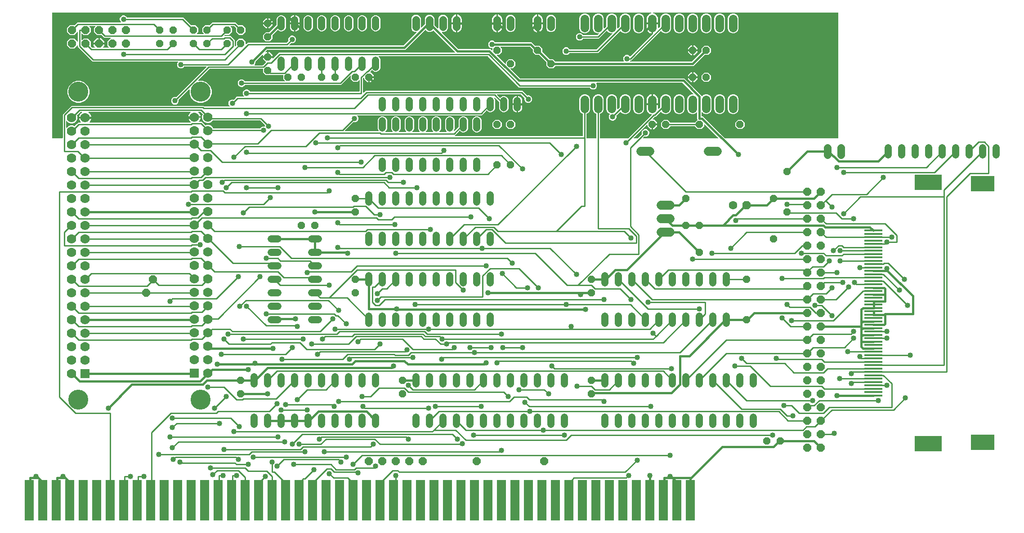
<source format=gtl>
G04 EAGLE Gerber RS-274X export*
G75*
%MOMM*%
%FSLAX34Y34*%
%LPD*%
%INTop Copper*%
%IPPOS*%
%AMOC8*
5,1,8,0,0,1.08239X$1,22.5*%
G01*
%ADD10R,1.780000X7.620000*%
%ADD11C,1.320800*%
%ADD12P,1.649562X8X22.500000*%
%ADD13C,1.422400*%
%ADD14P,1.429621X8X22.500000*%
%ADD15P,1.429621X8X112.500000*%
%ADD16R,1.778000X1.778000*%
%ADD17C,1.778000*%
%ADD18C,3.766000*%
%ADD19P,1.732040X8X22.500000*%
%ADD20C,1.600200*%
%ADD21P,1.429621X8X292.500000*%
%ADD22P,1.429621X8X202.500000*%
%ADD23C,1.650000*%
%ADD24C,1.676400*%
%ADD25P,1.539592X8X22.500000*%
%ADD26R,3.500000X0.400000*%
%ADD27R,5.080000X2.857500*%
%ADD28P,1.649562X8X292.500000*%
%ADD29R,4.495800X2.997200*%
%ADD30C,0.431800*%
%ADD31C,1.016000*%
%ADD32C,0.254000*%

G36*
X95968Y723142D02*
X95968Y723142D01*
X95988Y723140D01*
X96089Y723162D01*
X96191Y723179D01*
X96209Y723188D01*
X96228Y723192D01*
X96317Y723245D01*
X96409Y723294D01*
X96422Y723308D01*
X96439Y723318D01*
X96507Y723397D01*
X96578Y723472D01*
X96586Y723490D01*
X96599Y723505D01*
X96638Y723601D01*
X96682Y723695D01*
X96684Y723715D01*
X96691Y723733D01*
X96710Y723900D01*
X96710Y768131D01*
X112932Y784353D01*
X361731Y784353D01*
X363095Y782988D01*
X363169Y782935D01*
X363238Y782876D01*
X363269Y782863D01*
X363295Y782845D01*
X363382Y782818D01*
X363467Y782784D01*
X363508Y782779D01*
X363530Y782772D01*
X363562Y782773D01*
X363633Y782765D01*
X410251Y782765D01*
X410321Y782777D01*
X410393Y782779D01*
X410442Y782797D01*
X410493Y782805D01*
X410557Y782839D01*
X410624Y782863D01*
X410665Y782896D01*
X410711Y782920D01*
X410760Y782972D01*
X410816Y783017D01*
X410844Y783061D01*
X410880Y783098D01*
X410910Y783163D01*
X410949Y783224D01*
X410962Y783274D01*
X410984Y783321D01*
X410992Y783393D01*
X411009Y783462D01*
X411005Y783514D01*
X411011Y783566D01*
X410996Y783636D01*
X410990Y783707D01*
X410970Y783755D01*
X410959Y783806D01*
X410922Y783868D01*
X410894Y783934D01*
X410849Y783990D01*
X410832Y784017D01*
X410815Y784033D01*
X410789Y784065D01*
X409895Y784958D01*
X408812Y787573D01*
X408812Y790402D01*
X409895Y793017D01*
X411896Y795017D01*
X414510Y796100D01*
X417340Y796100D01*
X417596Y795994D01*
X417709Y795968D01*
X417823Y795939D01*
X417830Y795939D01*
X417836Y795938D01*
X417952Y795949D01*
X418069Y795958D01*
X418074Y795960D01*
X418081Y795961D01*
X418188Y796009D01*
X418295Y796054D01*
X418301Y796059D01*
X418305Y796061D01*
X418319Y796074D01*
X418426Y796159D01*
X421924Y799658D01*
X424082Y801815D01*
X437238Y801815D01*
X437309Y801827D01*
X437380Y801829D01*
X437429Y801847D01*
X437481Y801855D01*
X437544Y801889D01*
X437611Y801913D01*
X437652Y801946D01*
X437698Y801970D01*
X437748Y802022D01*
X437804Y802067D01*
X437832Y802111D01*
X437868Y802148D01*
X437898Y802213D01*
X437937Y802274D01*
X437949Y802324D01*
X437971Y802371D01*
X437979Y802443D01*
X437997Y802512D01*
X437993Y802564D01*
X437998Y802616D01*
X437983Y802686D01*
X437977Y802757D01*
X437957Y802805D01*
X437946Y802856D01*
X437909Y802918D01*
X437881Y802984D01*
X437836Y803040D01*
X437820Y803067D01*
X437802Y803083D01*
X437776Y803115D01*
X436883Y804008D01*
X435800Y806623D01*
X435800Y809452D01*
X436883Y812067D01*
X438883Y814067D01*
X441498Y815150D01*
X444327Y815150D01*
X446942Y814067D01*
X448942Y812067D01*
X449049Y811810D01*
X449110Y811711D01*
X449170Y811611D01*
X449175Y811606D01*
X449178Y811601D01*
X449268Y811527D01*
X449357Y811451D01*
X449363Y811448D01*
X449368Y811444D01*
X449475Y811403D01*
X449585Y811359D01*
X449593Y811358D01*
X449597Y811356D01*
X449616Y811355D01*
X449752Y811340D01*
X654749Y811340D01*
X654768Y811343D01*
X654788Y811341D01*
X654889Y811363D01*
X654991Y811380D01*
X655009Y811389D01*
X655028Y811394D01*
X655117Y811447D01*
X655209Y811495D01*
X655222Y811509D01*
X655239Y811520D01*
X655307Y811598D01*
X655378Y811673D01*
X655386Y811691D01*
X655399Y811707D01*
X655438Y811803D01*
X655482Y811896D01*
X655484Y811916D01*
X655491Y811935D01*
X655510Y812101D01*
X655510Y831958D01*
X655498Y832029D01*
X655496Y832100D01*
X655478Y832149D01*
X655470Y832201D01*
X655436Y832264D01*
X655412Y832331D01*
X655379Y832372D01*
X655355Y832418D01*
X655303Y832467D01*
X655258Y832523D01*
X655214Y832551D01*
X655177Y832587D01*
X655112Y832617D01*
X655051Y832656D01*
X655001Y832669D01*
X654954Y832691D01*
X654882Y832699D01*
X654813Y832716D01*
X654761Y832712D01*
X654709Y832718D01*
X654639Y832703D01*
X654568Y832697D01*
X654520Y832677D01*
X654469Y832666D01*
X654407Y832629D01*
X654341Y832601D01*
X654285Y832556D01*
X654258Y832540D01*
X654242Y832522D01*
X654210Y832496D01*
X651277Y829563D01*
X644123Y829563D01*
X639063Y834623D01*
X639063Y840517D01*
X639052Y840588D01*
X639050Y840660D01*
X639032Y840709D01*
X639024Y840760D01*
X638990Y840823D01*
X638965Y840891D01*
X638933Y840931D01*
X638908Y840977D01*
X638856Y841027D01*
X638812Y841083D01*
X638768Y841111D01*
X638730Y841147D01*
X638665Y841177D01*
X638605Y841216D01*
X638554Y841228D01*
X638507Y841250D01*
X638436Y841258D01*
X638366Y841276D01*
X638314Y841272D01*
X638263Y841277D01*
X638192Y841262D01*
X638121Y841257D01*
X638073Y841236D01*
X638022Y841225D01*
X637961Y841188D01*
X637895Y841160D01*
X637839Y841116D01*
X637811Y841099D01*
X637796Y841081D01*
X637764Y841055D01*
X622651Y825942D01*
X620493Y823785D01*
X440227Y823785D01*
X440112Y823766D01*
X439996Y823749D01*
X439990Y823746D01*
X439984Y823745D01*
X439881Y823691D01*
X439777Y823637D01*
X439772Y823633D01*
X439767Y823630D01*
X439686Y823545D01*
X439604Y823462D01*
X439601Y823455D01*
X439597Y823452D01*
X439589Y823435D01*
X439524Y823315D01*
X439417Y823058D01*
X437417Y821058D01*
X434802Y819975D01*
X431973Y819975D01*
X429358Y821058D01*
X427358Y823058D01*
X426275Y825673D01*
X426275Y828502D01*
X427358Y831117D01*
X429358Y833117D01*
X431973Y834200D01*
X434802Y834200D01*
X437417Y833117D01*
X439417Y831117D01*
X439524Y830860D01*
X439585Y830761D01*
X439645Y830661D01*
X439650Y830656D01*
X439653Y830651D01*
X439743Y830577D01*
X439832Y830501D01*
X439838Y830498D01*
X439843Y830494D01*
X439950Y830453D01*
X440060Y830409D01*
X440068Y830408D01*
X440072Y830406D01*
X440091Y830405D01*
X440227Y830390D01*
X514458Y830390D01*
X514529Y830402D01*
X514600Y830404D01*
X514649Y830422D01*
X514701Y830430D01*
X514764Y830464D01*
X514831Y830488D01*
X514872Y830521D01*
X514918Y830545D01*
X514967Y830597D01*
X515023Y830642D01*
X515051Y830686D01*
X515087Y830723D01*
X515117Y830788D01*
X515156Y830849D01*
X515169Y830899D01*
X515191Y830946D01*
X515199Y831018D01*
X515216Y831087D01*
X515212Y831139D01*
X515218Y831191D01*
X515203Y831261D01*
X515197Y831332D01*
X515177Y831380D01*
X515166Y831431D01*
X515129Y831493D01*
X515101Y831559D01*
X515056Y831615D01*
X515040Y831642D01*
X515022Y831658D01*
X514996Y831690D01*
X512063Y834623D01*
X512063Y842074D01*
X512060Y842093D01*
X512062Y842113D01*
X512040Y842214D01*
X512024Y842316D01*
X512014Y842334D01*
X512010Y842353D01*
X511957Y842442D01*
X511908Y842534D01*
X511894Y842547D01*
X511884Y842564D01*
X511805Y842632D01*
X511730Y842703D01*
X511712Y842711D01*
X511697Y842724D01*
X511601Y842763D01*
X511507Y842807D01*
X511487Y842809D01*
X511469Y842816D01*
X511302Y842835D01*
X487064Y842835D01*
X486974Y842820D01*
X486883Y842813D01*
X486853Y842800D01*
X486821Y842795D01*
X486741Y842752D01*
X486657Y842717D01*
X486625Y842691D01*
X486604Y842680D01*
X486582Y842657D01*
X486526Y842612D01*
X486177Y842263D01*
X479023Y842263D01*
X473963Y847323D01*
X473963Y853186D01*
X473960Y853206D01*
X473962Y853225D01*
X473940Y853327D01*
X473924Y853429D01*
X473914Y853446D01*
X473910Y853466D01*
X473857Y853555D01*
X473808Y853646D01*
X473794Y853660D01*
X473784Y853677D01*
X473705Y853744D01*
X473630Y853816D01*
X473612Y853824D01*
X473597Y853837D01*
X473501Y853876D01*
X473407Y853919D01*
X473387Y853921D01*
X473369Y853929D01*
X473202Y853947D01*
X373158Y853947D01*
X373068Y853933D01*
X372977Y853925D01*
X372948Y853913D01*
X372916Y853908D01*
X372835Y853865D01*
X372751Y853829D01*
X372719Y853803D01*
X372698Y853792D01*
X372676Y853769D01*
X372620Y853724D01*
X351758Y832862D01*
X351716Y832804D01*
X351667Y832752D01*
X351645Y832705D01*
X351614Y832663D01*
X351593Y832594D01*
X351563Y832529D01*
X351557Y832477D01*
X351542Y832427D01*
X351544Y832356D01*
X351536Y832285D01*
X351547Y832234D01*
X351548Y832182D01*
X351573Y832114D01*
X351588Y832044D01*
X351615Y831999D01*
X351633Y831951D01*
X351678Y831895D01*
X351715Y831833D01*
X351754Y831799D01*
X351787Y831759D01*
X351847Y831720D01*
X351901Y831673D01*
X351950Y831654D01*
X351994Y831626D01*
X352063Y831608D01*
X352130Y831581D01*
X352201Y831573D01*
X352232Y831565D01*
X352255Y831567D01*
X352296Y831563D01*
X360450Y831563D01*
X368118Y828387D01*
X373987Y822518D01*
X377163Y814850D01*
X377163Y806550D01*
X373987Y798882D01*
X368118Y793013D01*
X360450Y789837D01*
X352150Y789837D01*
X344482Y793013D01*
X338613Y798882D01*
X335437Y806550D01*
X335437Y814704D01*
X335426Y814774D01*
X335424Y814846D01*
X335406Y814895D01*
X335398Y814946D01*
X335364Y815010D01*
X335339Y815077D01*
X335307Y815118D01*
X335282Y815164D01*
X335231Y815213D01*
X335186Y815269D01*
X335142Y815297D01*
X335104Y815333D01*
X335039Y815363D01*
X334979Y815402D01*
X334928Y815415D01*
X334881Y815437D01*
X334810Y815445D01*
X334740Y815462D01*
X334688Y815458D01*
X334637Y815464D01*
X334566Y815449D01*
X334495Y815443D01*
X334447Y815423D01*
X334396Y815412D01*
X334335Y815375D01*
X334269Y815347D01*
X334213Y815302D01*
X334185Y815285D01*
X334170Y815268D01*
X334138Y815242D01*
X315147Y796251D01*
X315078Y796156D01*
X315009Y796062D01*
X315007Y796056D01*
X315003Y796051D01*
X314969Y795940D01*
X314932Y795828D01*
X314932Y795822D01*
X314931Y795816D01*
X314934Y795699D01*
X314935Y795582D01*
X314937Y795575D01*
X314937Y795570D01*
X314943Y795552D01*
X314982Y795421D01*
X315088Y795165D01*
X315088Y792335D01*
X314005Y789721D01*
X312004Y787720D01*
X309390Y786637D01*
X306560Y786637D01*
X303946Y787720D01*
X301945Y789721D01*
X300862Y792335D01*
X300862Y795165D01*
X301945Y797779D01*
X303946Y799780D01*
X306560Y800863D01*
X309390Y800863D01*
X309646Y800757D01*
X309759Y800730D01*
X309873Y800701D01*
X309880Y800702D01*
X309886Y800700D01*
X310002Y800711D01*
X310119Y800720D01*
X310124Y800723D01*
X310131Y800723D01*
X310238Y800771D01*
X310345Y800817D01*
X310351Y800821D01*
X310355Y800823D01*
X310369Y800836D01*
X310476Y800922D01*
X366964Y857410D01*
X367006Y857468D01*
X367056Y857520D01*
X367078Y857568D01*
X367108Y857610D01*
X367129Y857678D01*
X367159Y857744D01*
X367165Y857795D01*
X367180Y857845D01*
X367179Y857917D01*
X367186Y857988D01*
X367175Y858039D01*
X367174Y858091D01*
X367149Y858158D01*
X367134Y858228D01*
X367107Y858273D01*
X367090Y858322D01*
X367045Y858378D01*
X367008Y858439D01*
X366968Y858473D01*
X366936Y858514D01*
X366876Y858553D01*
X366821Y858599D01*
X366773Y858619D01*
X366729Y858647D01*
X366659Y858664D01*
X366593Y858691D01*
X366522Y858699D01*
X366490Y858707D01*
X366467Y858705D01*
X366426Y858710D01*
X325927Y858710D01*
X325812Y858691D01*
X325696Y858674D01*
X325690Y858671D01*
X325684Y858670D01*
X325581Y858616D01*
X325477Y858562D01*
X325472Y858558D01*
X325467Y858555D01*
X325386Y858470D01*
X325304Y858387D01*
X325301Y858380D01*
X325297Y858377D01*
X325289Y858360D01*
X325224Y858240D01*
X325117Y857983D01*
X323117Y855983D01*
X320502Y854900D01*
X317673Y854900D01*
X315058Y855983D01*
X313058Y857983D01*
X311975Y860598D01*
X311975Y863427D01*
X313058Y866042D01*
X313951Y866935D01*
X313993Y866993D01*
X314043Y867045D01*
X314064Y867093D01*
X314095Y867135D01*
X314116Y867203D01*
X314146Y867269D01*
X314152Y867320D01*
X314167Y867370D01*
X314165Y867442D01*
X314173Y867513D01*
X314162Y867564D01*
X314161Y867616D01*
X314136Y867683D01*
X314121Y867753D01*
X314094Y867798D01*
X314076Y867847D01*
X314032Y867903D01*
X313995Y867964D01*
X313955Y867998D01*
X313923Y868039D01*
X313862Y868078D01*
X313808Y868124D01*
X313760Y868144D01*
X313716Y868172D01*
X313646Y868189D01*
X313580Y868216D01*
X313508Y868224D01*
X313477Y868232D01*
X313454Y868230D01*
X313413Y868235D01*
X152619Y868235D01*
X125285Y895569D01*
X125285Y897196D01*
X125273Y897267D01*
X125271Y897338D01*
X125253Y897387D01*
X125245Y897439D01*
X125211Y897502D01*
X125187Y897569D01*
X125154Y897610D01*
X125130Y897656D01*
X125078Y897705D01*
X125033Y897761D01*
X124989Y897790D01*
X124952Y897825D01*
X124887Y897856D01*
X124826Y897894D01*
X124776Y897907D01*
X124729Y897929D01*
X124657Y897937D01*
X124588Y897954D01*
X124536Y897950D01*
X124484Y897956D01*
X124414Y897941D01*
X124343Y897935D01*
X124295Y897915D01*
X124244Y897904D01*
X124182Y897867D01*
X124116Y897839D01*
X124060Y897794D01*
X124033Y897778D01*
X124017Y897760D01*
X123985Y897734D01*
X118298Y892047D01*
X110302Y892047D01*
X104647Y897702D01*
X104647Y905698D01*
X110302Y911353D01*
X118298Y911353D01*
X123985Y905666D01*
X124043Y905624D01*
X124095Y905575D01*
X124143Y905553D01*
X124185Y905522D01*
X124253Y905501D01*
X124319Y905471D01*
X124370Y905465D01*
X124420Y905450D01*
X124492Y905452D01*
X124563Y905444D01*
X124614Y905455D01*
X124666Y905456D01*
X124733Y905481D01*
X124803Y905496D01*
X124848Y905523D01*
X124897Y905541D01*
X124953Y905586D01*
X125014Y905622D01*
X125048Y905662D01*
X125089Y905694D01*
X125128Y905755D01*
X125174Y905809D01*
X125194Y905858D01*
X125222Y905901D01*
X125239Y905971D01*
X125266Y906037D01*
X125274Y906109D01*
X125282Y906140D01*
X125280Y906163D01*
X125285Y906204D01*
X125285Y922596D01*
X125282Y922612D01*
X125284Y922626D01*
X125273Y922675D01*
X125271Y922738D01*
X125253Y922787D01*
X125245Y922839D01*
X125232Y922863D01*
X125231Y922866D01*
X125223Y922880D01*
X125211Y922902D01*
X125187Y922969D01*
X125154Y923010D01*
X125130Y923056D01*
X125078Y923105D01*
X125033Y923161D01*
X124989Y923190D01*
X124952Y923225D01*
X124887Y923256D01*
X124826Y923294D01*
X124776Y923307D01*
X124729Y923329D01*
X124657Y923337D01*
X124588Y923354D01*
X124536Y923350D01*
X124484Y923356D01*
X124414Y923341D01*
X124343Y923335D01*
X124295Y923315D01*
X124244Y923304D01*
X124182Y923267D01*
X124116Y923239D01*
X124067Y923200D01*
X124054Y923193D01*
X124049Y923187D01*
X124033Y923178D01*
X124017Y923160D01*
X123985Y923134D01*
X118298Y917447D01*
X110302Y917447D01*
X104647Y923102D01*
X104647Y931098D01*
X110302Y936753D01*
X118310Y936753D01*
X118367Y936716D01*
X118452Y936656D01*
X118471Y936650D01*
X118487Y936639D01*
X118588Y936614D01*
X118687Y936583D01*
X118707Y936584D01*
X118726Y936579D01*
X118829Y936587D01*
X118932Y936590D01*
X118951Y936596D01*
X118971Y936598D01*
X119066Y936638D01*
X119163Y936674D01*
X119179Y936687D01*
X119197Y936694D01*
X119328Y936799D01*
X124044Y941515D01*
X205463Y941515D01*
X205534Y941527D01*
X205605Y941529D01*
X205654Y941547D01*
X205706Y941555D01*
X205769Y941589D01*
X205836Y941613D01*
X205877Y941646D01*
X205923Y941670D01*
X205973Y941722D01*
X206029Y941767D01*
X206057Y941811D01*
X206093Y941848D01*
X206123Y941913D01*
X206162Y941974D01*
X206174Y942024D01*
X206196Y942071D01*
X206204Y942143D01*
X206222Y942212D01*
X206218Y942264D01*
X206223Y942316D01*
X206208Y942386D01*
X206202Y942457D01*
X206182Y942505D01*
X206171Y942556D01*
X206134Y942618D01*
X206106Y942684D01*
X206061Y942740D01*
X206045Y942767D01*
X206027Y942783D01*
X206001Y942815D01*
X205108Y943708D01*
X204025Y946323D01*
X204025Y949152D01*
X205108Y951767D01*
X207108Y953767D01*
X209723Y954850D01*
X212552Y954850D01*
X215167Y953767D01*
X217167Y951767D01*
X217274Y951510D01*
X217335Y951411D01*
X217395Y951311D01*
X217400Y951306D01*
X217403Y951301D01*
X217493Y951227D01*
X217582Y951151D01*
X217588Y951148D01*
X217593Y951144D01*
X217700Y951103D01*
X217810Y951059D01*
X217818Y951058D01*
X217822Y951056D01*
X217841Y951055D01*
X217977Y951040D01*
X323631Y951040D01*
X338231Y936440D01*
X338247Y936428D01*
X338260Y936412D01*
X338347Y936357D01*
X338431Y936296D01*
X338450Y936291D01*
X338467Y936280D01*
X338567Y936254D01*
X338666Y936224D01*
X338686Y936225D01*
X338705Y936220D01*
X338808Y936228D01*
X338912Y936230D01*
X338931Y936237D01*
X338951Y936239D01*
X338964Y936245D01*
X346688Y936245D01*
X352045Y930888D01*
X352045Y923312D01*
X349322Y920590D01*
X349280Y920532D01*
X349231Y920480D01*
X349209Y920432D01*
X349179Y920390D01*
X349158Y920322D01*
X349127Y920256D01*
X349122Y920205D01*
X349106Y920155D01*
X349108Y920083D01*
X349100Y920012D01*
X349111Y919961D01*
X349113Y919909D01*
X349137Y919842D01*
X349153Y919772D01*
X349179Y919727D01*
X349197Y919678D01*
X349242Y919622D01*
X349279Y919561D01*
X349318Y919527D01*
X349351Y919486D01*
X349411Y919447D01*
X349466Y919401D01*
X349514Y919381D01*
X349558Y919353D01*
X349627Y919336D01*
X349694Y919309D01*
X349765Y919301D01*
X349796Y919293D01*
X349820Y919295D01*
X349861Y919290D01*
X361339Y919290D01*
X361410Y919302D01*
X361482Y919304D01*
X361531Y919322D01*
X361582Y919330D01*
X361645Y919364D01*
X361713Y919388D01*
X361753Y919421D01*
X361800Y919445D01*
X361849Y919497D01*
X361905Y919542D01*
X361933Y919586D01*
X361969Y919623D01*
X361999Y919688D01*
X362038Y919749D01*
X362051Y919799D01*
X362073Y919846D01*
X362080Y919918D01*
X362098Y919987D01*
X362094Y920039D01*
X362100Y920091D01*
X362084Y920161D01*
X362079Y920232D01*
X362058Y920280D01*
X362047Y920331D01*
X362011Y920393D01*
X361982Y920459D01*
X361938Y920515D01*
X361921Y920542D01*
X361903Y920558D01*
X361878Y920590D01*
X359155Y923312D01*
X359155Y930888D01*
X364512Y936245D01*
X372260Y936245D01*
X372327Y936224D01*
X372347Y936225D01*
X372367Y936220D01*
X372470Y936228D01*
X372573Y936230D01*
X372592Y936237D01*
X372612Y936239D01*
X372707Y936279D01*
X372804Y936315D01*
X372820Y936327D01*
X372838Y936335D01*
X372969Y936440D01*
X378044Y941515D01*
X422056Y941515D01*
X427131Y936440D01*
X427147Y936428D01*
X427160Y936412D01*
X427247Y936357D01*
X427331Y936296D01*
X427350Y936291D01*
X427367Y936280D01*
X427467Y936254D01*
X427566Y936224D01*
X427586Y936225D01*
X427605Y936220D01*
X427708Y936228D01*
X427812Y936230D01*
X427831Y936237D01*
X427851Y936239D01*
X427864Y936245D01*
X435588Y936245D01*
X440945Y930888D01*
X440945Y923312D01*
X435588Y917955D01*
X428012Y917955D01*
X422655Y923312D01*
X422655Y931060D01*
X422676Y931127D01*
X422675Y931147D01*
X422680Y931167D01*
X422672Y931270D01*
X422670Y931373D01*
X422663Y931392D01*
X422661Y931412D01*
X422621Y931507D01*
X422585Y931604D01*
X422573Y931620D01*
X422565Y931638D01*
X422460Y931769D01*
X419542Y934687D01*
X419468Y934740D01*
X419399Y934799D01*
X419369Y934812D01*
X419343Y934830D01*
X419256Y934857D01*
X419171Y934891D01*
X419130Y934896D01*
X419108Y934903D01*
X419075Y934902D01*
X419004Y934910D01*
X413361Y934910D01*
X413290Y934898D01*
X413218Y934896D01*
X413169Y934878D01*
X413118Y934870D01*
X413055Y934836D01*
X412987Y934812D01*
X412947Y934779D01*
X412900Y934755D01*
X412851Y934703D01*
X412795Y934658D01*
X412767Y934614D01*
X412731Y934577D01*
X412701Y934512D01*
X412662Y934451D01*
X412649Y934401D01*
X412627Y934354D01*
X412620Y934282D01*
X412602Y934213D01*
X412606Y934161D01*
X412600Y934109D01*
X412616Y934039D01*
X412621Y933968D01*
X412642Y933920D01*
X412653Y933869D01*
X412689Y933807D01*
X412718Y933741D01*
X412762Y933685D01*
X412779Y933658D01*
X412797Y933642D01*
X412822Y933610D01*
X415545Y930888D01*
X415545Y923312D01*
X410188Y917955D01*
X402440Y917955D01*
X402373Y917976D01*
X402353Y917975D01*
X402333Y917980D01*
X402230Y917972D01*
X402127Y917970D01*
X402108Y917963D01*
X402088Y917961D01*
X401993Y917921D01*
X401896Y917885D01*
X401880Y917873D01*
X401862Y917865D01*
X401731Y917760D01*
X401386Y917415D01*
X401344Y917357D01*
X401294Y917305D01*
X401272Y917257D01*
X401242Y917215D01*
X401221Y917147D01*
X401191Y917081D01*
X401185Y917030D01*
X401170Y916980D01*
X401171Y916908D01*
X401164Y916837D01*
X401175Y916786D01*
X401176Y916734D01*
X401201Y916667D01*
X401216Y916597D01*
X401243Y916552D01*
X401260Y916503D01*
X401305Y916447D01*
X401342Y916386D01*
X401382Y916352D01*
X401414Y916311D01*
X401474Y916272D01*
X401529Y916226D01*
X401577Y916206D01*
X401621Y916178D01*
X401690Y916161D01*
X401757Y916134D01*
X401828Y916126D01*
X401860Y916118D01*
X401883Y916120D01*
X401924Y916115D01*
X412531Y916115D01*
X420815Y907831D01*
X420815Y897224D01*
X420827Y897153D01*
X420829Y897081D01*
X420847Y897032D01*
X420855Y896981D01*
X420888Y896918D01*
X420913Y896850D01*
X420946Y896810D01*
X420970Y896764D01*
X421022Y896714D01*
X421067Y896658D01*
X421111Y896630D01*
X421148Y896594D01*
X421213Y896564D01*
X421274Y896525D01*
X421324Y896513D01*
X421371Y896491D01*
X421443Y896483D01*
X421512Y896465D01*
X421564Y896469D01*
X421616Y896464D01*
X421686Y896479D01*
X421758Y896484D01*
X421805Y896505D01*
X421856Y896516D01*
X421918Y896553D01*
X421984Y896581D01*
X422040Y896625D01*
X422067Y896642D01*
X422083Y896660D01*
X422115Y896686D01*
X422460Y897031D01*
X422472Y897047D01*
X422488Y897060D01*
X422543Y897147D01*
X422604Y897231D01*
X422610Y897250D01*
X422620Y897267D01*
X422646Y897367D01*
X422676Y897466D01*
X422675Y897486D01*
X422680Y897505D01*
X422672Y897608D01*
X422670Y897712D01*
X422663Y897731D01*
X422661Y897751D01*
X422655Y897764D01*
X422655Y905488D01*
X428012Y910845D01*
X435588Y910845D01*
X440945Y905488D01*
X440945Y901478D01*
X440956Y901408D01*
X440958Y901336D01*
X440976Y901287D01*
X440984Y901236D01*
X441018Y901172D01*
X441043Y901105D01*
X441075Y901064D01*
X441100Y901018D01*
X441152Y900969D01*
X441196Y900913D01*
X441240Y900885D01*
X441278Y900849D01*
X441343Y900819D01*
X441403Y900780D01*
X441454Y900767D01*
X441501Y900745D01*
X441572Y900737D01*
X441642Y900720D01*
X441694Y900724D01*
X441745Y900718D01*
X441816Y900733D01*
X441887Y900739D01*
X441935Y900759D01*
X441986Y900770D01*
X442047Y900807D01*
X442113Y900835D01*
X442169Y900880D01*
X442197Y900897D01*
X442212Y900914D01*
X442244Y900940D01*
X444719Y903415D01*
X517429Y903415D01*
X517519Y903430D01*
X517610Y903437D01*
X517640Y903450D01*
X517672Y903455D01*
X517752Y903498D01*
X517836Y903533D01*
X517869Y903559D01*
X517889Y903570D01*
X517911Y903593D01*
X517967Y903638D01*
X521466Y907137D01*
X521534Y907232D01*
X521604Y907325D01*
X521606Y907331D01*
X521609Y907336D01*
X521644Y907448D01*
X521680Y907559D01*
X521680Y907566D01*
X521682Y907572D01*
X521679Y907688D01*
X521678Y907805D01*
X521676Y907812D01*
X521675Y907817D01*
X521669Y907835D01*
X521631Y907966D01*
X521525Y908223D01*
X521525Y911052D01*
X522608Y913667D01*
X524608Y915667D01*
X527223Y916750D01*
X530052Y916750D01*
X532667Y915667D01*
X534667Y913667D01*
X535750Y911052D01*
X535750Y908223D01*
X534667Y905608D01*
X532667Y903608D01*
X530052Y902525D01*
X527223Y902525D01*
X526966Y902631D01*
X526853Y902657D01*
X526739Y902686D01*
X526733Y902686D01*
X526727Y902687D01*
X526610Y902676D01*
X526494Y902667D01*
X526488Y902665D01*
X526482Y902664D01*
X526374Y902616D01*
X526268Y902571D01*
X526262Y902566D01*
X526257Y902564D01*
X526243Y902551D01*
X526137Y902466D01*
X522925Y899254D01*
X522883Y899196D01*
X522833Y899144D01*
X522811Y899096D01*
X522781Y899054D01*
X522760Y898986D01*
X522730Y898920D01*
X522724Y898869D01*
X522709Y898819D01*
X522710Y898747D01*
X522703Y898676D01*
X522714Y898625D01*
X522715Y898573D01*
X522740Y898506D01*
X522755Y898436D01*
X522782Y898391D01*
X522799Y898342D01*
X522844Y898286D01*
X522881Y898225D01*
X522921Y898191D01*
X522953Y898150D01*
X523013Y898111D01*
X523068Y898065D01*
X523116Y898045D01*
X523160Y898017D01*
X523230Y898000D01*
X523296Y897973D01*
X523367Y897965D01*
X523399Y897957D01*
X523422Y897959D01*
X523463Y897954D01*
X737723Y897954D01*
X737813Y897969D01*
X737904Y897976D01*
X737934Y897989D01*
X737966Y897994D01*
X738047Y898037D01*
X738131Y898072D01*
X738163Y898098D01*
X738184Y898109D01*
X738206Y898132D01*
X738262Y898177D01*
X762328Y922244D01*
X762370Y922302D01*
X762419Y922354D01*
X762441Y922401D01*
X762472Y922443D01*
X762493Y922512D01*
X762523Y922577D01*
X762529Y922629D01*
X762544Y922679D01*
X762542Y922750D01*
X762550Y922821D01*
X762539Y922872D01*
X762538Y922924D01*
X762513Y922992D01*
X762498Y923062D01*
X762471Y923107D01*
X762453Y923155D01*
X762408Y923211D01*
X762372Y923273D01*
X762332Y923307D01*
X762300Y923347D01*
X762239Y923386D01*
X762185Y923433D01*
X762136Y923452D01*
X762093Y923480D01*
X762023Y923498D01*
X761957Y923525D01*
X761885Y923533D01*
X761854Y923541D01*
X761831Y923539D01*
X761790Y923543D01*
X760181Y923543D01*
X756820Y924935D01*
X754247Y927508D01*
X752855Y930869D01*
X752855Y948731D01*
X754247Y952092D01*
X756820Y954665D01*
X760181Y956057D01*
X763819Y956057D01*
X767180Y954665D01*
X769753Y952092D01*
X771145Y948731D01*
X771145Y932898D01*
X771156Y932827D01*
X771158Y932756D01*
X771176Y932707D01*
X771184Y932655D01*
X771218Y932592D01*
X771243Y932525D01*
X771275Y932484D01*
X771300Y932438D01*
X771352Y932389D01*
X771396Y932333D01*
X771440Y932304D01*
X771478Y932269D01*
X771543Y932238D01*
X771603Y932200D01*
X771654Y932187D01*
X771701Y932165D01*
X771772Y932157D01*
X771842Y932140D01*
X771894Y932144D01*
X771945Y932138D01*
X772016Y932153D01*
X772087Y932159D01*
X772135Y932179D01*
X772186Y932190D01*
X772247Y932227D01*
X772313Y932255D01*
X772369Y932300D01*
X772397Y932316D01*
X772412Y932334D01*
X772444Y932360D01*
X778032Y937948D01*
X778085Y938022D01*
X778145Y938091D01*
X778157Y938121D01*
X778176Y938148D01*
X778203Y938235D01*
X778237Y938319D01*
X778241Y938360D01*
X778248Y938383D01*
X778247Y938415D01*
X778255Y938486D01*
X778255Y948731D01*
X779647Y952092D01*
X782220Y954665D01*
X785581Y956057D01*
X789219Y956057D01*
X792580Y954665D01*
X795153Y952092D01*
X796545Y948731D01*
X796545Y936899D01*
X796559Y936808D01*
X796567Y936718D01*
X796579Y936688D01*
X796584Y936656D01*
X796627Y936575D01*
X796663Y936491D01*
X796689Y936459D01*
X796700Y936438D01*
X796723Y936416D01*
X796768Y936360D01*
X802356Y930772D01*
X802414Y930730D01*
X802466Y930681D01*
X802513Y930659D01*
X802555Y930629D01*
X802624Y930608D01*
X802689Y930577D01*
X802741Y930572D01*
X802791Y930556D01*
X802862Y930558D01*
X802933Y930550D01*
X802984Y930561D01*
X803036Y930563D01*
X803104Y930587D01*
X803174Y930603D01*
X803218Y930629D01*
X803267Y930647D01*
X803323Y930692D01*
X803385Y930729D01*
X803419Y930768D01*
X803459Y930801D01*
X803498Y930861D01*
X803545Y930916D01*
X803564Y930964D01*
X803592Y931008D01*
X803610Y931077D01*
X803637Y931144D01*
X803645Y931215D01*
X803653Y931246D01*
X803651Y931270D01*
X803655Y931311D01*
X803655Y948731D01*
X805047Y952092D01*
X807620Y954665D01*
X810981Y956057D01*
X814619Y956057D01*
X817980Y954665D01*
X820553Y952092D01*
X821945Y948731D01*
X821945Y930869D01*
X820553Y927508D01*
X817980Y924935D01*
X814619Y923543D01*
X811423Y923543D01*
X811352Y923532D01*
X811280Y923530D01*
X811231Y923512D01*
X811180Y923504D01*
X811116Y923470D01*
X811049Y923445D01*
X811008Y923413D01*
X810962Y923388D01*
X810913Y923336D01*
X810857Y923292D01*
X810829Y923248D01*
X810793Y923210D01*
X810763Y923145D01*
X810724Y923085D01*
X810711Y923034D01*
X810689Y922987D01*
X810682Y922916D01*
X810664Y922846D01*
X810668Y922794D01*
X810662Y922743D01*
X810678Y922672D01*
X810683Y922601D01*
X810703Y922553D01*
X810715Y922502D01*
X810751Y922441D01*
X810779Y922375D01*
X810824Y922319D01*
X810841Y922291D01*
X810859Y922276D01*
X810884Y922244D01*
X841301Y891827D01*
X841375Y891774D01*
X841444Y891715D01*
X841474Y891702D01*
X841501Y891684D01*
X841588Y891657D01*
X841672Y891623D01*
X841713Y891618D01*
X841736Y891611D01*
X841768Y891612D01*
X841839Y891604D01*
X901849Y891604D01*
X904464Y888989D01*
X904522Y888947D01*
X904574Y888898D01*
X904621Y888876D01*
X904663Y888846D01*
X904732Y888825D01*
X904797Y888794D01*
X904849Y888789D01*
X904899Y888773D01*
X904970Y888775D01*
X905041Y888767D01*
X905092Y888778D01*
X905144Y888780D01*
X905212Y888804D01*
X905282Y888820D01*
X905327Y888846D01*
X905375Y888864D01*
X905431Y888909D01*
X905493Y888946D01*
X905527Y888985D01*
X905567Y889018D01*
X905606Y889078D01*
X905653Y889133D01*
X905672Y889181D01*
X905700Y889225D01*
X905718Y889294D01*
X905745Y889361D01*
X905753Y889432D01*
X905761Y889463D01*
X905759Y889487D01*
X905763Y889528D01*
X905763Y892239D01*
X905760Y892258D01*
X905762Y892278D01*
X905740Y892379D01*
X905724Y892481D01*
X905714Y892499D01*
X905710Y892518D01*
X905657Y892607D01*
X905608Y892699D01*
X905594Y892712D01*
X905584Y892729D01*
X905505Y892797D01*
X905430Y892868D01*
X905412Y892876D01*
X905397Y892889D01*
X905301Y892928D01*
X905207Y892972D01*
X905187Y892974D01*
X905169Y892981D01*
X905002Y893000D01*
X903460Y893000D01*
X900846Y894083D01*
X898845Y896083D01*
X897762Y898698D01*
X897762Y901527D01*
X898845Y904142D01*
X900846Y906142D01*
X903460Y907225D01*
X906290Y907225D01*
X908904Y906142D01*
X910519Y904527D01*
X910593Y904474D01*
X910663Y904415D01*
X910693Y904402D01*
X910719Y904384D01*
X910806Y904357D01*
X910891Y904323D01*
X910932Y904318D01*
X910954Y904311D01*
X910986Y904312D01*
X911058Y904304D01*
X979636Y904304D01*
X986125Y897816D01*
X986141Y897804D01*
X986154Y897788D01*
X986241Y897732D01*
X986325Y897672D01*
X986344Y897666D01*
X986361Y897655D01*
X986461Y897630D01*
X986560Y897600D01*
X986580Y897600D01*
X986599Y897595D01*
X986702Y897603D01*
X986806Y897606D01*
X986824Y897613D01*
X986844Y897615D01*
X986897Y897637D01*
X994177Y897637D01*
X999237Y892577D01*
X999237Y886607D01*
X999251Y886516D01*
X999259Y886426D01*
X999271Y886396D01*
X999276Y886364D01*
X999319Y886283D01*
X999355Y886199D01*
X999381Y886167D01*
X999392Y886146D01*
X999415Y886124D01*
X999460Y886068D01*
X1013068Y872460D01*
X1013142Y872407D01*
X1013212Y872347D01*
X1013242Y872335D01*
X1013268Y872316D01*
X1013355Y872289D01*
X1013440Y872255D01*
X1013481Y872251D01*
X1013503Y872244D01*
X1013535Y872245D01*
X1013607Y872237D01*
X1019577Y872237D01*
X1023799Y868015D01*
X1023873Y867962D01*
X1023943Y867902D01*
X1023973Y867890D01*
X1023999Y867871D01*
X1024086Y867844D01*
X1024171Y867810D01*
X1024212Y867806D01*
X1024234Y867799D01*
X1024266Y867800D01*
X1024338Y867792D01*
X1152312Y867792D01*
X1152382Y867803D01*
X1152454Y867805D01*
X1152503Y867823D01*
X1152554Y867831D01*
X1152618Y867865D01*
X1152685Y867890D01*
X1152726Y867922D01*
X1152772Y867947D01*
X1152821Y867999D01*
X1152877Y868043D01*
X1152905Y868087D01*
X1152941Y868125D01*
X1152971Y868190D01*
X1153010Y868250D01*
X1153023Y868301D01*
X1153045Y868348D01*
X1153053Y868419D01*
X1153070Y868489D01*
X1153066Y868541D01*
X1153072Y868592D01*
X1153057Y868663D01*
X1153051Y868734D01*
X1153031Y868782D01*
X1153020Y868833D01*
X1152983Y868894D01*
X1152955Y868960D01*
X1152910Y869016D01*
X1152893Y869044D01*
X1152876Y869059D01*
X1152850Y869091D01*
X1152845Y869096D01*
X1151762Y871710D01*
X1151762Y874540D01*
X1152845Y877154D01*
X1154846Y879155D01*
X1157460Y880238D01*
X1160290Y880238D01*
X1162904Y879155D01*
X1164206Y877853D01*
X1164222Y877841D01*
X1164234Y877826D01*
X1164322Y877770D01*
X1164406Y877710D01*
X1164425Y877704D01*
X1164441Y877693D01*
X1164542Y877668D01*
X1164641Y877637D01*
X1164661Y877638D01*
X1164680Y877633D01*
X1164783Y877641D01*
X1164886Y877644D01*
X1164905Y877650D01*
X1164925Y877652D01*
X1165020Y877692D01*
X1165118Y877728D01*
X1165133Y877741D01*
X1165151Y877748D01*
X1165282Y877853D01*
X1207800Y920371D01*
X1207853Y920445D01*
X1207913Y920514D01*
X1207925Y920545D01*
X1207944Y920571D01*
X1207971Y920658D01*
X1208005Y920743D01*
X1208009Y920784D01*
X1208016Y920806D01*
X1208015Y920838D01*
X1208023Y920909D01*
X1208023Y938277D01*
X1217291Y938277D01*
X1217291Y931699D01*
X1217292Y931688D01*
X1217292Y931682D01*
X1217299Y931648D01*
X1217302Y931629D01*
X1217304Y931557D01*
X1217322Y931508D01*
X1217330Y931457D01*
X1217364Y931393D01*
X1217389Y931326D01*
X1217421Y931285D01*
X1217446Y931239D01*
X1217497Y931190D01*
X1217542Y931134D01*
X1217586Y931106D01*
X1217624Y931070D01*
X1217689Y931040D01*
X1217749Y931001D01*
X1217800Y930988D01*
X1217847Y930966D01*
X1217918Y930958D01*
X1217988Y930941D01*
X1218040Y930945D01*
X1218091Y930939D01*
X1218162Y930954D01*
X1218233Y930960D01*
X1218281Y930980D01*
X1218332Y930991D01*
X1218393Y931028D01*
X1218459Y931056D01*
X1218515Y931101D01*
X1218543Y931118D01*
X1218558Y931135D01*
X1218590Y931161D01*
X1221394Y933965D01*
X1221447Y934039D01*
X1221507Y934108D01*
X1221519Y934139D01*
X1221538Y934165D01*
X1221565Y934252D01*
X1221599Y934337D01*
X1221603Y934378D01*
X1221610Y934400D01*
X1221609Y934432D01*
X1221617Y934503D01*
X1221617Y950095D01*
X1223183Y953875D01*
X1226075Y956767D01*
X1229855Y958333D01*
X1233945Y958333D01*
X1237725Y956767D01*
X1240617Y953875D01*
X1242183Y950095D01*
X1242183Y929505D01*
X1240617Y925725D01*
X1237725Y922833D01*
X1233945Y921267D01*
X1229855Y921267D01*
X1226075Y922833D01*
X1223378Y925530D01*
X1223362Y925542D01*
X1223349Y925558D01*
X1223262Y925614D01*
X1223178Y925674D01*
X1223159Y925680D01*
X1223142Y925691D01*
X1223042Y925716D01*
X1222943Y925746D01*
X1222923Y925746D01*
X1222904Y925751D01*
X1222801Y925743D01*
X1222697Y925740D01*
X1222678Y925733D01*
X1222658Y925731D01*
X1222564Y925691D01*
X1222466Y925655D01*
X1222450Y925643D01*
X1222432Y925635D01*
X1222301Y925530D01*
X1168751Y871980D01*
X1166593Y869822D01*
X1165714Y869822D01*
X1165600Y869804D01*
X1165483Y869786D01*
X1165478Y869784D01*
X1165472Y869783D01*
X1165369Y869728D01*
X1165264Y869675D01*
X1165260Y869670D01*
X1165254Y869667D01*
X1165174Y869583D01*
X1165092Y869499D01*
X1165088Y869493D01*
X1165085Y869489D01*
X1165077Y869472D01*
X1165011Y869352D01*
X1164905Y869096D01*
X1164900Y869091D01*
X1164858Y869033D01*
X1164809Y868981D01*
X1164787Y868934D01*
X1164757Y868892D01*
X1164736Y868823D01*
X1164705Y868758D01*
X1164700Y868706D01*
X1164684Y868657D01*
X1164686Y868585D01*
X1164678Y868514D01*
X1164689Y868463D01*
X1164691Y868411D01*
X1164715Y868343D01*
X1164730Y868273D01*
X1164757Y868228D01*
X1164775Y868180D01*
X1164820Y868124D01*
X1164857Y868062D01*
X1164896Y868028D01*
X1164929Y867988D01*
X1164989Y867949D01*
X1165044Y867902D01*
X1165092Y867883D01*
X1165136Y867855D01*
X1165205Y867837D01*
X1165272Y867810D01*
X1165343Y867802D01*
X1165374Y867794D01*
X1165397Y867796D01*
X1165438Y867792D01*
X1280648Y867792D01*
X1280738Y867806D01*
X1280829Y867814D01*
X1280859Y867826D01*
X1280891Y867831D01*
X1280972Y867874D01*
X1281056Y867910D01*
X1281088Y867936D01*
X1281109Y867947D01*
X1281131Y867970D01*
X1281187Y868015D01*
X1299240Y886068D01*
X1299293Y886142D01*
X1299353Y886212D01*
X1299365Y886242D01*
X1299384Y886268D01*
X1299411Y886355D01*
X1299445Y886440D01*
X1299449Y886481D01*
X1299456Y886503D01*
X1299455Y886535D01*
X1299463Y886607D01*
X1299463Y892577D01*
X1304523Y897637D01*
X1311677Y897637D01*
X1316737Y892577D01*
X1316737Y885423D01*
X1311677Y880363D01*
X1305707Y880363D01*
X1305617Y880349D01*
X1305526Y880341D01*
X1305496Y880329D01*
X1305464Y880324D01*
X1305383Y880281D01*
X1305299Y880245D01*
X1305267Y880219D01*
X1305246Y880208D01*
X1305224Y880185D01*
X1305168Y880140D01*
X1284436Y859408D01*
X1024338Y859408D01*
X1024248Y859394D01*
X1024157Y859386D01*
X1024127Y859374D01*
X1024095Y859369D01*
X1024014Y859326D01*
X1023930Y859290D01*
X1023898Y859264D01*
X1023878Y859253D01*
X1023872Y859248D01*
X1023854Y859229D01*
X1023799Y859185D01*
X1019577Y854963D01*
X1012423Y854963D01*
X1007363Y860023D01*
X1007363Y865993D01*
X1007349Y866083D01*
X1007341Y866174D01*
X1007329Y866204D01*
X1007324Y866236D01*
X1007281Y866317D01*
X1007245Y866401D01*
X1007219Y866433D01*
X1007208Y866454D01*
X1007185Y866476D01*
X1007140Y866532D01*
X993532Y880140D01*
X993458Y880193D01*
X993388Y880253D01*
X993358Y880265D01*
X993332Y880284D01*
X993245Y880311D01*
X993160Y880345D01*
X993119Y880349D01*
X993097Y880356D01*
X993065Y880355D01*
X992993Y880363D01*
X987023Y880363D01*
X981963Y885423D01*
X981963Y889806D01*
X981949Y889896D01*
X981941Y889987D01*
X981929Y890017D01*
X981924Y890049D01*
X981881Y890129D01*
X981845Y890213D01*
X981819Y890245D01*
X981808Y890266D01*
X981785Y890288D01*
X981740Y890344D01*
X976387Y895698D01*
X976313Y895751D01*
X976243Y895810D01*
X976213Y895823D01*
X976187Y895841D01*
X976100Y895868D01*
X976015Y895902D01*
X975974Y895907D01*
X975952Y895914D01*
X975920Y895913D01*
X975848Y895921D01*
X921531Y895921D01*
X921460Y895909D01*
X921389Y895907D01*
X921340Y895889D01*
X921288Y895881D01*
X921225Y895847D01*
X921158Y895823D01*
X921117Y895790D01*
X921071Y895766D01*
X921022Y895714D01*
X920966Y895669D01*
X920938Y895625D01*
X920902Y895588D01*
X920872Y895523D01*
X920833Y895462D01*
X920820Y895412D01*
X920798Y895365D01*
X920790Y895293D01*
X920773Y895224D01*
X920777Y895172D01*
X920771Y895120D01*
X920786Y895050D01*
X920792Y894979D01*
X920812Y894931D01*
X920823Y894880D01*
X920860Y894818D01*
X920888Y894752D01*
X920933Y894696D01*
X920949Y894669D01*
X920967Y894653D01*
X920993Y894621D01*
X923037Y892577D01*
X923037Y885423D01*
X917977Y880363D01*
X914928Y880363D01*
X914857Y880352D01*
X914785Y880350D01*
X914736Y880332D01*
X914685Y880324D01*
X914622Y880290D01*
X914554Y880265D01*
X914513Y880233D01*
X914467Y880208D01*
X914418Y880157D01*
X914362Y880112D01*
X914334Y880068D01*
X914298Y880030D01*
X914268Y879965D01*
X914229Y879905D01*
X914216Y879854D01*
X914194Y879807D01*
X914187Y879736D01*
X914169Y879666D01*
X914173Y879614D01*
X914167Y879563D01*
X914183Y879492D01*
X914188Y879421D01*
X914208Y879373D01*
X914220Y879322D01*
X914256Y879261D01*
X914284Y879195D01*
X914329Y879139D01*
X914346Y879111D01*
X914364Y879096D01*
X914389Y879064D01*
X929864Y863589D01*
X929922Y863547D01*
X929974Y863498D01*
X930021Y863476D01*
X930063Y863446D01*
X930132Y863425D01*
X930197Y863394D01*
X930249Y863389D01*
X930299Y863373D01*
X930370Y863375D01*
X930441Y863367D01*
X930492Y863378D01*
X930544Y863380D01*
X930612Y863404D01*
X930682Y863420D01*
X930726Y863446D01*
X930775Y863464D01*
X930831Y863509D01*
X930893Y863546D01*
X930927Y863585D01*
X930967Y863618D01*
X931006Y863678D01*
X931053Y863733D01*
X931072Y863781D01*
X931100Y863825D01*
X931118Y863894D01*
X931145Y863961D01*
X931153Y864032D01*
X931161Y864063D01*
X931159Y864087D01*
X931163Y864128D01*
X931163Y867177D01*
X936223Y872237D01*
X943377Y872237D01*
X948437Y867177D01*
X948437Y860023D01*
X943377Y854963D01*
X940328Y854963D01*
X940257Y854952D01*
X940185Y854950D01*
X940136Y854932D01*
X940085Y854924D01*
X940021Y854890D01*
X939954Y854865D01*
X939913Y854833D01*
X939867Y854808D01*
X939818Y854756D01*
X939762Y854712D01*
X939734Y854668D01*
X939698Y854630D01*
X939668Y854565D01*
X939629Y854505D01*
X939616Y854454D01*
X939594Y854407D01*
X939587Y854336D01*
X939569Y854266D01*
X939573Y854214D01*
X939567Y854163D01*
X939583Y854092D01*
X939588Y854021D01*
X939608Y853973D01*
X939620Y853922D01*
X939656Y853861D01*
X939684Y853795D01*
X939729Y853739D01*
X939746Y853711D01*
X939764Y853696D01*
X939789Y853664D01*
X957188Y836265D01*
X957262Y836212D01*
X957332Y836152D01*
X957362Y836140D01*
X957388Y836121D01*
X957475Y836094D01*
X957560Y836060D01*
X957601Y836056D01*
X957623Y836049D01*
X957655Y836050D01*
X957727Y836042D01*
X1266974Y836042D01*
X1299604Y803411D01*
X1299605Y803379D01*
X1299623Y803330D01*
X1299631Y803279D01*
X1299665Y803215D01*
X1299690Y803148D01*
X1299722Y803107D01*
X1299747Y803061D01*
X1299799Y803012D01*
X1299843Y802956D01*
X1299887Y802928D01*
X1299925Y802892D01*
X1299990Y802862D01*
X1300050Y802823D01*
X1300101Y802810D01*
X1300148Y802788D01*
X1300219Y802780D01*
X1300289Y802763D01*
X1300341Y802767D01*
X1300392Y802761D01*
X1300463Y802777D01*
X1300534Y802782D01*
X1300582Y802802D01*
X1300633Y802814D01*
X1300694Y802850D01*
X1300760Y802878D01*
X1300816Y802923D01*
X1300844Y802940D01*
X1300859Y802958D01*
X1300891Y802983D01*
X1302275Y804367D01*
X1306055Y805933D01*
X1310145Y805933D01*
X1313925Y804367D01*
X1316817Y801475D01*
X1318383Y797695D01*
X1318383Y777105D01*
X1316817Y773325D01*
X1313925Y770433D01*
X1310145Y768867D01*
X1306055Y768867D01*
X1302275Y770433D01*
X1300891Y771817D01*
X1300833Y771859D01*
X1300781Y771908D01*
X1300734Y771930D01*
X1300692Y771960D01*
X1300623Y771981D01*
X1300558Y772012D01*
X1300506Y772017D01*
X1300456Y772033D01*
X1300385Y772031D01*
X1300314Y772039D01*
X1300263Y772028D01*
X1300211Y772026D01*
X1300143Y772002D01*
X1300073Y771986D01*
X1300028Y771960D01*
X1299980Y771942D01*
X1299924Y771897D01*
X1299862Y771860D01*
X1299828Y771821D01*
X1299788Y771788D01*
X1299749Y771728D01*
X1299702Y771673D01*
X1299683Y771625D01*
X1299655Y771581D01*
X1299637Y771512D01*
X1299610Y771445D01*
X1299602Y771374D01*
X1299594Y771343D01*
X1299596Y771319D01*
X1299592Y771278D01*
X1299592Y765365D01*
X1299595Y765346D01*
X1299593Y765326D01*
X1299615Y765225D01*
X1299631Y765123D01*
X1299641Y765105D01*
X1299645Y765086D01*
X1299698Y764997D01*
X1299747Y764905D01*
X1299761Y764892D01*
X1299771Y764875D01*
X1299850Y764807D01*
X1299925Y764736D01*
X1299943Y764728D01*
X1299958Y764715D01*
X1300054Y764676D01*
X1300148Y764632D01*
X1300168Y764630D01*
X1300186Y764623D01*
X1300353Y764604D01*
X1301899Y764604D01*
X1343141Y723362D01*
X1343215Y723309D01*
X1343285Y723249D01*
X1343315Y723237D01*
X1343341Y723218D01*
X1343428Y723191D01*
X1343513Y723157D01*
X1343554Y723153D01*
X1343576Y723146D01*
X1343608Y723147D01*
X1343680Y723139D01*
X1556258Y723139D01*
X1556278Y723142D01*
X1556297Y723140D01*
X1556399Y723162D01*
X1556501Y723179D01*
X1556518Y723188D01*
X1556538Y723192D01*
X1556627Y723245D01*
X1556718Y723294D01*
X1556732Y723308D01*
X1556749Y723318D01*
X1556816Y723397D01*
X1556888Y723472D01*
X1556896Y723490D01*
X1556909Y723505D01*
X1556948Y723601D01*
X1556991Y723695D01*
X1556993Y723715D01*
X1557001Y723733D01*
X1557019Y723900D01*
X1557019Y959358D01*
X1557016Y959378D01*
X1557018Y959397D01*
X1556996Y959499D01*
X1556980Y959601D01*
X1556970Y959618D01*
X1556966Y959638D01*
X1556913Y959727D01*
X1556864Y959818D01*
X1556850Y959832D01*
X1556840Y959849D01*
X1556761Y959916D01*
X1556686Y959988D01*
X1556668Y959996D01*
X1556653Y960009D01*
X1556557Y960048D01*
X1556463Y960091D01*
X1556443Y960093D01*
X1556425Y960101D01*
X1556258Y960119D01*
X1208949Y960119D01*
X1208886Y960109D01*
X1208822Y960109D01*
X1208766Y960089D01*
X1208707Y960080D01*
X1208650Y960050D01*
X1208590Y960029D01*
X1208542Y959992D01*
X1208489Y959964D01*
X1208445Y959918D01*
X1208395Y959879D01*
X1208361Y959829D01*
X1208320Y959786D01*
X1208293Y959728D01*
X1208257Y959675D01*
X1208241Y959617D01*
X1208216Y959563D01*
X1208209Y959500D01*
X1208192Y959438D01*
X1208196Y959378D01*
X1208189Y959319D01*
X1208203Y959256D01*
X1208206Y959192D01*
X1208229Y959137D01*
X1208241Y959078D01*
X1208274Y959023D01*
X1208298Y958964D01*
X1208337Y958918D01*
X1208368Y958867D01*
X1208416Y958826D01*
X1208458Y958777D01*
X1208509Y958746D01*
X1208555Y958707D01*
X1208614Y958683D01*
X1208669Y958650D01*
X1208752Y958628D01*
X1208783Y958615D01*
X1208807Y958613D01*
X1208830Y958606D01*
X1209027Y958575D01*
X1210642Y958050D01*
X1212155Y957279D01*
X1213530Y956281D01*
X1214731Y955080D01*
X1215729Y953705D01*
X1216500Y952192D01*
X1217025Y950577D01*
X1217291Y948899D01*
X1217291Y941323D01*
X1207262Y941323D01*
X1207242Y941320D01*
X1207223Y941322D01*
X1207121Y941300D01*
X1207019Y941283D01*
X1207002Y941274D01*
X1206982Y941270D01*
X1206893Y941217D01*
X1206802Y941168D01*
X1206788Y941154D01*
X1206771Y941144D01*
X1206704Y941065D01*
X1206633Y940990D01*
X1206624Y940972D01*
X1206611Y940957D01*
X1206573Y940861D01*
X1206529Y940767D01*
X1206527Y940747D01*
X1206519Y940729D01*
X1206501Y940562D01*
X1206501Y939799D01*
X1206499Y939799D01*
X1206499Y940562D01*
X1206496Y940582D01*
X1206498Y940601D01*
X1206476Y940703D01*
X1206459Y940805D01*
X1206450Y940822D01*
X1206446Y940842D01*
X1206393Y940931D01*
X1206344Y941022D01*
X1206330Y941036D01*
X1206320Y941053D01*
X1206241Y941120D01*
X1206166Y941191D01*
X1206148Y941200D01*
X1206133Y941213D01*
X1206037Y941252D01*
X1205943Y941295D01*
X1205923Y941297D01*
X1205905Y941305D01*
X1205738Y941323D01*
X1195709Y941323D01*
X1195709Y948899D01*
X1195975Y950577D01*
X1196500Y952192D01*
X1197271Y953705D01*
X1198269Y955080D01*
X1199470Y956281D01*
X1200845Y957279D01*
X1202358Y958050D01*
X1203973Y958575D01*
X1204170Y958606D01*
X1204230Y958626D01*
X1204293Y958637D01*
X1204346Y958665D01*
X1204403Y958683D01*
X1204454Y958722D01*
X1204511Y958752D01*
X1204552Y958795D01*
X1204600Y958831D01*
X1204636Y958884D01*
X1204680Y958930D01*
X1204705Y958984D01*
X1204739Y959034D01*
X1204757Y959095D01*
X1204784Y959153D01*
X1204790Y959213D01*
X1204807Y959270D01*
X1204804Y959334D01*
X1204811Y959397D01*
X1204798Y959456D01*
X1204795Y959516D01*
X1204772Y959575D01*
X1204759Y959638D01*
X1204728Y959689D01*
X1204706Y959745D01*
X1204665Y959794D01*
X1204632Y959849D01*
X1204587Y959888D01*
X1204548Y959934D01*
X1204494Y959967D01*
X1204445Y960009D01*
X1204390Y960031D01*
X1204339Y960063D01*
X1204277Y960077D01*
X1204217Y960101D01*
X1204131Y960110D01*
X1204099Y960118D01*
X1204075Y960117D01*
X1204051Y960119D01*
X77165Y960119D01*
X77145Y960116D01*
X77126Y960118D01*
X77024Y960096D01*
X76922Y960080D01*
X76905Y960070D01*
X76885Y960066D01*
X76796Y960013D01*
X76705Y959964D01*
X76691Y959950D01*
X76674Y959940D01*
X76607Y959861D01*
X76536Y959786D01*
X76527Y959768D01*
X76514Y959753D01*
X76476Y959657D01*
X76432Y959563D01*
X76430Y959543D01*
X76422Y959525D01*
X76404Y959358D01*
X76404Y723900D01*
X76407Y723880D01*
X76405Y723861D01*
X76427Y723759D01*
X76444Y723657D01*
X76453Y723640D01*
X76457Y723620D01*
X76510Y723531D01*
X76559Y723440D01*
X76573Y723426D01*
X76583Y723409D01*
X76662Y723342D01*
X76737Y723271D01*
X76755Y723262D01*
X76770Y723249D01*
X76867Y723210D01*
X76960Y723167D01*
X76980Y723165D01*
X76998Y723157D01*
X77165Y723139D01*
X95949Y723139D01*
X95968Y723142D01*
G37*
G36*
X1100856Y723142D02*
X1100856Y723142D01*
X1100875Y723140D01*
X1100977Y723162D01*
X1101079Y723179D01*
X1101096Y723188D01*
X1101116Y723192D01*
X1101205Y723245D01*
X1101296Y723294D01*
X1101310Y723308D01*
X1101327Y723318D01*
X1101394Y723397D01*
X1101466Y723472D01*
X1101474Y723490D01*
X1101487Y723505D01*
X1101526Y723601D01*
X1101569Y723695D01*
X1101571Y723715D01*
X1101579Y723733D01*
X1101597Y723900D01*
X1101597Y768879D01*
X1101579Y768994D01*
X1101561Y769110D01*
X1101559Y769116D01*
X1101558Y769122D01*
X1101503Y769225D01*
X1101450Y769330D01*
X1101445Y769334D01*
X1101442Y769340D01*
X1101358Y769419D01*
X1101274Y769502D01*
X1101268Y769506D01*
X1101264Y769509D01*
X1101247Y769517D01*
X1101127Y769583D01*
X1099075Y770433D01*
X1096183Y773325D01*
X1094617Y777105D01*
X1094617Y797695D01*
X1096183Y801475D01*
X1099075Y804367D01*
X1102855Y805933D01*
X1106945Y805933D01*
X1110725Y804367D01*
X1113617Y801475D01*
X1115183Y797695D01*
X1115183Y777105D01*
X1113617Y773325D01*
X1110725Y770433D01*
X1108673Y769583D01*
X1108573Y769521D01*
X1108473Y769461D01*
X1108469Y769457D01*
X1108464Y769453D01*
X1108389Y769363D01*
X1108313Y769274D01*
X1108311Y769268D01*
X1108307Y769264D01*
X1108265Y769155D01*
X1108221Y769046D01*
X1108220Y769039D01*
X1108219Y769034D01*
X1108218Y769016D01*
X1108203Y768879D01*
X1108203Y723900D01*
X1108206Y723880D01*
X1108204Y723861D01*
X1108226Y723759D01*
X1108242Y723657D01*
X1108252Y723640D01*
X1108256Y723620D01*
X1108309Y723531D01*
X1108358Y723440D01*
X1108372Y723426D01*
X1108382Y723409D01*
X1108461Y723342D01*
X1108536Y723271D01*
X1108554Y723262D01*
X1108569Y723249D01*
X1108665Y723210D01*
X1108759Y723167D01*
X1108779Y723165D01*
X1108797Y723157D01*
X1108964Y723139D01*
X1161065Y723139D01*
X1161155Y723154D01*
X1161246Y723161D01*
X1161276Y723173D01*
X1161308Y723179D01*
X1161389Y723221D01*
X1161472Y723257D01*
X1161505Y723283D01*
X1161525Y723294D01*
X1161547Y723317D01*
X1161603Y723362D01*
X1205415Y767173D01*
X1205422Y767183D01*
X1205431Y767190D01*
X1205494Y767283D01*
X1205558Y767373D01*
X1205562Y767384D01*
X1205568Y767394D01*
X1205598Y767501D01*
X1205631Y767608D01*
X1205630Y767620D01*
X1205633Y767631D01*
X1205627Y767742D01*
X1205624Y767854D01*
X1205620Y767865D01*
X1205619Y767877D01*
X1205578Y767980D01*
X1205540Y768085D01*
X1205532Y768094D01*
X1205528Y768105D01*
X1205456Y768190D01*
X1205386Y768277D01*
X1205376Y768283D01*
X1205368Y768292D01*
X1205273Y768349D01*
X1205179Y768410D01*
X1205167Y768413D01*
X1205157Y768419D01*
X1204995Y768463D01*
X1203973Y768625D01*
X1202358Y769150D01*
X1200845Y769921D01*
X1199470Y770919D01*
X1198269Y772120D01*
X1197271Y773495D01*
X1196500Y775008D01*
X1195975Y776623D01*
X1195709Y778301D01*
X1195709Y785877D01*
X1205738Y785877D01*
X1205758Y785880D01*
X1205777Y785878D01*
X1205879Y785900D01*
X1205981Y785917D01*
X1205998Y785926D01*
X1206018Y785930D01*
X1206107Y785983D01*
X1206198Y786032D01*
X1206212Y786046D01*
X1206229Y786056D01*
X1206296Y786135D01*
X1206367Y786210D01*
X1206376Y786228D01*
X1206389Y786243D01*
X1206427Y786339D01*
X1206471Y786433D01*
X1206473Y786453D01*
X1206481Y786471D01*
X1206499Y786638D01*
X1206499Y787401D01*
X1206501Y787401D01*
X1206501Y786638D01*
X1206504Y786618D01*
X1206502Y786599D01*
X1206524Y786497D01*
X1206541Y786395D01*
X1206550Y786378D01*
X1206554Y786358D01*
X1206607Y786269D01*
X1206656Y786178D01*
X1206670Y786164D01*
X1206680Y786147D01*
X1206759Y786080D01*
X1206834Y786009D01*
X1206852Y786000D01*
X1206867Y785987D01*
X1206963Y785948D01*
X1207057Y785905D01*
X1207077Y785903D01*
X1207095Y785895D01*
X1207262Y785877D01*
X1217291Y785877D01*
X1217291Y779299D01*
X1217302Y779229D01*
X1217304Y779157D01*
X1217322Y779108D01*
X1217330Y779057D01*
X1217364Y778993D01*
X1217389Y778926D01*
X1217421Y778885D01*
X1217446Y778839D01*
X1217498Y778790D01*
X1217542Y778734D01*
X1217586Y778706D01*
X1217624Y778670D01*
X1217689Y778640D01*
X1217749Y778601D01*
X1217800Y778588D01*
X1217847Y778566D01*
X1217918Y778558D01*
X1217988Y778541D01*
X1218040Y778545D01*
X1218091Y778539D01*
X1218162Y778554D01*
X1218233Y778560D01*
X1218281Y778580D01*
X1218332Y778591D01*
X1218393Y778628D01*
X1218459Y778656D01*
X1218515Y778701D01*
X1218543Y778718D01*
X1218558Y778735D01*
X1218590Y778761D01*
X1221394Y781565D01*
X1221447Y781639D01*
X1221507Y781708D01*
X1221519Y781739D01*
X1221538Y781765D01*
X1221565Y781852D01*
X1221599Y781937D01*
X1221603Y781978D01*
X1221610Y782000D01*
X1221609Y782032D01*
X1221617Y782103D01*
X1221617Y797695D01*
X1223183Y801475D01*
X1226075Y804367D01*
X1229855Y805933D01*
X1233945Y805933D01*
X1237725Y804367D01*
X1240617Y801475D01*
X1242183Y797695D01*
X1242183Y777105D01*
X1240617Y773325D01*
X1237725Y770433D01*
X1233945Y768867D01*
X1229855Y768867D01*
X1226075Y770433D01*
X1223378Y773130D01*
X1223362Y773142D01*
X1223349Y773158D01*
X1223262Y773214D01*
X1223178Y773274D01*
X1223159Y773280D01*
X1223142Y773291D01*
X1223042Y773316D01*
X1222943Y773346D01*
X1222923Y773346D01*
X1222904Y773351D01*
X1222801Y773343D01*
X1222697Y773340D01*
X1222678Y773333D01*
X1222658Y773331D01*
X1222564Y773291D01*
X1222466Y773255D01*
X1222450Y773243D01*
X1222432Y773235D01*
X1222301Y773130D01*
X1212631Y763460D01*
X1211358Y763460D01*
X1211268Y763445D01*
X1211177Y763438D01*
X1211148Y763425D01*
X1211116Y763420D01*
X1211035Y763377D01*
X1210951Y763342D01*
X1210919Y763316D01*
X1210898Y763305D01*
X1210876Y763282D01*
X1210820Y763237D01*
X1207328Y759744D01*
X1207286Y759686D01*
X1207236Y759634D01*
X1207214Y759587D01*
X1207184Y759545D01*
X1207163Y759476D01*
X1207133Y759411D01*
X1207127Y759359D01*
X1207112Y759309D01*
X1207113Y759238D01*
X1207106Y759167D01*
X1207117Y759116D01*
X1207118Y759064D01*
X1207143Y758996D01*
X1207158Y758926D01*
X1207185Y758881D01*
X1207202Y758833D01*
X1207247Y758777D01*
X1207284Y758715D01*
X1207324Y758681D01*
X1207356Y758641D01*
X1207416Y758602D01*
X1207471Y758555D01*
X1207519Y758536D01*
X1207563Y758508D01*
X1207633Y758490D01*
X1207699Y758463D01*
X1207770Y758455D01*
X1207802Y758447D01*
X1207825Y758449D01*
X1207866Y758445D01*
X1210288Y758445D01*
X1215645Y753088D01*
X1215645Y750823D01*
X1207262Y750823D01*
X1207242Y750820D01*
X1207223Y750822D01*
X1207121Y750800D01*
X1207019Y750783D01*
X1207002Y750774D01*
X1206982Y750770D01*
X1206893Y750717D01*
X1206802Y750668D01*
X1206788Y750654D01*
X1206771Y750644D01*
X1206704Y750565D01*
X1206633Y750490D01*
X1206624Y750472D01*
X1206611Y750457D01*
X1206573Y750361D01*
X1206529Y750267D01*
X1206527Y750247D01*
X1206519Y750229D01*
X1206501Y750062D01*
X1206501Y749299D01*
X1205738Y749299D01*
X1205718Y749296D01*
X1205699Y749298D01*
X1205597Y749276D01*
X1205495Y749259D01*
X1205478Y749250D01*
X1205458Y749246D01*
X1205369Y749193D01*
X1205278Y749144D01*
X1205264Y749130D01*
X1205247Y749120D01*
X1205180Y749041D01*
X1205109Y748966D01*
X1205100Y748948D01*
X1205087Y748933D01*
X1205048Y748837D01*
X1205005Y748743D01*
X1205003Y748723D01*
X1204995Y748705D01*
X1204977Y748538D01*
X1204977Y740155D01*
X1202712Y740155D01*
X1197355Y745512D01*
X1197355Y747934D01*
X1197344Y748005D01*
X1197342Y748077D01*
X1197324Y748126D01*
X1197316Y748177D01*
X1197282Y748240D01*
X1197257Y748308D01*
X1197225Y748348D01*
X1197200Y748394D01*
X1197149Y748444D01*
X1197104Y748500D01*
X1197060Y748528D01*
X1197022Y748564D01*
X1196957Y748594D01*
X1196897Y748633D01*
X1196846Y748645D01*
X1196799Y748667D01*
X1196728Y748675D01*
X1196658Y748693D01*
X1196606Y748689D01*
X1196555Y748694D01*
X1196484Y748679D01*
X1196413Y748674D01*
X1196365Y748653D01*
X1196314Y748642D01*
X1196253Y748605D01*
X1196187Y748577D01*
X1196131Y748533D01*
X1196103Y748516D01*
X1196088Y748498D01*
X1196056Y748472D01*
X1172022Y724438D01*
X1171980Y724380D01*
X1171930Y724328D01*
X1171908Y724281D01*
X1171878Y724239D01*
X1171857Y724170D01*
X1171827Y724105D01*
X1171821Y724053D01*
X1171806Y724003D01*
X1171808Y723932D01*
X1171800Y723861D01*
X1171811Y723810D01*
X1171812Y723758D01*
X1171837Y723690D01*
X1171852Y723620D01*
X1171879Y723576D01*
X1171896Y723527D01*
X1171941Y723471D01*
X1171978Y723409D01*
X1172018Y723375D01*
X1172050Y723335D01*
X1172110Y723296D01*
X1172165Y723249D01*
X1172213Y723230D01*
X1172257Y723202D01*
X1172327Y723184D01*
X1172393Y723157D01*
X1172464Y723149D01*
X1172496Y723141D01*
X1172519Y723143D01*
X1172560Y723139D01*
X1178528Y723139D01*
X1178618Y723154D01*
X1178709Y723161D01*
X1178738Y723173D01*
X1178770Y723179D01*
X1178851Y723221D01*
X1178935Y723257D01*
X1178967Y723283D01*
X1178988Y723294D01*
X1179010Y723317D01*
X1179066Y723362D01*
X1186628Y730924D01*
X1186697Y731020D01*
X1186766Y731113D01*
X1186768Y731119D01*
X1186772Y731124D01*
X1186806Y731236D01*
X1186843Y731347D01*
X1186843Y731353D01*
X1186844Y731359D01*
X1186841Y731476D01*
X1186840Y731593D01*
X1186838Y731600D01*
X1186838Y731605D01*
X1186832Y731622D01*
X1186793Y731754D01*
X1186687Y732010D01*
X1186687Y734840D01*
X1187770Y737454D01*
X1189771Y739455D01*
X1192385Y740538D01*
X1195215Y740538D01*
X1197829Y739455D01*
X1199830Y737454D01*
X1200913Y734840D01*
X1200913Y732010D01*
X1199830Y729396D01*
X1197829Y727395D01*
X1195215Y726312D01*
X1192385Y726312D01*
X1192129Y726418D01*
X1192016Y726445D01*
X1191902Y726474D01*
X1191895Y726473D01*
X1191889Y726475D01*
X1191773Y726464D01*
X1191656Y726455D01*
X1191651Y726452D01*
X1191644Y726452D01*
X1191537Y726404D01*
X1191430Y726358D01*
X1191424Y726354D01*
X1191420Y726352D01*
X1191406Y726339D01*
X1191299Y726253D01*
X1189484Y724438D01*
X1189442Y724380D01*
X1189393Y724328D01*
X1189371Y724281D01*
X1189341Y724239D01*
X1189319Y724170D01*
X1189289Y724105D01*
X1189283Y724053D01*
X1189268Y724003D01*
X1189270Y723932D01*
X1189262Y723861D01*
X1189273Y723810D01*
X1189275Y723758D01*
X1189299Y723690D01*
X1189314Y723620D01*
X1189341Y723576D01*
X1189359Y723527D01*
X1189404Y723471D01*
X1189441Y723409D01*
X1189480Y723375D01*
X1189513Y723335D01*
X1189573Y723296D01*
X1189627Y723249D01*
X1189676Y723230D01*
X1189720Y723202D01*
X1189789Y723184D01*
X1189856Y723157D01*
X1189927Y723149D01*
X1189958Y723141D01*
X1189981Y723143D01*
X1190022Y723139D01*
X1329670Y723139D01*
X1329741Y723150D01*
X1329813Y723152D01*
X1329862Y723170D01*
X1329913Y723179D01*
X1329976Y723212D01*
X1330044Y723237D01*
X1330085Y723269D01*
X1330131Y723294D01*
X1330180Y723345D01*
X1330236Y723390D01*
X1330264Y723434D01*
X1330300Y723472D01*
X1330330Y723537D01*
X1330369Y723597D01*
X1330382Y723648D01*
X1330404Y723695D01*
X1330411Y723766D01*
X1330429Y723836D01*
X1330425Y723888D01*
X1330431Y723939D01*
X1330415Y724010D01*
X1330410Y724081D01*
X1330389Y724129D01*
X1330378Y724180D01*
X1330342Y724241D01*
X1330314Y724307D01*
X1330269Y724363D01*
X1330252Y724391D01*
X1330234Y724406D01*
X1330209Y724438D01*
X1305336Y749311D01*
X1305278Y749353D01*
X1305226Y749402D01*
X1305179Y749424D01*
X1305137Y749454D01*
X1305068Y749475D01*
X1305003Y749506D01*
X1304951Y749511D01*
X1304901Y749527D01*
X1304830Y749525D01*
X1304759Y749533D01*
X1304708Y749522D01*
X1304656Y749520D01*
X1304588Y749496D01*
X1304518Y749480D01*
X1304474Y749454D01*
X1304425Y749436D01*
X1304369Y749391D01*
X1304307Y749354D01*
X1304273Y749315D01*
X1304233Y749282D01*
X1304194Y749222D01*
X1304147Y749167D01*
X1304128Y749119D01*
X1304100Y749075D01*
X1304082Y749006D01*
X1304055Y748939D01*
X1304047Y748868D01*
X1304039Y748837D01*
X1304041Y748813D01*
X1304037Y748772D01*
X1304037Y745723D01*
X1298977Y740663D01*
X1291823Y740663D01*
X1286712Y745774D01*
X1286638Y745827D01*
X1286568Y745887D01*
X1286538Y745899D01*
X1286512Y745918D01*
X1286425Y745945D01*
X1286340Y745979D01*
X1286299Y745983D01*
X1286277Y745990D01*
X1286245Y745989D01*
X1286173Y745997D01*
X1241127Y745997D01*
X1241037Y745983D01*
X1240946Y745975D01*
X1240916Y745963D01*
X1240884Y745958D01*
X1240803Y745915D01*
X1240719Y745879D01*
X1240687Y745853D01*
X1240667Y745842D01*
X1240648Y745823D01*
X1240646Y745821D01*
X1240640Y745816D01*
X1240588Y745774D01*
X1235477Y740663D01*
X1228323Y740663D01*
X1223263Y745723D01*
X1223263Y752877D01*
X1228323Y757937D01*
X1235477Y757937D01*
X1240588Y752826D01*
X1240662Y752773D01*
X1240732Y752713D01*
X1240762Y752701D01*
X1240788Y752682D01*
X1240875Y752655D01*
X1240960Y752621D01*
X1241001Y752617D01*
X1241023Y752610D01*
X1241055Y752611D01*
X1241127Y752603D01*
X1286173Y752603D01*
X1286263Y752617D01*
X1286354Y752625D01*
X1286384Y752637D01*
X1286416Y752642D01*
X1286497Y752685D01*
X1286581Y752721D01*
X1286613Y752747D01*
X1286633Y752758D01*
X1286656Y752781D01*
X1286712Y752826D01*
X1291347Y757461D01*
X1291359Y757477D01*
X1291374Y757490D01*
X1291430Y757577D01*
X1291490Y757661D01*
X1291496Y757680D01*
X1291507Y757697D01*
X1291532Y757797D01*
X1291563Y757896D01*
X1291562Y757916D01*
X1291567Y757935D01*
X1291559Y758038D01*
X1291556Y758142D01*
X1291550Y758160D01*
X1291548Y758180D01*
X1291508Y758275D01*
X1291472Y758373D01*
X1291459Y758388D01*
X1291452Y758407D01*
X1291347Y758538D01*
X1291208Y758676D01*
X1291208Y771278D01*
X1291197Y771349D01*
X1291195Y771421D01*
X1291177Y771470D01*
X1291169Y771521D01*
X1291135Y771585D01*
X1291110Y771652D01*
X1291078Y771693D01*
X1291053Y771739D01*
X1291001Y771788D01*
X1290957Y771844D01*
X1290913Y771872D01*
X1290875Y771908D01*
X1290810Y771938D01*
X1290750Y771977D01*
X1290699Y771990D01*
X1290652Y772012D01*
X1290581Y772020D01*
X1290511Y772037D01*
X1290459Y772033D01*
X1290408Y772039D01*
X1290337Y772023D01*
X1290266Y772018D01*
X1290218Y771998D01*
X1290167Y771986D01*
X1290106Y771950D01*
X1290040Y771922D01*
X1289984Y771877D01*
X1289956Y771860D01*
X1289941Y771842D01*
X1289909Y771817D01*
X1288525Y770433D01*
X1284745Y768867D01*
X1280655Y768867D01*
X1276875Y770433D01*
X1273983Y773325D01*
X1272417Y777105D01*
X1272417Y797695D01*
X1273983Y801475D01*
X1276875Y804367D01*
X1280655Y805933D01*
X1283389Y805933D01*
X1283460Y805944D01*
X1283531Y805946D01*
X1283580Y805964D01*
X1283632Y805972D01*
X1283695Y806006D01*
X1283762Y806031D01*
X1283803Y806063D01*
X1283849Y806088D01*
X1283898Y806140D01*
X1283954Y806184D01*
X1283983Y806228D01*
X1284018Y806266D01*
X1284049Y806331D01*
X1284087Y806391D01*
X1284100Y806442D01*
X1284122Y806489D01*
X1284130Y806560D01*
X1284147Y806630D01*
X1284143Y806682D01*
X1284149Y806733D01*
X1284134Y806804D01*
X1284128Y806875D01*
X1284108Y806923D01*
X1284097Y806974D01*
X1284060Y807035D01*
X1284032Y807101D01*
X1283987Y807157D01*
X1283971Y807185D01*
X1283953Y807200D01*
X1283927Y807232D01*
X1263724Y827435D01*
X1263650Y827488D01*
X1263581Y827548D01*
X1263551Y827560D01*
X1263524Y827579D01*
X1263437Y827606D01*
X1263353Y827640D01*
X1263312Y827644D01*
X1263289Y827651D01*
X1263257Y827650D01*
X1263186Y827658D01*
X1101938Y827658D01*
X1101868Y827647D01*
X1101796Y827645D01*
X1101747Y827627D01*
X1101696Y827619D01*
X1101632Y827585D01*
X1101565Y827560D01*
X1101524Y827528D01*
X1101478Y827503D01*
X1101429Y827451D01*
X1101373Y827407D01*
X1101345Y827363D01*
X1101309Y827325D01*
X1101279Y827260D01*
X1101240Y827200D01*
X1101227Y827149D01*
X1101205Y827102D01*
X1101197Y827031D01*
X1101180Y826961D01*
X1101184Y826909D01*
X1101178Y826858D01*
X1101193Y826787D01*
X1101199Y826716D01*
X1101219Y826668D01*
X1101230Y826617D01*
X1101267Y826556D01*
X1101295Y826490D01*
X1101340Y826434D01*
X1101357Y826406D01*
X1101374Y826391D01*
X1101400Y826359D01*
X1101405Y826354D01*
X1102488Y823740D01*
X1102488Y820910D01*
X1101405Y818296D01*
X1099404Y816295D01*
X1096790Y815212D01*
X1093960Y815212D01*
X1091346Y816295D01*
X1089345Y818296D01*
X1089239Y818552D01*
X1089178Y818651D01*
X1089117Y818752D01*
X1089113Y818756D01*
X1089109Y818761D01*
X1089020Y818835D01*
X1088931Y818912D01*
X1088925Y818914D01*
X1088920Y818918D01*
X1088812Y818960D01*
X1088702Y819004D01*
X1088695Y819005D01*
X1088690Y819006D01*
X1088672Y819007D01*
X1088536Y819022D01*
X955894Y819022D01*
X897380Y877537D01*
X897306Y877590D01*
X897237Y877649D01*
X897206Y877662D01*
X897180Y877680D01*
X897093Y877707D01*
X897008Y877741D01*
X896967Y877746D01*
X896945Y877753D01*
X896913Y877752D01*
X896842Y877760D01*
X692296Y877760D01*
X692226Y877748D01*
X692154Y877746D01*
X692105Y877728D01*
X692053Y877720D01*
X691990Y877686D01*
X691923Y877662D01*
X691882Y877629D01*
X691836Y877605D01*
X691787Y877553D01*
X691731Y877508D01*
X691703Y877464D01*
X691667Y877427D01*
X691637Y877362D01*
X691598Y877301D01*
X691585Y877251D01*
X691563Y877204D01*
X691555Y877132D01*
X691538Y877063D01*
X691542Y877011D01*
X691536Y876959D01*
X691551Y876889D01*
X691557Y876818D01*
X691577Y876770D01*
X691588Y876719D01*
X691625Y876657D01*
X691653Y876591D01*
X691698Y876535D01*
X691714Y876508D01*
X691732Y876492D01*
X691758Y876460D01*
X693122Y875096D01*
X694437Y871922D01*
X694437Y855278D01*
X693122Y852104D01*
X690692Y849674D01*
X687518Y848359D01*
X684082Y848359D01*
X680908Y849674D01*
X679265Y851317D01*
X679248Y851329D01*
X679236Y851344D01*
X679149Y851401D01*
X679065Y851461D01*
X679046Y851467D01*
X679029Y851477D01*
X678928Y851503D01*
X678830Y851533D01*
X678810Y851533D01*
X678790Y851537D01*
X678688Y851529D01*
X678584Y851527D01*
X678565Y851520D01*
X678545Y851518D01*
X678451Y851478D01*
X678353Y851442D01*
X678337Y851430D01*
X678319Y851422D01*
X678188Y851317D01*
X675515Y848644D01*
X675473Y848586D01*
X675424Y848534D01*
X675402Y848487D01*
X675371Y848445D01*
X675350Y848376D01*
X675320Y848311D01*
X675314Y848259D01*
X675299Y848209D01*
X675301Y848138D01*
X675293Y848067D01*
X675304Y848016D01*
X675305Y847964D01*
X675330Y847896D01*
X675345Y847826D01*
X675372Y847782D01*
X675390Y847733D01*
X675435Y847677D01*
X675472Y847615D01*
X675511Y847581D01*
X675544Y847541D01*
X675604Y847502D01*
X675658Y847455D01*
X675707Y847436D01*
X675751Y847408D01*
X675820Y847390D01*
X675887Y847363D01*
X675958Y847355D01*
X675989Y847347D01*
X676012Y847349D01*
X676053Y847345D01*
X676888Y847345D01*
X682245Y841988D01*
X682245Y839723D01*
X673862Y839723D01*
X673842Y839720D01*
X673823Y839722D01*
X673721Y839700D01*
X673619Y839683D01*
X673602Y839674D01*
X673582Y839670D01*
X673493Y839617D01*
X673402Y839568D01*
X673388Y839554D01*
X673371Y839544D01*
X673304Y839465D01*
X673233Y839390D01*
X673224Y839372D01*
X673211Y839357D01*
X673173Y839261D01*
X673129Y839167D01*
X673127Y839147D01*
X673119Y839129D01*
X673101Y838962D01*
X673101Y838199D01*
X672338Y838199D01*
X672318Y838196D01*
X672299Y838198D01*
X672197Y838176D01*
X672095Y838159D01*
X672078Y838150D01*
X672058Y838146D01*
X671969Y838093D01*
X671878Y838044D01*
X671864Y838030D01*
X671847Y838020D01*
X671780Y837941D01*
X671709Y837866D01*
X671700Y837848D01*
X671687Y837833D01*
X671648Y837737D01*
X671605Y837643D01*
X671603Y837623D01*
X671595Y837605D01*
X671577Y837438D01*
X671577Y829055D01*
X669312Y829055D01*
X663955Y834412D01*
X663955Y836834D01*
X663944Y836905D01*
X663942Y836977D01*
X663924Y837026D01*
X663916Y837077D01*
X663882Y837140D01*
X663857Y837208D01*
X663825Y837248D01*
X663800Y837294D01*
X663749Y837344D01*
X663704Y837400D01*
X663660Y837428D01*
X663622Y837464D01*
X663557Y837494D01*
X663497Y837533D01*
X663446Y837545D01*
X663399Y837567D01*
X663328Y837575D01*
X663258Y837593D01*
X663206Y837589D01*
X663155Y837594D01*
X663084Y837579D01*
X663013Y837574D01*
X662965Y837553D01*
X662914Y837542D01*
X662853Y837505D01*
X662787Y837477D01*
X662731Y837433D01*
X662703Y837416D01*
X662688Y837398D01*
X662656Y837372D01*
X662338Y837055D01*
X662285Y836981D01*
X662226Y836912D01*
X662213Y836881D01*
X662195Y836855D01*
X662168Y836768D01*
X662134Y836683D01*
X662129Y836642D01*
X662122Y836620D01*
X662123Y836588D01*
X662115Y836517D01*
X662115Y809911D01*
X662118Y809896D01*
X662116Y809882D01*
X662127Y809832D01*
X662129Y809769D01*
X662147Y809720D01*
X662155Y809669D01*
X662168Y809644D01*
X662169Y809641D01*
X662176Y809630D01*
X662189Y809605D01*
X662213Y809538D01*
X662246Y809497D01*
X662270Y809451D01*
X662322Y809402D01*
X662367Y809346D01*
X662411Y809318D01*
X662448Y809282D01*
X662513Y809252D01*
X662574Y809213D01*
X662624Y809200D01*
X662671Y809178D01*
X662743Y809170D01*
X662812Y809153D01*
X662864Y809157D01*
X662916Y809151D01*
X662986Y809166D01*
X663057Y809172D01*
X663105Y809192D01*
X663156Y809203D01*
X663218Y809240D01*
X663284Y809268D01*
X663333Y809308D01*
X663347Y809315D01*
X663351Y809320D01*
X663367Y809330D01*
X663383Y809347D01*
X663415Y809373D01*
X664812Y810770D01*
X666969Y812928D01*
X961806Y812928D01*
X970637Y804097D01*
X970732Y804028D01*
X970825Y803959D01*
X970831Y803957D01*
X970836Y803953D01*
X970948Y803919D01*
X971059Y803882D01*
X971066Y803882D01*
X971072Y803881D01*
X971188Y803884D01*
X971305Y803885D01*
X971312Y803887D01*
X971317Y803887D01*
X971335Y803893D01*
X971466Y803932D01*
X971723Y804038D01*
X974552Y804038D01*
X977167Y802955D01*
X979167Y800954D01*
X980250Y798340D01*
X980250Y795510D01*
X979167Y792896D01*
X977167Y790895D01*
X974552Y789812D01*
X971723Y789812D01*
X969108Y790895D01*
X967108Y792896D01*
X966025Y795510D01*
X966025Y798340D01*
X966131Y798596D01*
X966157Y798709D01*
X966186Y798823D01*
X966186Y798830D01*
X966187Y798836D01*
X966176Y798952D01*
X966167Y799069D01*
X966165Y799074D01*
X966164Y799081D01*
X966116Y799188D01*
X966071Y799295D01*
X966066Y799301D01*
X966064Y799305D01*
X966051Y799319D01*
X965966Y799426D01*
X959292Y806099D01*
X959218Y806152D01*
X959149Y806212D01*
X959119Y806224D01*
X959093Y806243D01*
X959006Y806270D01*
X958921Y806304D01*
X958880Y806308D01*
X958858Y806315D01*
X958825Y806314D01*
X958754Y806322D01*
X914686Y806322D01*
X914616Y806311D01*
X914544Y806309D01*
X914495Y806291D01*
X914444Y806283D01*
X914380Y806249D01*
X914313Y806224D01*
X914272Y806192D01*
X914226Y806167D01*
X914177Y806116D01*
X914121Y806071D01*
X914093Y806027D01*
X914057Y805989D01*
X914027Y805924D01*
X913988Y805864D01*
X913975Y805813D01*
X913953Y805766D01*
X913945Y805695D01*
X913928Y805625D01*
X913932Y805573D01*
X913926Y805522D01*
X913941Y805451D01*
X913947Y805380D01*
X913967Y805332D01*
X913978Y805281D01*
X914015Y805220D01*
X914043Y805154D01*
X914088Y805098D01*
X914105Y805070D01*
X914122Y805055D01*
X914148Y805023D01*
X919488Y799683D01*
X919504Y799671D01*
X919517Y799656D01*
X919604Y799599D01*
X919688Y799539D01*
X919707Y799533D01*
X919724Y799523D01*
X919824Y799497D01*
X919923Y799467D01*
X919943Y799467D01*
X919962Y799463D01*
X920065Y799471D01*
X920169Y799473D01*
X920187Y799480D01*
X920207Y799482D01*
X920302Y799522D01*
X920400Y799558D01*
X920415Y799570D01*
X920434Y799578D01*
X920565Y799683D01*
X922208Y801326D01*
X925382Y802641D01*
X928818Y802641D01*
X931992Y801326D01*
X934422Y798896D01*
X935737Y795722D01*
X935737Y779078D01*
X934422Y775904D01*
X931992Y773474D01*
X928818Y772159D01*
X925382Y772159D01*
X922208Y773474D01*
X919778Y775904D01*
X918463Y779078D01*
X918463Y791051D01*
X918449Y791141D01*
X918441Y791232D01*
X918429Y791261D01*
X918424Y791293D01*
X918381Y791374D01*
X918345Y791458D01*
X918319Y791490D01*
X918308Y791511D01*
X918285Y791533D01*
X918240Y791589D01*
X910377Y799453D01*
X910298Y799509D01*
X910223Y799571D01*
X910198Y799581D01*
X910177Y799596D01*
X910084Y799625D01*
X909993Y799660D01*
X909967Y799661D01*
X909942Y799668D01*
X909844Y799666D01*
X909747Y799670D01*
X909722Y799663D01*
X909696Y799662D01*
X909604Y799629D01*
X909511Y799602D01*
X909490Y799587D01*
X909465Y799578D01*
X909389Y799517D01*
X909309Y799461D01*
X909293Y799440D01*
X909273Y799424D01*
X909220Y799342D01*
X909162Y799264D01*
X909154Y799239D01*
X909140Y799217D01*
X909116Y799123D01*
X909086Y799030D01*
X909086Y799004D01*
X909080Y798979D01*
X909087Y798882D01*
X909088Y798784D01*
X909097Y798753D01*
X909099Y798733D01*
X909112Y798703D01*
X909135Y798623D01*
X910337Y795722D01*
X910337Y779078D01*
X909022Y775904D01*
X906592Y773474D01*
X903418Y772159D01*
X899982Y772159D01*
X896808Y773474D01*
X895165Y775117D01*
X895148Y775129D01*
X895136Y775144D01*
X895049Y775201D01*
X894965Y775261D01*
X894946Y775267D01*
X894929Y775277D01*
X894828Y775303D01*
X894730Y775333D01*
X894710Y775333D01*
X894690Y775337D01*
X894588Y775329D01*
X894484Y775327D01*
X894465Y775320D01*
X894445Y775318D01*
X894351Y775278D01*
X894253Y775242D01*
X894237Y775230D01*
X894219Y775222D01*
X894088Y775117D01*
X887763Y768792D01*
X885606Y766635D01*
X651787Y766635D01*
X651716Y766623D01*
X651645Y766621D01*
X651596Y766603D01*
X651544Y766595D01*
X651481Y766561D01*
X651414Y766537D01*
X651373Y766504D01*
X651327Y766480D01*
X651277Y766428D01*
X651221Y766383D01*
X651193Y766339D01*
X651157Y766302D01*
X651127Y766237D01*
X651088Y766176D01*
X651076Y766126D01*
X651054Y766079D01*
X651046Y766007D01*
X651028Y765938D01*
X651032Y765886D01*
X651027Y765834D01*
X651042Y765764D01*
X651048Y765693D01*
X651068Y765645D01*
X651079Y765594D01*
X651116Y765532D01*
X651144Y765466D01*
X651189Y765410D01*
X651205Y765383D01*
X651223Y765367D01*
X651249Y765335D01*
X652142Y764442D01*
X653225Y761827D01*
X653225Y758998D01*
X652142Y756383D01*
X650142Y754383D01*
X647527Y753300D01*
X644698Y753300D01*
X644441Y753406D01*
X644328Y753432D01*
X644214Y753461D01*
X644208Y753461D01*
X644202Y753462D01*
X644085Y753451D01*
X643969Y753442D01*
X643963Y753440D01*
X643957Y753439D01*
X643849Y753391D01*
X643743Y753346D01*
X643737Y753341D01*
X643732Y753339D01*
X643718Y753326D01*
X643612Y753241D01*
X628398Y738027D01*
X628356Y737969D01*
X628307Y737917D01*
X628285Y737870D01*
X628254Y737828D01*
X628233Y737759D01*
X628203Y737694D01*
X628197Y737642D01*
X628182Y737592D01*
X628184Y737521D01*
X628176Y737450D01*
X628187Y737399D01*
X628188Y737347D01*
X628213Y737279D01*
X628228Y737209D01*
X628255Y737165D01*
X628273Y737116D01*
X628318Y737060D01*
X628355Y736998D01*
X628394Y736964D01*
X628427Y736924D01*
X628487Y736885D01*
X628541Y736838D01*
X628590Y736819D01*
X628634Y736791D01*
X628703Y736773D01*
X628770Y736746D01*
X628841Y736738D01*
X628872Y736730D01*
X628895Y736732D01*
X628936Y736728D01*
X690485Y736728D01*
X690530Y736735D01*
X690576Y736733D01*
X690651Y736755D01*
X690727Y736767D01*
X690768Y736789D01*
X690812Y736802D01*
X690876Y736846D01*
X690945Y736883D01*
X690976Y736916D01*
X691014Y736942D01*
X691060Y737005D01*
X691114Y737061D01*
X691133Y737103D01*
X691161Y737139D01*
X691185Y737213D01*
X691218Y737284D01*
X691223Y737330D01*
X691237Y737373D01*
X691236Y737451D01*
X691245Y737528D01*
X691235Y737573D01*
X691235Y737619D01*
X691196Y737751D01*
X691192Y737769D01*
X691190Y737773D01*
X691188Y737780D01*
X689863Y740978D01*
X689863Y757622D01*
X691178Y760796D01*
X693608Y763226D01*
X696782Y764541D01*
X700218Y764541D01*
X703392Y763226D01*
X705822Y760796D01*
X707137Y757622D01*
X707137Y740978D01*
X705822Y737804D01*
X704458Y736440D01*
X704416Y736382D01*
X704367Y736330D01*
X704345Y736282D01*
X704314Y736240D01*
X704293Y736172D01*
X704263Y736106D01*
X704257Y736055D01*
X704242Y736005D01*
X704244Y735933D01*
X704236Y735862D01*
X704247Y735811D01*
X704248Y735759D01*
X704273Y735692D01*
X704288Y735622D01*
X704315Y735577D01*
X704333Y735528D01*
X704378Y735472D01*
X704414Y735411D01*
X704454Y735377D01*
X704487Y735336D01*
X704547Y735297D01*
X704601Y735251D01*
X704650Y735231D01*
X704693Y735203D01*
X704763Y735186D01*
X704830Y735159D01*
X704901Y735151D01*
X704932Y735143D01*
X704955Y735145D01*
X704996Y735140D01*
X717404Y735140D01*
X717474Y735152D01*
X717546Y735154D01*
X717595Y735172D01*
X717647Y735180D01*
X717710Y735214D01*
X717777Y735238D01*
X717818Y735271D01*
X717864Y735295D01*
X717913Y735347D01*
X717969Y735392D01*
X717997Y735436D01*
X718033Y735473D01*
X718063Y735538D01*
X718102Y735599D01*
X718115Y735649D01*
X718137Y735696D01*
X718145Y735768D01*
X718162Y735837D01*
X718158Y735889D01*
X718164Y735941D01*
X718149Y736011D01*
X718143Y736082D01*
X718123Y736130D01*
X718112Y736181D01*
X718075Y736243D01*
X718047Y736309D01*
X718002Y736365D01*
X717986Y736392D01*
X717968Y736408D01*
X717942Y736440D01*
X716578Y737804D01*
X715263Y740978D01*
X715263Y757622D01*
X716578Y760796D01*
X719008Y763226D01*
X722182Y764541D01*
X725618Y764541D01*
X728792Y763226D01*
X731222Y760796D01*
X732537Y757622D01*
X732537Y740978D01*
X731222Y737804D01*
X729858Y736440D01*
X729816Y736382D01*
X729767Y736330D01*
X729745Y736282D01*
X729714Y736240D01*
X729693Y736172D01*
X729663Y736106D01*
X729657Y736055D01*
X729642Y736005D01*
X729644Y735933D01*
X729636Y735862D01*
X729647Y735811D01*
X729648Y735759D01*
X729673Y735692D01*
X729688Y735622D01*
X729715Y735577D01*
X729733Y735528D01*
X729778Y735472D01*
X729814Y735411D01*
X729854Y735377D01*
X729887Y735336D01*
X729947Y735297D01*
X730001Y735251D01*
X730050Y735231D01*
X730093Y735203D01*
X730163Y735186D01*
X730230Y735159D01*
X730301Y735151D01*
X730332Y735143D01*
X730355Y735145D01*
X730396Y735140D01*
X742804Y735140D01*
X742874Y735152D01*
X742946Y735154D01*
X742995Y735172D01*
X743047Y735180D01*
X743110Y735214D01*
X743177Y735238D01*
X743218Y735271D01*
X743264Y735295D01*
X743313Y735347D01*
X743369Y735392D01*
X743397Y735436D01*
X743433Y735473D01*
X743463Y735538D01*
X743502Y735599D01*
X743515Y735649D01*
X743537Y735696D01*
X743545Y735768D01*
X743562Y735837D01*
X743558Y735889D01*
X743564Y735941D01*
X743549Y736011D01*
X743543Y736082D01*
X743523Y736130D01*
X743512Y736181D01*
X743475Y736243D01*
X743447Y736309D01*
X743402Y736365D01*
X743386Y736392D01*
X743368Y736408D01*
X743342Y736440D01*
X741978Y737804D01*
X740663Y740978D01*
X740663Y757622D01*
X741978Y760796D01*
X744408Y763226D01*
X747582Y764541D01*
X751018Y764541D01*
X754192Y763226D01*
X756622Y760796D01*
X757937Y757622D01*
X757937Y740978D01*
X756622Y737804D01*
X755258Y736440D01*
X755216Y736382D01*
X755167Y736330D01*
X755145Y736282D01*
X755114Y736240D01*
X755093Y736172D01*
X755063Y736106D01*
X755057Y736055D01*
X755042Y736005D01*
X755044Y735933D01*
X755036Y735862D01*
X755047Y735811D01*
X755048Y735759D01*
X755073Y735692D01*
X755088Y735622D01*
X755115Y735577D01*
X755133Y735528D01*
X755178Y735472D01*
X755214Y735411D01*
X755254Y735377D01*
X755287Y735336D01*
X755347Y735297D01*
X755401Y735251D01*
X755450Y735231D01*
X755493Y735203D01*
X755563Y735186D01*
X755630Y735159D01*
X755701Y735151D01*
X755732Y735143D01*
X755755Y735145D01*
X755796Y735140D01*
X768204Y735140D01*
X768274Y735152D01*
X768346Y735154D01*
X768395Y735172D01*
X768447Y735180D01*
X768510Y735214D01*
X768577Y735238D01*
X768618Y735271D01*
X768664Y735295D01*
X768713Y735347D01*
X768769Y735392D01*
X768797Y735436D01*
X768833Y735473D01*
X768863Y735538D01*
X768902Y735599D01*
X768915Y735649D01*
X768937Y735696D01*
X768945Y735768D01*
X768962Y735837D01*
X768958Y735889D01*
X768964Y735941D01*
X768949Y736011D01*
X768943Y736082D01*
X768923Y736130D01*
X768912Y736181D01*
X768875Y736243D01*
X768847Y736309D01*
X768802Y736365D01*
X768786Y736392D01*
X768768Y736408D01*
X768742Y736440D01*
X767378Y737804D01*
X766063Y740978D01*
X766063Y757622D01*
X767378Y760796D01*
X769808Y763226D01*
X772982Y764541D01*
X776418Y764541D01*
X779592Y763226D01*
X782022Y760796D01*
X783337Y757622D01*
X783337Y740978D01*
X782022Y737804D01*
X780658Y736440D01*
X780616Y736382D01*
X780567Y736330D01*
X780545Y736282D01*
X780514Y736240D01*
X780493Y736172D01*
X780463Y736106D01*
X780457Y736055D01*
X780442Y736005D01*
X780444Y735933D01*
X780436Y735862D01*
X780447Y735811D01*
X780448Y735759D01*
X780473Y735692D01*
X780488Y735622D01*
X780515Y735577D01*
X780533Y735528D01*
X780578Y735472D01*
X780614Y735411D01*
X780654Y735377D01*
X780687Y735336D01*
X780747Y735297D01*
X780801Y735251D01*
X780850Y735231D01*
X780893Y735203D01*
X780963Y735186D01*
X781030Y735159D01*
X781101Y735151D01*
X781132Y735143D01*
X781155Y735145D01*
X781196Y735140D01*
X793604Y735140D01*
X793674Y735152D01*
X793746Y735154D01*
X793795Y735172D01*
X793847Y735180D01*
X793910Y735214D01*
X793977Y735238D01*
X794018Y735271D01*
X794064Y735295D01*
X794113Y735347D01*
X794169Y735392D01*
X794197Y735436D01*
X794233Y735473D01*
X794263Y735538D01*
X794302Y735599D01*
X794315Y735649D01*
X794337Y735696D01*
X794345Y735768D01*
X794362Y735837D01*
X794358Y735889D01*
X794364Y735941D01*
X794349Y736011D01*
X794343Y736082D01*
X794323Y736130D01*
X794312Y736181D01*
X794275Y736243D01*
X794247Y736309D01*
X794202Y736365D01*
X794186Y736392D01*
X794168Y736408D01*
X794142Y736440D01*
X792778Y737804D01*
X791463Y740978D01*
X791463Y757622D01*
X792778Y760796D01*
X795208Y763226D01*
X798382Y764541D01*
X801818Y764541D01*
X804992Y763226D01*
X807422Y760796D01*
X808737Y757622D01*
X808737Y740978D01*
X807422Y737804D01*
X806058Y736440D01*
X806016Y736382D01*
X805967Y736330D01*
X805945Y736282D01*
X805914Y736240D01*
X805893Y736172D01*
X805863Y736106D01*
X805857Y736055D01*
X805842Y736005D01*
X805844Y735933D01*
X805836Y735862D01*
X805847Y735811D01*
X805848Y735759D01*
X805873Y735692D01*
X805888Y735622D01*
X805915Y735577D01*
X805933Y735528D01*
X805978Y735472D01*
X806014Y735411D01*
X806054Y735377D01*
X806087Y735336D01*
X806147Y735297D01*
X806201Y735251D01*
X806250Y735231D01*
X806293Y735203D01*
X806363Y735186D01*
X806430Y735159D01*
X806501Y735151D01*
X806532Y735143D01*
X806555Y735145D01*
X806596Y735140D01*
X819004Y735140D01*
X819074Y735152D01*
X819146Y735154D01*
X819195Y735172D01*
X819247Y735180D01*
X819310Y735214D01*
X819377Y735238D01*
X819418Y735271D01*
X819464Y735295D01*
X819513Y735347D01*
X819569Y735392D01*
X819597Y735436D01*
X819633Y735473D01*
X819663Y735538D01*
X819702Y735599D01*
X819715Y735649D01*
X819737Y735696D01*
X819745Y735768D01*
X819762Y735837D01*
X819758Y735889D01*
X819764Y735941D01*
X819749Y736011D01*
X819743Y736082D01*
X819723Y736130D01*
X819712Y736181D01*
X819675Y736243D01*
X819647Y736309D01*
X819602Y736365D01*
X819586Y736392D01*
X819568Y736408D01*
X819542Y736440D01*
X818178Y737804D01*
X816863Y740978D01*
X816863Y757622D01*
X818178Y760796D01*
X820608Y763226D01*
X823782Y764541D01*
X827218Y764541D01*
X830392Y763226D01*
X832822Y760796D01*
X834137Y757622D01*
X834137Y740978D01*
X832935Y738077D01*
X832913Y737982D01*
X832884Y737889D01*
X832885Y737863D01*
X832879Y737838D01*
X832888Y737741D01*
X832891Y737643D01*
X832900Y737619D01*
X832902Y737593D01*
X832942Y737504D01*
X832975Y737412D01*
X832991Y737392D01*
X833002Y737368D01*
X833068Y737296D01*
X833129Y737220D01*
X833151Y737206D01*
X833168Y737187D01*
X833254Y737140D01*
X833336Y737087D01*
X833361Y737081D01*
X833384Y737068D01*
X833480Y737051D01*
X833574Y737027D01*
X833600Y737029D01*
X833626Y737025D01*
X833723Y737039D01*
X833819Y737046D01*
X833843Y737057D01*
X833869Y737060D01*
X833956Y737105D01*
X834046Y737143D01*
X834071Y737163D01*
X834089Y737172D01*
X834112Y737196D01*
X834177Y737247D01*
X842040Y745111D01*
X842093Y745185D01*
X842153Y745254D01*
X842165Y745285D01*
X842184Y745311D01*
X842211Y745398D01*
X842245Y745483D01*
X842249Y745524D01*
X842256Y745546D01*
X842255Y745578D01*
X842263Y745649D01*
X842263Y757622D01*
X843578Y760796D01*
X846008Y763226D01*
X849182Y764541D01*
X852618Y764541D01*
X855792Y763226D01*
X858222Y760796D01*
X859537Y757622D01*
X859537Y740978D01*
X858222Y737804D01*
X855792Y735374D01*
X852618Y734059D01*
X849182Y734059D01*
X846008Y735374D01*
X844365Y737017D01*
X844348Y737029D01*
X844336Y737044D01*
X844249Y737101D01*
X844165Y737161D01*
X844146Y737167D01*
X844129Y737177D01*
X844028Y737203D01*
X843930Y737233D01*
X843910Y737233D01*
X843890Y737237D01*
X843788Y737229D01*
X843684Y737227D01*
X843665Y737220D01*
X843645Y737218D01*
X843551Y737178D01*
X843453Y737142D01*
X843437Y737130D01*
X843419Y737122D01*
X843288Y737017D01*
X834773Y728502D01*
X834731Y728444D01*
X834682Y728392D01*
X834660Y728345D01*
X834629Y728303D01*
X834608Y728234D01*
X834578Y728169D01*
X834572Y728117D01*
X834557Y728067D01*
X834559Y727996D01*
X834551Y727925D01*
X834562Y727874D01*
X834563Y727822D01*
X834588Y727754D01*
X834603Y727684D01*
X834630Y727640D01*
X834648Y727591D01*
X834693Y727535D01*
X834730Y727473D01*
X834769Y727439D01*
X834802Y727399D01*
X834862Y727360D01*
X834916Y727313D01*
X834965Y727294D01*
X835009Y727266D01*
X835078Y727248D01*
X835145Y727221D01*
X835216Y727213D01*
X835247Y727205D01*
X835270Y727207D01*
X835311Y727203D01*
X1075436Y727203D01*
X1075456Y727206D01*
X1075475Y727204D01*
X1075577Y727226D01*
X1075679Y727242D01*
X1075696Y727252D01*
X1075716Y727256D01*
X1075805Y727309D01*
X1075896Y727358D01*
X1075910Y727372D01*
X1075927Y727382D01*
X1075994Y727461D01*
X1076066Y727536D01*
X1076074Y727554D01*
X1076087Y727569D01*
X1076126Y727665D01*
X1076169Y727759D01*
X1076171Y727779D01*
X1076179Y727797D01*
X1076197Y727964D01*
X1076197Y768879D01*
X1076179Y768994D01*
X1076161Y769110D01*
X1076159Y769116D01*
X1076158Y769122D01*
X1076103Y769225D01*
X1076050Y769330D01*
X1076045Y769334D01*
X1076042Y769340D01*
X1075958Y769419D01*
X1075874Y769502D01*
X1075868Y769506D01*
X1075864Y769509D01*
X1075847Y769517D01*
X1075727Y769583D01*
X1073675Y770433D01*
X1070783Y773325D01*
X1069217Y777105D01*
X1069217Y797695D01*
X1070783Y801475D01*
X1073675Y804367D01*
X1077455Y805933D01*
X1081545Y805933D01*
X1085325Y804367D01*
X1088217Y801475D01*
X1089783Y797695D01*
X1089783Y777105D01*
X1088217Y773325D01*
X1085325Y770433D01*
X1083273Y769583D01*
X1083173Y769521D01*
X1083073Y769461D01*
X1083069Y769457D01*
X1083064Y769453D01*
X1082989Y769363D01*
X1082913Y769274D01*
X1082911Y769268D01*
X1082907Y769264D01*
X1082865Y769155D01*
X1082821Y769046D01*
X1082820Y769039D01*
X1082819Y769034D01*
X1082818Y769016D01*
X1082803Y768879D01*
X1082803Y723900D01*
X1082806Y723880D01*
X1082804Y723861D01*
X1082826Y723759D01*
X1082842Y723657D01*
X1082852Y723640D01*
X1082856Y723620D01*
X1082909Y723531D01*
X1082958Y723440D01*
X1082972Y723426D01*
X1082982Y723409D01*
X1083061Y723342D01*
X1083136Y723271D01*
X1083154Y723262D01*
X1083169Y723249D01*
X1083265Y723210D01*
X1083359Y723167D01*
X1083379Y723165D01*
X1083397Y723157D01*
X1083564Y723139D01*
X1100836Y723139D01*
X1100856Y723142D01*
G37*
G36*
X467938Y741509D02*
X467938Y741509D01*
X468054Y741526D01*
X468060Y741529D01*
X468066Y741530D01*
X468169Y741584D01*
X468273Y741638D01*
X468278Y741642D01*
X468283Y741645D01*
X468364Y741730D01*
X468446Y741813D01*
X468449Y741820D01*
X468453Y741823D01*
X468461Y741840D01*
X468526Y741960D01*
X468633Y742217D01*
X470633Y744217D01*
X473248Y745300D01*
X476093Y745300D01*
X476109Y745293D01*
X476186Y745285D01*
X476262Y745267D01*
X476307Y745271D01*
X476353Y745266D01*
X476429Y745283D01*
X476506Y745290D01*
X476548Y745309D01*
X476593Y745318D01*
X476660Y745358D01*
X476731Y745390D01*
X476765Y745421D01*
X476804Y745445D01*
X476855Y745504D01*
X476912Y745556D01*
X476934Y745597D01*
X476964Y745631D01*
X476993Y745704D01*
X477031Y745772D01*
X477039Y745817D01*
X477056Y745860D01*
X477071Y745995D01*
X477075Y746014D01*
X477074Y746019D01*
X477075Y746026D01*
X477075Y747540D01*
X477181Y747796D01*
X477207Y747909D01*
X477236Y748023D01*
X477236Y748030D01*
X477237Y748036D01*
X477226Y748152D01*
X477217Y748269D01*
X477215Y748274D01*
X477214Y748281D01*
X477166Y748388D01*
X477121Y748495D01*
X477116Y748501D01*
X477114Y748505D01*
X477101Y748519D01*
X477016Y748626D01*
X468755Y756887D01*
X468681Y756940D01*
X468612Y756999D01*
X468581Y757012D01*
X468555Y757030D01*
X468468Y757057D01*
X468383Y757091D01*
X468342Y757096D01*
X468320Y757103D01*
X468288Y757102D01*
X468217Y757110D01*
X379782Y757110D01*
X379692Y757095D01*
X379601Y757088D01*
X379571Y757075D01*
X379539Y757070D01*
X379459Y757027D01*
X379375Y756992D01*
X379343Y756966D01*
X379322Y756955D01*
X379300Y756932D01*
X379244Y756887D01*
X376247Y753890D01*
X372233Y752227D01*
X367887Y752227D01*
X363873Y753890D01*
X360800Y756963D01*
X359137Y760977D01*
X359137Y765323D01*
X360215Y767925D01*
X360242Y768038D01*
X360270Y768152D01*
X360270Y768158D01*
X360271Y768164D01*
X360260Y768281D01*
X360251Y768397D01*
X360249Y768403D01*
X360248Y768409D01*
X360200Y768517D01*
X360155Y768623D01*
X360150Y768629D01*
X360148Y768634D01*
X360135Y768647D01*
X360050Y768754D01*
X356042Y772762D01*
X355968Y772815D01*
X355899Y772874D01*
X355869Y772886D01*
X355843Y772905D01*
X355756Y772932D01*
X355671Y772966D01*
X355630Y772971D01*
X355608Y772978D01*
X355575Y772977D01*
X355504Y772985D01*
X352829Y772985D01*
X352758Y772973D01*
X352686Y772971D01*
X352637Y772953D01*
X352586Y772945D01*
X352522Y772911D01*
X352455Y772887D01*
X352414Y772854D01*
X352368Y772830D01*
X352319Y772778D01*
X352263Y772733D01*
X352235Y772689D01*
X352199Y772652D01*
X352169Y772587D01*
X352130Y772526D01*
X352117Y772476D01*
X352095Y772429D01*
X352087Y772357D01*
X352070Y772288D01*
X352074Y772236D01*
X352068Y772184D01*
X352084Y772114D01*
X352089Y772043D01*
X352109Y771995D01*
X352121Y771944D01*
X352157Y771882D01*
X352185Y771816D01*
X352230Y771760D01*
X352247Y771733D01*
X352265Y771717D01*
X352290Y771685D01*
X353379Y770597D01*
X354436Y769141D01*
X355253Y767538D01*
X355809Y765827D01*
X355992Y764673D01*
X345422Y764673D01*
X345402Y764670D01*
X345383Y764672D01*
X345281Y764650D01*
X345179Y764633D01*
X345162Y764624D01*
X345142Y764620D01*
X345053Y764567D01*
X344962Y764518D01*
X344948Y764504D01*
X344931Y764494D01*
X344864Y764415D01*
X344793Y764340D01*
X344784Y764322D01*
X344771Y764307D01*
X344733Y764211D01*
X344689Y764117D01*
X344687Y764097D01*
X344679Y764079D01*
X344661Y763912D01*
X344661Y763149D01*
X344659Y763149D01*
X344659Y763912D01*
X344656Y763932D01*
X344658Y763951D01*
X344636Y764053D01*
X344619Y764155D01*
X344610Y764172D01*
X344606Y764192D01*
X344553Y764281D01*
X344504Y764372D01*
X344490Y764386D01*
X344480Y764403D01*
X344401Y764470D01*
X344326Y764541D01*
X344308Y764550D01*
X344293Y764563D01*
X344197Y764602D01*
X344103Y764645D01*
X344083Y764647D01*
X344065Y764655D01*
X343898Y764673D01*
X333328Y764673D01*
X333511Y765827D01*
X334067Y767538D01*
X334884Y769141D01*
X335941Y770597D01*
X337030Y771685D01*
X337072Y771743D01*
X337121Y771795D01*
X337143Y771843D01*
X337173Y771885D01*
X337194Y771953D01*
X337225Y772019D01*
X337230Y772070D01*
X337246Y772120D01*
X337244Y772192D01*
X337252Y772263D01*
X337241Y772314D01*
X337239Y772366D01*
X337215Y772433D01*
X337199Y772503D01*
X337173Y772548D01*
X337155Y772597D01*
X337110Y772653D01*
X337073Y772714D01*
X337034Y772748D01*
X337001Y772789D01*
X336941Y772828D01*
X336886Y772874D01*
X336838Y772894D01*
X336794Y772922D01*
X336725Y772939D01*
X336658Y772966D01*
X336587Y772974D01*
X336556Y772982D01*
X336532Y772980D01*
X336491Y772985D01*
X145671Y772985D01*
X145663Y772983D01*
X145655Y772985D01*
X145541Y772964D01*
X145428Y772945D01*
X145421Y772941D01*
X145413Y772940D01*
X145312Y772884D01*
X145211Y772830D01*
X145205Y772824D01*
X145198Y772820D01*
X145120Y772735D01*
X145041Y772652D01*
X145038Y772644D01*
X145032Y772638D01*
X144986Y772533D01*
X144938Y772429D01*
X144937Y772421D01*
X144934Y772413D01*
X144923Y772298D01*
X144911Y772184D01*
X144912Y772176D01*
X144911Y772168D01*
X144938Y772056D01*
X144963Y771944D01*
X144967Y771937D01*
X144969Y771929D01*
X145030Y771831D01*
X145089Y771733D01*
X145095Y771727D01*
X145099Y771721D01*
X145223Y771608D01*
X146447Y770719D01*
X147719Y769447D01*
X148776Y767991D01*
X149593Y766388D01*
X150149Y764677D01*
X150332Y763523D01*
X139762Y763523D01*
X139742Y763520D01*
X139723Y763522D01*
X139621Y763500D01*
X139519Y763483D01*
X139502Y763474D01*
X139482Y763470D01*
X139393Y763417D01*
X139302Y763368D01*
X139288Y763354D01*
X139271Y763344D01*
X139204Y763265D01*
X139133Y763190D01*
X139124Y763172D01*
X139111Y763157D01*
X139073Y763061D01*
X139029Y762967D01*
X139027Y762947D01*
X139019Y762929D01*
X139001Y762762D01*
X139001Y761238D01*
X139004Y761218D01*
X139002Y761199D01*
X139024Y761097D01*
X139041Y760995D01*
X139050Y760978D01*
X139054Y760958D01*
X139107Y760869D01*
X139156Y760778D01*
X139170Y760764D01*
X139180Y760747D01*
X139259Y760680D01*
X139334Y760609D01*
X139352Y760600D01*
X139367Y760587D01*
X139463Y760548D01*
X139557Y760505D01*
X139577Y760503D01*
X139595Y760495D01*
X139762Y760477D01*
X150332Y760477D01*
X150149Y759323D01*
X149593Y757612D01*
X148776Y756009D01*
X147719Y754553D01*
X147068Y753902D01*
X147026Y753844D01*
X146977Y753792D01*
X146955Y753745D01*
X146924Y753703D01*
X146903Y753634D01*
X146873Y753569D01*
X146867Y753517D01*
X146852Y753467D01*
X146854Y753396D01*
X146846Y753325D01*
X146857Y753274D01*
X146858Y753222D01*
X146883Y753154D01*
X146898Y753084D01*
X146925Y753039D01*
X146943Y752991D01*
X146988Y752935D01*
X147024Y752873D01*
X147064Y752839D01*
X147096Y752799D01*
X147157Y752760D01*
X147211Y752713D01*
X147259Y752694D01*
X147303Y752666D01*
X147373Y752648D01*
X147439Y752621D01*
X147511Y752613D01*
X147542Y752605D01*
X147565Y752607D01*
X147606Y752603D01*
X336454Y752603D01*
X336544Y752617D01*
X336635Y752625D01*
X336665Y752637D01*
X336697Y752642D01*
X336778Y752685D01*
X336861Y752721D01*
X336894Y752747D01*
X336914Y752758D01*
X336936Y752781D01*
X336992Y752826D01*
X337385Y753218D01*
X337431Y753283D01*
X337485Y753342D01*
X337503Y753382D01*
X337529Y753418D01*
X337552Y753494D01*
X337584Y753567D01*
X337588Y753611D01*
X337601Y753653D01*
X337599Y753733D01*
X337606Y753812D01*
X337596Y753855D01*
X337595Y753899D01*
X337567Y753974D01*
X337549Y754051D01*
X337525Y754088D01*
X337510Y754130D01*
X337460Y754192D01*
X337418Y754260D01*
X337375Y754299D01*
X337356Y754322D01*
X337333Y754337D01*
X337294Y754372D01*
X337213Y754431D01*
X335941Y755703D01*
X334884Y757159D01*
X334067Y758762D01*
X333511Y760473D01*
X333328Y761627D01*
X343137Y761627D01*
X343137Y754951D01*
X343140Y754932D01*
X343138Y754912D01*
X343160Y754811D01*
X343177Y754709D01*
X343186Y754691D01*
X343190Y754672D01*
X343243Y754583D01*
X343292Y754491D01*
X343306Y754478D01*
X343316Y754461D01*
X343395Y754393D01*
X343470Y754322D01*
X343488Y754314D01*
X343503Y754301D01*
X343599Y754262D01*
X343693Y754218D01*
X343713Y754216D01*
X343731Y754209D01*
X343898Y754190D01*
X345422Y754190D01*
X345442Y754193D01*
X345461Y754191D01*
X345563Y754213D01*
X345665Y754230D01*
X345682Y754239D01*
X345702Y754244D01*
X345791Y754297D01*
X345882Y754345D01*
X345896Y754359D01*
X345913Y754370D01*
X345980Y754448D01*
X346051Y754523D01*
X346060Y754541D01*
X346073Y754557D01*
X346112Y754653D01*
X346155Y754746D01*
X346157Y754766D01*
X346165Y754785D01*
X346183Y754951D01*
X346183Y761627D01*
X355992Y761627D01*
X355809Y760473D01*
X355253Y758762D01*
X354436Y757159D01*
X353379Y755703D01*
X353165Y755490D01*
X353123Y755432D01*
X353074Y755380D01*
X353052Y755332D01*
X353022Y755290D01*
X353001Y755221D01*
X352970Y755156D01*
X352965Y755105D01*
X352949Y755055D01*
X352951Y754983D01*
X352943Y754912D01*
X352954Y754861D01*
X352956Y754809D01*
X352980Y754742D01*
X352996Y754672D01*
X353022Y754627D01*
X353040Y754578D01*
X353085Y754522D01*
X353122Y754461D01*
X353161Y754427D01*
X353194Y754386D01*
X353254Y754347D01*
X353309Y754301D01*
X353357Y754281D01*
X353401Y754253D01*
X353470Y754236D01*
X353537Y754209D01*
X353608Y754201D01*
X353639Y754193D01*
X353663Y754195D01*
X353704Y754190D01*
X358556Y754190D01*
X364831Y747915D01*
X364926Y747847D01*
X365019Y747777D01*
X365025Y747775D01*
X365030Y747772D01*
X365142Y747737D01*
X365253Y747701D01*
X365259Y747701D01*
X365265Y747699D01*
X365382Y747702D01*
X365499Y747703D01*
X365506Y747706D01*
X365511Y747706D01*
X365529Y747712D01*
X365660Y747750D01*
X367887Y748673D01*
X372233Y748673D01*
X376247Y747010D01*
X379320Y743937D01*
X380139Y741960D01*
X380200Y741861D01*
X380260Y741761D01*
X380265Y741756D01*
X380268Y741751D01*
X380358Y741677D01*
X380447Y741601D01*
X380453Y741598D01*
X380458Y741594D01*
X380566Y741553D01*
X380675Y741509D01*
X380683Y741508D01*
X380687Y741506D01*
X380706Y741505D01*
X380842Y741490D01*
X467823Y741490D01*
X467938Y741509D01*
G37*
G36*
X473069Y860567D02*
X473069Y860567D01*
X473160Y860575D01*
X473190Y860587D01*
X473222Y860592D01*
X473303Y860635D01*
X473386Y860671D01*
X473419Y860697D01*
X473439Y860708D01*
X473461Y860731D01*
X473517Y860776D01*
X478816Y866075D01*
X478828Y866091D01*
X478843Y866103D01*
X478900Y866190D01*
X478960Y866274D01*
X478966Y866293D01*
X478976Y866310D01*
X479002Y866411D01*
X479032Y866509D01*
X479032Y866529D01*
X479037Y866549D01*
X479029Y866652D01*
X479026Y866755D01*
X479019Y866774D01*
X479017Y866794D01*
X478977Y866889D01*
X478941Y866986D01*
X478929Y867002D01*
X478921Y867020D01*
X478816Y867151D01*
X473455Y872512D01*
X473455Y874777D01*
X481838Y874777D01*
X481858Y874780D01*
X481877Y874778D01*
X481979Y874800D01*
X482081Y874817D01*
X482098Y874826D01*
X482118Y874830D01*
X482207Y874883D01*
X482298Y874932D01*
X482312Y874946D01*
X482329Y874956D01*
X482396Y875035D01*
X482467Y875110D01*
X482476Y875128D01*
X482489Y875143D01*
X482527Y875239D01*
X482571Y875333D01*
X482573Y875353D01*
X482581Y875371D01*
X482599Y875538D01*
X482599Y876301D01*
X482601Y876301D01*
X482601Y875538D01*
X482604Y875518D01*
X482602Y875499D01*
X482624Y875397D01*
X482641Y875295D01*
X482650Y875278D01*
X482654Y875258D01*
X482707Y875169D01*
X482756Y875078D01*
X482770Y875064D01*
X482780Y875047D01*
X482859Y874980D01*
X482934Y874909D01*
X482952Y874900D01*
X482967Y874887D01*
X483063Y874848D01*
X483157Y874805D01*
X483177Y874803D01*
X483195Y874795D01*
X483362Y874777D01*
X491745Y874777D01*
X491745Y874491D01*
X491756Y874420D01*
X491758Y874348D01*
X491776Y874299D01*
X491784Y874248D01*
X491818Y874185D01*
X491843Y874117D01*
X491875Y874077D01*
X491900Y874031D01*
X491952Y873981D01*
X491996Y873925D01*
X492040Y873897D01*
X492078Y873861D01*
X492143Y873831D01*
X492203Y873792D01*
X492254Y873780D01*
X492301Y873758D01*
X492372Y873750D01*
X492442Y873732D01*
X492494Y873736D01*
X492545Y873731D01*
X492616Y873746D01*
X492687Y873751D01*
X492735Y873772D01*
X492786Y873783D01*
X492847Y873820D01*
X492913Y873848D01*
X492969Y873892D01*
X492997Y873909D01*
X493012Y873927D01*
X493044Y873953D01*
X501299Y882208D01*
X503457Y884365D01*
X835069Y884365D01*
X835140Y884377D01*
X835211Y884379D01*
X835260Y884397D01*
X835312Y884405D01*
X835375Y884438D01*
X835442Y884463D01*
X835483Y884496D01*
X835529Y884520D01*
X835578Y884572D01*
X835634Y884617D01*
X835663Y884661D01*
X835698Y884698D01*
X835729Y884764D01*
X835767Y884824D01*
X835780Y884874D01*
X835802Y884921D01*
X835810Y884993D01*
X835827Y885062D01*
X835823Y885114D01*
X835829Y885166D01*
X835814Y885236D01*
X835808Y885308D01*
X835788Y885355D01*
X835777Y885406D01*
X835740Y885468D01*
X835712Y885534D01*
X835667Y885590D01*
X835651Y885617D01*
X835633Y885633D01*
X835607Y885665D01*
X835373Y885899D01*
X794997Y926275D01*
X794980Y926287D01*
X794968Y926303D01*
X794881Y926359D01*
X794797Y926419D01*
X794778Y926425D01*
X794761Y926436D01*
X794661Y926461D01*
X794562Y926491D01*
X794542Y926491D01*
X794523Y926496D01*
X794420Y926488D01*
X794316Y926485D01*
X794297Y926478D01*
X794277Y926477D01*
X794182Y926436D01*
X794085Y926401D01*
X794069Y926388D01*
X794051Y926380D01*
X793920Y926275D01*
X792580Y924935D01*
X789219Y923543D01*
X785581Y923543D01*
X782220Y924935D01*
X780086Y927069D01*
X780070Y927081D01*
X780058Y927096D01*
X779970Y927152D01*
X779887Y927213D01*
X779868Y927219D01*
X779851Y927229D01*
X779750Y927255D01*
X779651Y927285D01*
X779631Y927285D01*
X779612Y927289D01*
X779509Y927281D01*
X779406Y927279D01*
X779387Y927272D01*
X779367Y927270D01*
X779272Y927230D01*
X779175Y927194D01*
X779159Y927182D01*
X779141Y927174D01*
X779010Y927069D01*
X741511Y889571D01*
X481477Y889571D01*
X481387Y889556D01*
X481296Y889549D01*
X481266Y889536D01*
X481234Y889531D01*
X481153Y889488D01*
X481069Y889453D01*
X481037Y889427D01*
X481016Y889416D01*
X480994Y889393D01*
X480938Y889348D01*
X478335Y886744D01*
X478293Y886686D01*
X478244Y886634D01*
X478222Y886587D01*
X478191Y886545D01*
X478170Y886476D01*
X478140Y886411D01*
X478134Y886359D01*
X478119Y886309D01*
X478121Y886238D01*
X478113Y886167D01*
X478124Y886116D01*
X478125Y886064D01*
X478150Y885996D01*
X478165Y885926D01*
X478192Y885881D01*
X478210Y885833D01*
X478255Y885777D01*
X478291Y885715D01*
X478331Y885681D01*
X478363Y885641D01*
X478424Y885602D01*
X478478Y885555D01*
X478527Y885536D01*
X478570Y885508D01*
X478640Y885490D01*
X478706Y885463D01*
X478778Y885455D01*
X478809Y885447D01*
X478832Y885449D01*
X478873Y885445D01*
X481077Y885445D01*
X481077Y877823D01*
X473455Y877823D01*
X473455Y880027D01*
X473444Y880098D01*
X473442Y880169D01*
X473424Y880218D01*
X473416Y880270D01*
X473382Y880333D01*
X473357Y880400D01*
X473325Y880441D01*
X473300Y880487D01*
X473248Y880536D01*
X473204Y880592D01*
X473160Y880621D01*
X473122Y880656D01*
X473057Y880687D01*
X472997Y880725D01*
X472946Y880738D01*
X472899Y880760D01*
X472828Y880768D01*
X472758Y880785D01*
X472706Y880781D01*
X472655Y880787D01*
X472584Y880772D01*
X472513Y880766D01*
X472465Y880746D01*
X472414Y880735D01*
X472353Y880698D01*
X472287Y880670D01*
X472231Y880625D01*
X472203Y880609D01*
X472188Y880591D01*
X472156Y880565D01*
X459773Y868183D01*
X459720Y868109D01*
X459661Y868039D01*
X459648Y868009D01*
X459630Y867983D01*
X459603Y867896D01*
X459569Y867811D01*
X459564Y867770D01*
X459557Y867748D01*
X459558Y867716D01*
X459550Y867644D01*
X459550Y865360D01*
X458467Y862746D01*
X457574Y861852D01*
X457532Y861794D01*
X457482Y861742D01*
X457461Y861695D01*
X457430Y861653D01*
X457409Y861584D01*
X457379Y861519D01*
X457373Y861467D01*
X457358Y861417D01*
X457360Y861346D01*
X457352Y861275D01*
X457363Y861224D01*
X457364Y861172D01*
X457389Y861104D01*
X457404Y861034D01*
X457431Y860989D01*
X457449Y860941D01*
X457493Y860885D01*
X457530Y860823D01*
X457570Y860789D01*
X457602Y860749D01*
X457663Y860710D01*
X457717Y860663D01*
X457765Y860644D01*
X457809Y860616D01*
X457879Y860598D01*
X457945Y860571D01*
X458017Y860563D01*
X458048Y860555D01*
X458071Y860557D01*
X458112Y860553D01*
X472979Y860553D01*
X473069Y860567D01*
G37*
%LPC*%
G36*
X1043160Y880300D02*
X1043160Y880300D01*
X1040546Y881383D01*
X1038545Y883383D01*
X1037462Y885998D01*
X1037462Y888827D01*
X1038545Y891442D01*
X1040546Y893442D01*
X1043160Y894525D01*
X1045990Y894525D01*
X1048604Y893442D01*
X1050605Y891442D01*
X1050711Y891185D01*
X1050772Y891086D01*
X1050833Y890986D01*
X1050837Y890981D01*
X1050841Y890976D01*
X1050930Y890902D01*
X1051019Y890826D01*
X1051025Y890823D01*
X1051030Y890819D01*
X1051138Y890778D01*
X1051248Y890734D01*
X1051255Y890733D01*
X1051260Y890731D01*
X1051278Y890730D01*
X1051414Y890715D01*
X1101629Y890715D01*
X1101719Y890730D01*
X1101810Y890737D01*
X1101840Y890750D01*
X1101872Y890755D01*
X1101953Y890798D01*
X1102036Y890833D01*
X1102069Y890859D01*
X1102089Y890870D01*
X1102111Y890893D01*
X1102167Y890938D01*
X1131197Y919968D01*
X1131239Y920026D01*
X1131288Y920078D01*
X1131310Y920125D01*
X1131341Y920167D01*
X1131362Y920236D01*
X1131392Y920301D01*
X1131398Y920353D01*
X1131413Y920403D01*
X1131411Y920474D01*
X1131419Y920545D01*
X1131408Y920596D01*
X1131407Y920648D01*
X1131382Y920716D01*
X1131367Y920786D01*
X1131340Y920831D01*
X1131322Y920879D01*
X1131277Y920935D01*
X1131240Y920997D01*
X1131201Y921031D01*
X1131168Y921071D01*
X1131108Y921110D01*
X1131054Y921157D01*
X1131005Y921176D01*
X1130961Y921204D01*
X1130892Y921222D01*
X1130825Y921249D01*
X1130754Y921257D01*
X1130723Y921265D01*
X1130700Y921263D01*
X1130659Y921267D01*
X1128255Y921267D01*
X1124475Y922833D01*
X1121778Y925530D01*
X1121762Y925542D01*
X1121749Y925558D01*
X1121662Y925614D01*
X1121578Y925674D01*
X1121559Y925680D01*
X1121542Y925691D01*
X1121442Y925716D01*
X1121343Y925746D01*
X1121323Y925746D01*
X1121304Y925751D01*
X1121201Y925743D01*
X1121097Y925740D01*
X1121078Y925733D01*
X1121058Y925731D01*
X1120964Y925691D01*
X1120866Y925655D01*
X1120850Y925643D01*
X1120832Y925635D01*
X1120701Y925530D01*
X1108426Y913255D01*
X1106268Y911097D01*
X1076814Y911097D01*
X1076700Y911079D01*
X1076583Y911061D01*
X1076578Y911059D01*
X1076572Y911058D01*
X1076469Y911003D01*
X1076364Y910950D01*
X1076360Y910945D01*
X1076354Y910942D01*
X1076274Y910858D01*
X1076192Y910774D01*
X1076188Y910768D01*
X1076185Y910764D01*
X1076177Y910747D01*
X1076111Y910627D01*
X1076005Y910371D01*
X1074004Y908370D01*
X1071390Y907287D01*
X1068560Y907287D01*
X1065946Y908370D01*
X1063945Y910371D01*
X1062862Y912985D01*
X1062862Y915815D01*
X1063945Y918429D01*
X1065946Y920430D01*
X1068560Y921513D01*
X1071390Y921513D01*
X1074004Y920430D01*
X1076005Y918429D01*
X1076111Y918173D01*
X1076172Y918074D01*
X1076233Y917973D01*
X1076237Y917969D01*
X1076241Y917964D01*
X1076330Y917890D01*
X1076419Y917813D01*
X1076425Y917811D01*
X1076430Y917807D01*
X1076538Y917765D01*
X1076648Y917721D01*
X1076655Y917720D01*
X1076660Y917719D01*
X1076678Y917718D01*
X1076814Y917703D01*
X1103217Y917703D01*
X1103307Y917717D01*
X1103398Y917725D01*
X1103427Y917737D01*
X1103459Y917742D01*
X1103540Y917785D01*
X1103624Y917821D01*
X1103656Y917847D01*
X1103677Y917858D01*
X1103699Y917881D01*
X1103755Y917926D01*
X1105797Y919968D01*
X1105839Y920026D01*
X1105888Y920078D01*
X1105910Y920125D01*
X1105941Y920167D01*
X1105962Y920236D01*
X1105992Y920301D01*
X1105998Y920353D01*
X1106013Y920403D01*
X1106011Y920474D01*
X1106019Y920545D01*
X1106008Y920596D01*
X1106007Y920648D01*
X1105982Y920716D01*
X1105967Y920786D01*
X1105940Y920830D01*
X1105922Y920879D01*
X1105877Y920935D01*
X1105840Y920997D01*
X1105801Y921031D01*
X1105768Y921071D01*
X1105708Y921110D01*
X1105654Y921157D01*
X1105605Y921176D01*
X1105561Y921204D01*
X1105492Y921222D01*
X1105425Y921249D01*
X1105354Y921257D01*
X1105323Y921265D01*
X1105300Y921263D01*
X1105259Y921267D01*
X1102855Y921267D01*
X1099075Y922833D01*
X1096183Y925725D01*
X1094617Y929505D01*
X1094617Y950095D01*
X1096183Y953875D01*
X1099075Y956767D01*
X1102855Y958333D01*
X1106945Y958333D01*
X1110725Y956767D01*
X1113617Y953875D01*
X1115183Y950095D01*
X1115183Y931191D01*
X1115194Y931121D01*
X1115196Y931049D01*
X1115214Y931000D01*
X1115222Y930949D01*
X1115256Y930885D01*
X1115281Y930818D01*
X1115313Y930777D01*
X1115338Y930731D01*
X1115389Y930682D01*
X1115434Y930626D01*
X1115478Y930598D01*
X1115516Y930562D01*
X1115581Y930532D01*
X1115641Y930493D01*
X1115692Y930480D01*
X1115739Y930458D01*
X1115810Y930450D01*
X1115880Y930433D01*
X1115932Y930437D01*
X1115983Y930431D01*
X1116054Y930446D01*
X1116125Y930452D01*
X1116173Y930472D01*
X1116224Y930483D01*
X1116285Y930520D01*
X1116351Y930548D01*
X1116407Y930593D01*
X1116435Y930610D01*
X1116450Y930627D01*
X1116482Y930653D01*
X1119794Y933965D01*
X1119847Y934039D01*
X1119907Y934108D01*
X1119919Y934139D01*
X1119938Y934165D01*
X1119965Y934252D01*
X1119999Y934337D01*
X1120003Y934378D01*
X1120010Y934400D01*
X1120009Y934432D01*
X1120017Y934503D01*
X1120017Y950095D01*
X1121583Y953875D01*
X1124475Y956767D01*
X1128255Y958333D01*
X1132345Y958333D01*
X1136125Y956767D01*
X1139017Y953875D01*
X1140583Y950095D01*
X1140583Y931191D01*
X1140594Y931121D01*
X1140596Y931049D01*
X1140614Y931000D01*
X1140622Y930949D01*
X1140656Y930885D01*
X1140681Y930818D01*
X1140713Y930777D01*
X1140738Y930731D01*
X1140790Y930682D01*
X1140834Y930626D01*
X1140878Y930598D01*
X1140916Y930562D01*
X1140981Y930532D01*
X1141041Y930493D01*
X1141092Y930480D01*
X1141139Y930458D01*
X1141210Y930450D01*
X1141280Y930433D01*
X1141332Y930437D01*
X1141383Y930431D01*
X1141454Y930446D01*
X1141525Y930452D01*
X1141573Y930472D01*
X1141624Y930483D01*
X1141685Y930520D01*
X1141751Y930548D01*
X1141807Y930593D01*
X1141835Y930610D01*
X1141850Y930627D01*
X1141882Y930653D01*
X1145194Y933965D01*
X1145247Y934039D01*
X1145307Y934108D01*
X1145319Y934139D01*
X1145338Y934165D01*
X1145365Y934252D01*
X1145399Y934337D01*
X1145403Y934378D01*
X1145410Y934400D01*
X1145409Y934432D01*
X1145417Y934503D01*
X1145417Y950095D01*
X1146983Y953875D01*
X1149875Y956767D01*
X1153655Y958333D01*
X1157745Y958333D01*
X1161525Y956767D01*
X1164417Y953875D01*
X1165983Y950095D01*
X1165983Y929505D01*
X1164417Y925725D01*
X1161525Y922833D01*
X1157745Y921267D01*
X1153655Y921267D01*
X1149875Y922833D01*
X1147178Y925530D01*
X1147162Y925542D01*
X1147149Y925558D01*
X1147062Y925614D01*
X1146978Y925674D01*
X1146959Y925680D01*
X1146942Y925691D01*
X1146842Y925716D01*
X1146743Y925746D01*
X1146723Y925746D01*
X1146704Y925751D01*
X1146601Y925743D01*
X1146497Y925740D01*
X1146478Y925733D01*
X1146458Y925731D01*
X1146364Y925691D01*
X1146266Y925655D01*
X1146250Y925643D01*
X1146232Y925635D01*
X1146101Y925530D01*
X1106838Y886267D01*
X1104681Y884110D01*
X1051414Y884110D01*
X1051300Y884091D01*
X1051183Y884074D01*
X1051178Y884071D01*
X1051172Y884070D01*
X1051069Y884016D01*
X1050964Y883962D01*
X1050960Y883958D01*
X1050954Y883955D01*
X1050874Y883870D01*
X1050792Y883787D01*
X1050788Y883780D01*
X1050785Y883777D01*
X1050777Y883760D01*
X1050711Y883640D01*
X1050605Y883383D01*
X1048604Y881383D01*
X1045990Y880300D01*
X1043160Y880300D01*
G37*
%LPD*%
%LPC*%
G36*
X1130473Y756475D02*
X1130473Y756475D01*
X1127858Y757558D01*
X1125858Y759558D01*
X1124775Y762173D01*
X1124775Y765002D01*
X1125858Y767617D01*
X1126639Y768397D01*
X1126665Y768435D01*
X1126699Y768466D01*
X1126737Y768534D01*
X1126782Y768597D01*
X1126796Y768641D01*
X1126818Y768681D01*
X1126832Y768758D01*
X1126854Y768832D01*
X1126853Y768878D01*
X1126861Y768923D01*
X1126850Y769000D01*
X1126848Y769078D01*
X1126832Y769121D01*
X1126826Y769167D01*
X1126790Y769236D01*
X1126764Y769309D01*
X1126735Y769345D01*
X1126714Y769386D01*
X1126659Y769440D01*
X1126610Y769501D01*
X1126571Y769526D01*
X1126539Y769558D01*
X1126419Y769624D01*
X1126403Y769634D01*
X1126398Y769635D01*
X1126392Y769639D01*
X1124475Y770433D01*
X1121583Y773325D01*
X1120017Y777105D01*
X1120017Y797695D01*
X1121583Y801475D01*
X1124475Y804367D01*
X1128255Y805933D01*
X1132345Y805933D01*
X1136125Y804367D01*
X1139017Y801475D01*
X1140583Y797695D01*
X1140583Y778791D01*
X1140594Y778721D01*
X1140596Y778649D01*
X1140614Y778600D01*
X1140622Y778549D01*
X1140656Y778485D01*
X1140681Y778418D01*
X1140713Y778377D01*
X1140738Y778331D01*
X1140789Y778282D01*
X1140834Y778226D01*
X1140878Y778198D01*
X1140916Y778162D01*
X1140981Y778132D01*
X1141041Y778093D01*
X1141092Y778080D01*
X1141139Y778058D01*
X1141210Y778050D01*
X1141280Y778033D01*
X1141332Y778037D01*
X1141383Y778031D01*
X1141454Y778046D01*
X1141525Y778052D01*
X1141573Y778072D01*
X1141624Y778083D01*
X1141685Y778120D01*
X1141751Y778148D01*
X1141807Y778193D01*
X1141835Y778210D01*
X1141850Y778227D01*
X1141882Y778253D01*
X1145194Y781565D01*
X1145247Y781639D01*
X1145307Y781708D01*
X1145319Y781739D01*
X1145338Y781765D01*
X1145365Y781852D01*
X1145399Y781937D01*
X1145403Y781978D01*
X1145410Y782000D01*
X1145409Y782032D01*
X1145417Y782103D01*
X1145417Y797695D01*
X1146983Y801475D01*
X1149875Y804367D01*
X1153655Y805933D01*
X1157745Y805933D01*
X1161525Y804367D01*
X1164417Y801475D01*
X1165983Y797695D01*
X1165983Y777105D01*
X1164417Y773325D01*
X1161525Y770433D01*
X1157745Y768867D01*
X1153655Y768867D01*
X1149875Y770433D01*
X1147178Y773130D01*
X1147162Y773142D01*
X1147149Y773158D01*
X1147062Y773214D01*
X1146978Y773274D01*
X1146959Y773280D01*
X1146942Y773291D01*
X1146842Y773316D01*
X1146743Y773346D01*
X1146723Y773346D01*
X1146704Y773351D01*
X1146601Y773343D01*
X1146497Y773340D01*
X1146478Y773333D01*
X1146458Y773331D01*
X1146364Y773291D01*
X1146266Y773255D01*
X1146250Y773243D01*
X1146232Y773235D01*
X1146101Y773130D01*
X1139059Y766088D01*
X1138991Y765993D01*
X1138921Y765900D01*
X1138919Y765894D01*
X1138916Y765889D01*
X1138881Y765777D01*
X1138845Y765666D01*
X1138845Y765659D01*
X1138843Y765653D01*
X1138846Y765537D01*
X1138847Y765420D01*
X1138849Y765413D01*
X1138850Y765408D01*
X1138856Y765390D01*
X1138894Y765259D01*
X1139000Y765002D01*
X1139000Y762173D01*
X1137917Y759558D01*
X1135917Y757558D01*
X1133302Y756475D01*
X1130473Y756475D01*
G37*
%LPD*%
%LPC*%
G36*
X122150Y789837D02*
X122150Y789837D01*
X114482Y793013D01*
X108613Y798882D01*
X105437Y806550D01*
X105437Y814850D01*
X108613Y822518D01*
X114482Y828387D01*
X122150Y831563D01*
X130450Y831563D01*
X138118Y828387D01*
X143987Y822518D01*
X147163Y814850D01*
X147163Y806550D01*
X143987Y798882D01*
X138118Y793013D01*
X130450Y789837D01*
X122150Y789837D01*
G37*
%LPD*%
G36*
X156773Y893902D02*
X156773Y893902D01*
X156845Y893904D01*
X156894Y893922D01*
X156945Y893930D01*
X157009Y893964D01*
X157076Y893988D01*
X157117Y894021D01*
X157163Y894045D01*
X157212Y894097D01*
X157268Y894142D01*
X157296Y894186D01*
X157332Y894223D01*
X157362Y894288D01*
X157401Y894349D01*
X157414Y894399D01*
X157436Y894446D01*
X157444Y894518D01*
X157461Y894587D01*
X157457Y894639D01*
X157463Y894691D01*
X157448Y894761D01*
X157442Y894832D01*
X157422Y894880D01*
X157411Y894931D01*
X157374Y894993D01*
X157346Y895059D01*
X157301Y895115D01*
X157284Y895142D01*
X157267Y895158D01*
X157241Y895190D01*
X154939Y897491D01*
X154939Y900177D01*
X164338Y900177D01*
X164358Y900180D01*
X164377Y900178D01*
X164479Y900200D01*
X164581Y900217D01*
X164598Y900226D01*
X164618Y900230D01*
X164707Y900283D01*
X164798Y900332D01*
X164812Y900346D01*
X164829Y900356D01*
X164896Y900435D01*
X164967Y900510D01*
X164976Y900528D01*
X164989Y900543D01*
X165027Y900639D01*
X165071Y900733D01*
X165073Y900753D01*
X165081Y900771D01*
X165099Y900938D01*
X165099Y901701D01*
X165101Y901701D01*
X165101Y900938D01*
X165104Y900918D01*
X165102Y900899D01*
X165124Y900797D01*
X165141Y900695D01*
X165150Y900678D01*
X165154Y900658D01*
X165207Y900569D01*
X165256Y900478D01*
X165270Y900464D01*
X165280Y900447D01*
X165359Y900380D01*
X165434Y900309D01*
X165452Y900300D01*
X165467Y900287D01*
X165563Y900248D01*
X165657Y900205D01*
X165677Y900203D01*
X165695Y900195D01*
X165862Y900177D01*
X175261Y900177D01*
X175261Y897491D01*
X172959Y895190D01*
X172917Y895132D01*
X172868Y895080D01*
X172846Y895032D01*
X172816Y894990D01*
X172795Y894922D01*
X172764Y894856D01*
X172759Y894805D01*
X172743Y894755D01*
X172745Y894683D01*
X172737Y894612D01*
X172748Y894561D01*
X172750Y894509D01*
X172774Y894442D01*
X172789Y894372D01*
X172816Y894327D01*
X172834Y894278D01*
X172879Y894222D01*
X172916Y894161D01*
X172955Y894127D01*
X172988Y894086D01*
X173048Y894047D01*
X173103Y894001D01*
X173151Y893981D01*
X173195Y893953D01*
X173264Y893936D01*
X173331Y893909D01*
X173402Y893901D01*
X173433Y893893D01*
X173457Y893895D01*
X173497Y893890D01*
X182821Y893890D01*
X182892Y893902D01*
X182963Y893904D01*
X183012Y893922D01*
X183064Y893930D01*
X183127Y893964D01*
X183194Y893988D01*
X183235Y894021D01*
X183281Y894045D01*
X183330Y894097D01*
X183386Y894142D01*
X183415Y894186D01*
X183450Y894223D01*
X183481Y894288D01*
X183519Y894349D01*
X183532Y894399D01*
X183554Y894446D01*
X183562Y894518D01*
X183579Y894587D01*
X183575Y894639D01*
X183581Y894691D01*
X183566Y894761D01*
X183560Y894832D01*
X183540Y894880D01*
X183529Y894931D01*
X183492Y894993D01*
X183464Y895059D01*
X183419Y895115D01*
X183403Y895142D01*
X183385Y895158D01*
X183359Y895190D01*
X180847Y897702D01*
X180847Y905698D01*
X186534Y911385D01*
X186576Y911443D01*
X186625Y911495D01*
X186647Y911543D01*
X186678Y911585D01*
X186699Y911653D01*
X186729Y911719D01*
X186735Y911770D01*
X186750Y911820D01*
X186748Y911892D01*
X186756Y911963D01*
X186745Y912014D01*
X186744Y912066D01*
X186719Y912133D01*
X186704Y912203D01*
X186677Y912248D01*
X186659Y912297D01*
X186614Y912353D01*
X186578Y912414D01*
X186538Y912448D01*
X186506Y912489D01*
X186445Y912528D01*
X186391Y912574D01*
X186342Y912594D01*
X186299Y912622D01*
X186229Y912639D01*
X186163Y912666D01*
X186091Y912674D01*
X186060Y912682D01*
X186037Y912680D01*
X185996Y912685D01*
X174844Y912685D01*
X170128Y917401D01*
X170112Y917412D01*
X170100Y917428D01*
X170013Y917484D01*
X169929Y917544D01*
X169910Y917550D01*
X169893Y917561D01*
X169792Y917586D01*
X169694Y917617D01*
X169674Y917616D01*
X169654Y917621D01*
X169551Y917613D01*
X169448Y917610D01*
X169429Y917603D01*
X169409Y917602D01*
X169314Y917562D01*
X169217Y917526D01*
X169201Y917513D01*
X169183Y917506D01*
X169110Y917447D01*
X161102Y917447D01*
X155447Y923102D01*
X155447Y931098D01*
X157959Y933610D01*
X158001Y933668D01*
X158050Y933720D01*
X158072Y933768D01*
X158103Y933810D01*
X158124Y933878D01*
X158154Y933944D01*
X158160Y933995D01*
X158175Y934045D01*
X158173Y934117D01*
X158181Y934188D01*
X158170Y934239D01*
X158169Y934291D01*
X158144Y934358D01*
X158129Y934428D01*
X158102Y934473D01*
X158084Y934522D01*
X158039Y934578D01*
X158003Y934639D01*
X157963Y934673D01*
X157931Y934714D01*
X157870Y934753D01*
X157816Y934799D01*
X157767Y934819D01*
X157724Y934847D01*
X157654Y934864D01*
X157588Y934891D01*
X157516Y934899D01*
X157485Y934907D01*
X157462Y934905D01*
X157421Y934910D01*
X147379Y934910D01*
X147308Y934898D01*
X147237Y934896D01*
X147188Y934878D01*
X147136Y934870D01*
X147073Y934836D01*
X147006Y934812D01*
X146965Y934779D01*
X146919Y934755D01*
X146870Y934703D01*
X146814Y934658D01*
X146785Y934614D01*
X146750Y934577D01*
X146719Y934512D01*
X146681Y934451D01*
X146668Y934401D01*
X146646Y934354D01*
X146638Y934282D01*
X146621Y934213D01*
X146625Y934161D01*
X146619Y934109D01*
X146634Y934039D01*
X146640Y933968D01*
X146660Y933920D01*
X146671Y933869D01*
X146708Y933807D01*
X146736Y933741D01*
X146781Y933685D01*
X146797Y933658D01*
X146815Y933642D01*
X146841Y933610D01*
X149353Y931098D01*
X149353Y923102D01*
X143698Y917447D01*
X135702Y917447D01*
X133190Y919959D01*
X133132Y920001D01*
X133080Y920050D01*
X133032Y920072D01*
X132990Y920103D01*
X132922Y920124D01*
X132856Y920154D01*
X132805Y920160D01*
X132755Y920175D01*
X132683Y920173D01*
X132612Y920181D01*
X132561Y920170D01*
X132509Y920169D01*
X132442Y920144D01*
X132372Y920129D01*
X132327Y920102D01*
X132278Y920084D01*
X132222Y920039D01*
X132161Y920003D01*
X132127Y919963D01*
X132086Y919931D01*
X132047Y919870D01*
X132001Y919816D01*
X131981Y919767D01*
X131953Y919724D01*
X131936Y919654D01*
X131909Y919588D01*
X131901Y919516D01*
X131893Y919485D01*
X131895Y919462D01*
X131890Y919421D01*
X131890Y909379D01*
X131902Y909308D01*
X131904Y909237D01*
X131922Y909188D01*
X131930Y909136D01*
X131964Y909073D01*
X131988Y909006D01*
X132021Y908965D01*
X132045Y908919D01*
X132097Y908870D01*
X132142Y908814D01*
X132186Y908785D01*
X132223Y908750D01*
X132288Y908719D01*
X132349Y908681D01*
X132399Y908668D01*
X132446Y908646D01*
X132518Y908638D01*
X132587Y908621D01*
X132639Y908625D01*
X132691Y908619D01*
X132761Y908634D01*
X132832Y908640D01*
X132880Y908660D01*
X132931Y908671D01*
X132993Y908708D01*
X133059Y908736D01*
X133115Y908781D01*
X133142Y908797D01*
X133158Y908815D01*
X133190Y908841D01*
X135702Y911353D01*
X143698Y911353D01*
X149353Y905698D01*
X149353Y897690D01*
X149316Y897633D01*
X149256Y897548D01*
X149250Y897529D01*
X149239Y897513D01*
X149214Y897412D01*
X149183Y897313D01*
X149184Y897293D01*
X149179Y897274D01*
X149187Y897171D01*
X149190Y897068D01*
X149196Y897049D01*
X149198Y897029D01*
X149238Y896934D01*
X149274Y896837D01*
X149287Y896821D01*
X149294Y896803D01*
X149399Y896672D01*
X151958Y894113D01*
X152032Y894060D01*
X152101Y894001D01*
X152131Y893988D01*
X152157Y893970D01*
X152244Y893943D01*
X152329Y893909D01*
X152370Y893904D01*
X152392Y893897D01*
X152425Y893898D01*
X152496Y893890D01*
X156703Y893890D01*
X156773Y893902D01*
G37*
%LPC*%
G36*
X479023Y905763D02*
X479023Y905763D01*
X473963Y910823D01*
X473963Y917977D01*
X479023Y923037D01*
X484993Y923037D01*
X485084Y923051D01*
X485174Y923059D01*
X485204Y923071D01*
X485236Y923076D01*
X485317Y923119D01*
X485401Y923155D01*
X485433Y923181D01*
X485454Y923192D01*
X485476Y923215D01*
X485532Y923260D01*
X499140Y936868D01*
X499193Y936942D01*
X499253Y937012D01*
X499265Y937042D01*
X499284Y937068D01*
X499311Y937155D01*
X499345Y937240D01*
X499349Y937281D01*
X499356Y937303D01*
X499355Y937335D01*
X499363Y937407D01*
X499363Y948122D01*
X500678Y951296D01*
X503108Y953726D01*
X506282Y955041D01*
X509718Y955041D01*
X512892Y953726D01*
X515322Y951296D01*
X516637Y948122D01*
X516637Y931478D01*
X515322Y928304D01*
X512892Y925874D01*
X509718Y924559D01*
X506282Y924559D01*
X503108Y925874D01*
X502093Y926889D01*
X502077Y926900D01*
X502065Y926916D01*
X501977Y926972D01*
X501893Y927032D01*
X501874Y927038D01*
X501858Y927049D01*
X501757Y927074D01*
X501658Y927105D01*
X501638Y927104D01*
X501619Y927109D01*
X501516Y927101D01*
X501412Y927098D01*
X501394Y927091D01*
X501374Y927090D01*
X501279Y927049D01*
X501181Y927014D01*
X501166Y927001D01*
X501148Y926993D01*
X501017Y926889D01*
X491460Y917332D01*
X491407Y917258D01*
X491347Y917188D01*
X491335Y917158D01*
X491316Y917132D01*
X491289Y917045D01*
X491255Y916960D01*
X491251Y916919D01*
X491244Y916897D01*
X491245Y916865D01*
X491237Y916793D01*
X491237Y910823D01*
X486177Y905763D01*
X479023Y905763D01*
G37*
%LPD*%
%LPC*%
G36*
X1255255Y768867D02*
X1255255Y768867D01*
X1251475Y770433D01*
X1248583Y773325D01*
X1247017Y777105D01*
X1247017Y797695D01*
X1248583Y801475D01*
X1251475Y804367D01*
X1255255Y805933D01*
X1259345Y805933D01*
X1263125Y804367D01*
X1266017Y801475D01*
X1267583Y797695D01*
X1267583Y777105D01*
X1266017Y773325D01*
X1263125Y770433D01*
X1259345Y768867D01*
X1255255Y768867D01*
G37*
%LPD*%
%LPC*%
G36*
X1356855Y768867D02*
X1356855Y768867D01*
X1353075Y770433D01*
X1350183Y773325D01*
X1348617Y777105D01*
X1348617Y797695D01*
X1350183Y801475D01*
X1353075Y804367D01*
X1356855Y805933D01*
X1360945Y805933D01*
X1364725Y804367D01*
X1367617Y801475D01*
X1369183Y797695D01*
X1369183Y777105D01*
X1367617Y773325D01*
X1364725Y770433D01*
X1360945Y768867D01*
X1356855Y768867D01*
G37*
%LPD*%
%LPC*%
G36*
X1331455Y768867D02*
X1331455Y768867D01*
X1327675Y770433D01*
X1324783Y773325D01*
X1323217Y777105D01*
X1323217Y797695D01*
X1324783Y801475D01*
X1327675Y804367D01*
X1331455Y805933D01*
X1335545Y805933D01*
X1339325Y804367D01*
X1342217Y801475D01*
X1343783Y797695D01*
X1343783Y777105D01*
X1342217Y773325D01*
X1339325Y770433D01*
X1335545Y768867D01*
X1331455Y768867D01*
G37*
%LPD*%
%LPC*%
G36*
X1179055Y768867D02*
X1179055Y768867D01*
X1175275Y770433D01*
X1172383Y773325D01*
X1170817Y777105D01*
X1170817Y797695D01*
X1172383Y801475D01*
X1175275Y804367D01*
X1179055Y805933D01*
X1183145Y805933D01*
X1186925Y804367D01*
X1189817Y801475D01*
X1191383Y797695D01*
X1191383Y777105D01*
X1189817Y773325D01*
X1186925Y770433D01*
X1183145Y768867D01*
X1179055Y768867D01*
G37*
%LPD*%
%LPC*%
G36*
X1255255Y921267D02*
X1255255Y921267D01*
X1251475Y922833D01*
X1248583Y925725D01*
X1247017Y929505D01*
X1247017Y950095D01*
X1248583Y953875D01*
X1251475Y956767D01*
X1255255Y958333D01*
X1259345Y958333D01*
X1263125Y956767D01*
X1266017Y953875D01*
X1267583Y950095D01*
X1267583Y929505D01*
X1266017Y925725D01*
X1263125Y922833D01*
X1259345Y921267D01*
X1255255Y921267D01*
G37*
%LPD*%
%LPC*%
G36*
X1077455Y921267D02*
X1077455Y921267D01*
X1073675Y922833D01*
X1070783Y925725D01*
X1069217Y929505D01*
X1069217Y950095D01*
X1070783Y953875D01*
X1073675Y956767D01*
X1077455Y958333D01*
X1081545Y958333D01*
X1085325Y956767D01*
X1088217Y953875D01*
X1089783Y950095D01*
X1089783Y929505D01*
X1088217Y925725D01*
X1085325Y922833D01*
X1081545Y921267D01*
X1077455Y921267D01*
G37*
%LPD*%
%LPC*%
G36*
X1331455Y921267D02*
X1331455Y921267D01*
X1327675Y922833D01*
X1324783Y925725D01*
X1323217Y929505D01*
X1323217Y950095D01*
X1324783Y953875D01*
X1327675Y956767D01*
X1331455Y958333D01*
X1335545Y958333D01*
X1339325Y956767D01*
X1342217Y953875D01*
X1343783Y950095D01*
X1343783Y929505D01*
X1342217Y925725D01*
X1339325Y922833D01*
X1335545Y921267D01*
X1331455Y921267D01*
G37*
%LPD*%
%LPC*%
G36*
X1179055Y921267D02*
X1179055Y921267D01*
X1175275Y922833D01*
X1172383Y925725D01*
X1170817Y929505D01*
X1170817Y950095D01*
X1172383Y953875D01*
X1175275Y956767D01*
X1179055Y958333D01*
X1183145Y958333D01*
X1186925Y956767D01*
X1189817Y953875D01*
X1191383Y950095D01*
X1191383Y929505D01*
X1189817Y925725D01*
X1186925Y922833D01*
X1183145Y921267D01*
X1179055Y921267D01*
G37*
%LPD*%
%LPC*%
G36*
X1280655Y921267D02*
X1280655Y921267D01*
X1276875Y922833D01*
X1273983Y925725D01*
X1272417Y929505D01*
X1272417Y950095D01*
X1273983Y953875D01*
X1276875Y956767D01*
X1280655Y958333D01*
X1284745Y958333D01*
X1288525Y956767D01*
X1291417Y953875D01*
X1292983Y950095D01*
X1292983Y929505D01*
X1291417Y925725D01*
X1288525Y922833D01*
X1284745Y921267D01*
X1280655Y921267D01*
G37*
%LPD*%
%LPC*%
G36*
X1306055Y921267D02*
X1306055Y921267D01*
X1302275Y922833D01*
X1299383Y925725D01*
X1297817Y929505D01*
X1297817Y950095D01*
X1299383Y953875D01*
X1302275Y956767D01*
X1306055Y958333D01*
X1310145Y958333D01*
X1313925Y956767D01*
X1316817Y953875D01*
X1318383Y950095D01*
X1318383Y929505D01*
X1316817Y925725D01*
X1313925Y922833D01*
X1310145Y921267D01*
X1306055Y921267D01*
G37*
%LPD*%
%LPC*%
G36*
X1356855Y921267D02*
X1356855Y921267D01*
X1353075Y922833D01*
X1350183Y925725D01*
X1348617Y929505D01*
X1348617Y950095D01*
X1350183Y953875D01*
X1353075Y956767D01*
X1356855Y958333D01*
X1360945Y958333D01*
X1364725Y956767D01*
X1367617Y953875D01*
X1369183Y950095D01*
X1369183Y929505D01*
X1367617Y925725D01*
X1364725Y922833D01*
X1360945Y921267D01*
X1356855Y921267D01*
G37*
%LPD*%
%LPC*%
G36*
X1014181Y923543D02*
X1014181Y923543D01*
X1010820Y924935D01*
X1008247Y927508D01*
X1006855Y930869D01*
X1006855Y948731D01*
X1008247Y952092D01*
X1010820Y954665D01*
X1014181Y956057D01*
X1017819Y956057D01*
X1021180Y954665D01*
X1023753Y952092D01*
X1025145Y948731D01*
X1025145Y930869D01*
X1023753Y927508D01*
X1021180Y924935D01*
X1017819Y923543D01*
X1014181Y923543D01*
G37*
%LPD*%
%LPC*%
G36*
X937981Y923543D02*
X937981Y923543D01*
X934620Y924935D01*
X932047Y927508D01*
X930655Y930869D01*
X930655Y948731D01*
X932047Y952092D01*
X934620Y954665D01*
X937981Y956057D01*
X941619Y956057D01*
X944980Y954665D01*
X947553Y952092D01*
X948945Y948731D01*
X948945Y930869D01*
X947553Y927508D01*
X944980Y924935D01*
X941619Y923543D01*
X937981Y923543D01*
G37*
%LPD*%
%LPC*%
G36*
X607882Y924559D02*
X607882Y924559D01*
X604708Y925874D01*
X602278Y928304D01*
X600963Y931478D01*
X600963Y948122D01*
X602278Y951296D01*
X604708Y953726D01*
X607882Y955041D01*
X611318Y955041D01*
X614492Y953726D01*
X616922Y951296D01*
X618237Y948122D01*
X618237Y931478D01*
X616922Y928304D01*
X614492Y925874D01*
X611318Y924559D01*
X607882Y924559D01*
G37*
%LPD*%
%LPC*%
G36*
X633282Y924559D02*
X633282Y924559D01*
X630108Y925874D01*
X627678Y928304D01*
X626363Y931478D01*
X626363Y948122D01*
X627678Y951296D01*
X630108Y953726D01*
X633282Y955041D01*
X636718Y955041D01*
X639892Y953726D01*
X642322Y951296D01*
X643637Y948122D01*
X643637Y931478D01*
X642322Y928304D01*
X639892Y925874D01*
X636718Y924559D01*
X633282Y924559D01*
G37*
%LPD*%
%LPC*%
G36*
X658682Y924559D02*
X658682Y924559D01*
X655508Y925874D01*
X653078Y928304D01*
X651763Y931478D01*
X651763Y948122D01*
X653078Y951296D01*
X655508Y953726D01*
X658682Y955041D01*
X662118Y955041D01*
X665292Y953726D01*
X667722Y951296D01*
X669037Y948122D01*
X669037Y931478D01*
X667722Y928304D01*
X665292Y925874D01*
X662118Y924559D01*
X658682Y924559D01*
G37*
%LPD*%
%LPC*%
G36*
X684082Y924559D02*
X684082Y924559D01*
X680908Y925874D01*
X678478Y928304D01*
X677163Y931478D01*
X677163Y948122D01*
X678478Y951296D01*
X680908Y953726D01*
X684082Y955041D01*
X687518Y955041D01*
X690692Y953726D01*
X693122Y951296D01*
X694437Y948122D01*
X694437Y931478D01*
X693122Y928304D01*
X690692Y925874D01*
X687518Y924559D01*
X684082Y924559D01*
G37*
%LPD*%
%LPC*%
G36*
X582482Y924559D02*
X582482Y924559D01*
X579308Y925874D01*
X576878Y928304D01*
X575563Y931478D01*
X575563Y948122D01*
X576878Y951296D01*
X579308Y953726D01*
X582482Y955041D01*
X585918Y955041D01*
X589092Y953726D01*
X591522Y951296D01*
X592837Y948122D01*
X592837Y931478D01*
X591522Y928304D01*
X589092Y925874D01*
X585918Y924559D01*
X582482Y924559D01*
G37*
%LPD*%
%LPC*%
G36*
X557082Y924559D02*
X557082Y924559D01*
X553908Y925874D01*
X551478Y928304D01*
X550163Y931478D01*
X550163Y948122D01*
X551478Y951296D01*
X553908Y953726D01*
X557082Y955041D01*
X560518Y955041D01*
X563692Y953726D01*
X566122Y951296D01*
X567437Y948122D01*
X567437Y931478D01*
X566122Y928304D01*
X563692Y925874D01*
X560518Y924559D01*
X557082Y924559D01*
G37*
%LPD*%
%LPC*%
G36*
X874582Y734059D02*
X874582Y734059D01*
X871408Y735374D01*
X868978Y737804D01*
X867663Y740978D01*
X867663Y757622D01*
X868978Y760796D01*
X871408Y763226D01*
X874582Y764541D01*
X878018Y764541D01*
X881192Y763226D01*
X883622Y760796D01*
X884937Y757622D01*
X884937Y740978D01*
X883622Y737804D01*
X881192Y735374D01*
X878018Y734059D01*
X874582Y734059D01*
G37*
%LPD*%
G36*
X104186Y742855D02*
X104186Y742855D01*
X104257Y742861D01*
X104305Y742881D01*
X104356Y742892D01*
X104418Y742929D01*
X104484Y742957D01*
X104540Y743002D01*
X104567Y743018D01*
X104583Y743036D01*
X104615Y743062D01*
X107413Y745860D01*
X111427Y747523D01*
X115773Y747523D01*
X118682Y746318D01*
X118796Y746291D01*
X118909Y746262D01*
X118916Y746263D01*
X118922Y746261D01*
X119038Y746272D01*
X119155Y746281D01*
X119160Y746284D01*
X119167Y746284D01*
X119274Y746332D01*
X119381Y746378D01*
X119387Y746382D01*
X119391Y746384D01*
X119405Y746397D01*
X119512Y746483D01*
X123474Y750445D01*
X125632Y752603D01*
X130394Y752603D01*
X130465Y752614D01*
X130536Y752616D01*
X130585Y752634D01*
X130637Y752642D01*
X130700Y752676D01*
X130767Y752701D01*
X130808Y752733D01*
X130854Y752758D01*
X130903Y752810D01*
X130959Y752854D01*
X130988Y752898D01*
X131023Y752936D01*
X131054Y753001D01*
X131092Y753061D01*
X131105Y753112D01*
X131127Y753159D01*
X131135Y753230D01*
X131153Y753300D01*
X131148Y753352D01*
X131154Y753403D01*
X131139Y753474D01*
X131133Y753545D01*
X131113Y753593D01*
X131102Y753644D01*
X131065Y753705D01*
X131037Y753771D01*
X130992Y753827D01*
X130976Y753855D01*
X130958Y753870D01*
X130932Y753902D01*
X130281Y754553D01*
X129224Y756009D01*
X128407Y757612D01*
X127851Y759323D01*
X127668Y760477D01*
X138238Y760477D01*
X138258Y760480D01*
X138277Y760478D01*
X138379Y760500D01*
X138481Y760517D01*
X138498Y760526D01*
X138518Y760530D01*
X138607Y760583D01*
X138698Y760632D01*
X138712Y760646D01*
X138729Y760656D01*
X138796Y760735D01*
X138867Y760810D01*
X138876Y760828D01*
X138889Y760843D01*
X138927Y760939D01*
X138971Y761033D01*
X138973Y761053D01*
X138981Y761071D01*
X138999Y761238D01*
X138999Y762762D01*
X138996Y762782D01*
X138998Y762801D01*
X138976Y762903D01*
X138959Y763005D01*
X138950Y763022D01*
X138946Y763042D01*
X138893Y763131D01*
X138844Y763222D01*
X138830Y763236D01*
X138820Y763253D01*
X138741Y763320D01*
X138666Y763391D01*
X138648Y763400D01*
X138633Y763413D01*
X138537Y763452D01*
X138443Y763495D01*
X138423Y763497D01*
X138405Y763505D01*
X138238Y763523D01*
X127668Y763523D01*
X127851Y764677D01*
X128407Y766388D01*
X129224Y767991D01*
X130281Y769447D01*
X131553Y770719D01*
X132777Y771608D01*
X132782Y771613D01*
X132789Y771617D01*
X132868Y771700D01*
X132950Y771782D01*
X132953Y771790D01*
X132959Y771795D01*
X133007Y771900D01*
X133058Y772003D01*
X133059Y772011D01*
X133062Y772019D01*
X133075Y772133D01*
X133090Y772247D01*
X133089Y772255D01*
X133089Y772263D01*
X133065Y772375D01*
X133043Y772489D01*
X133039Y772496D01*
X133037Y772503D01*
X132979Y772602D01*
X132921Y772702D01*
X132915Y772708D01*
X132911Y772714D01*
X132824Y772789D01*
X132738Y772866D01*
X132730Y772869D01*
X132724Y772874D01*
X132617Y772918D01*
X132511Y772963D01*
X132503Y772963D01*
X132496Y772966D01*
X132329Y772985D01*
X130271Y772985D01*
X130181Y772970D01*
X130090Y772963D01*
X130060Y772950D01*
X130028Y772945D01*
X129947Y772902D01*
X129864Y772867D01*
X129831Y772841D01*
X129811Y772830D01*
X129789Y772807D01*
X129733Y772762D01*
X123893Y766922D01*
X123824Y766827D01*
X123755Y766733D01*
X123753Y766727D01*
X123749Y766722D01*
X123715Y766610D01*
X123678Y766499D01*
X123679Y766493D01*
X123677Y766487D01*
X123680Y766370D01*
X123681Y766253D01*
X123683Y766246D01*
X123683Y766241D01*
X123689Y766224D01*
X123728Y766092D01*
X124523Y764173D01*
X124523Y759827D01*
X122860Y755813D01*
X119787Y752740D01*
X115773Y751077D01*
X111427Y751077D01*
X107413Y752740D01*
X104615Y755538D01*
X104557Y755580D01*
X104505Y755629D01*
X104457Y755651D01*
X104415Y755682D01*
X104347Y755703D01*
X104281Y755733D01*
X104230Y755739D01*
X104180Y755754D01*
X104108Y755752D01*
X104037Y755760D01*
X103986Y755749D01*
X103934Y755748D01*
X103867Y755723D01*
X103797Y755708D01*
X103752Y755681D01*
X103703Y755663D01*
X103647Y755618D01*
X103586Y755582D01*
X103552Y755542D01*
X103511Y755510D01*
X103472Y755449D01*
X103426Y755395D01*
X103406Y755346D01*
X103378Y755303D01*
X103361Y755233D01*
X103334Y755167D01*
X103326Y755095D01*
X103318Y755064D01*
X103320Y755041D01*
X103315Y755000D01*
X103315Y743600D01*
X103327Y743529D01*
X103329Y743458D01*
X103347Y743409D01*
X103355Y743357D01*
X103389Y743294D01*
X103413Y743227D01*
X103446Y743186D01*
X103470Y743140D01*
X103522Y743091D01*
X103567Y743035D01*
X103611Y743006D01*
X103648Y742971D01*
X103713Y742940D01*
X103774Y742902D01*
X103824Y742889D01*
X103871Y742867D01*
X103943Y742859D01*
X104012Y742842D01*
X104064Y742846D01*
X104116Y742840D01*
X104186Y742855D01*
G37*
%LPC*%
G36*
X910823Y740663D02*
X910823Y740663D01*
X905763Y745723D01*
X905763Y752877D01*
X910823Y757937D01*
X917977Y757937D01*
X923037Y752877D01*
X923037Y745723D01*
X917977Y740663D01*
X910823Y740663D01*
G37*
%LPD*%
%LPC*%
G36*
X1304523Y829563D02*
X1304523Y829563D01*
X1299463Y834623D01*
X1299463Y841777D01*
X1304523Y846837D01*
X1311677Y846837D01*
X1316737Y841777D01*
X1316737Y834623D01*
X1311677Y829563D01*
X1304523Y829563D01*
G37*
%LPD*%
%LPC*%
G36*
X1368023Y740663D02*
X1368023Y740663D01*
X1362963Y745723D01*
X1362963Y752877D01*
X1368023Y757937D01*
X1375177Y757937D01*
X1380237Y752877D01*
X1380237Y745723D01*
X1375177Y740663D01*
X1368023Y740663D01*
G37*
%LPD*%
%LPC*%
G36*
X936223Y740663D02*
X936223Y740663D01*
X931163Y745723D01*
X931163Y752877D01*
X936223Y757937D01*
X943377Y757937D01*
X948437Y752877D01*
X948437Y745723D01*
X943377Y740663D01*
X936223Y740663D01*
G37*
%LPD*%
%LPC*%
G36*
X1208023Y788923D02*
X1208023Y788923D01*
X1208023Y806334D01*
X1209027Y806175D01*
X1210642Y805650D01*
X1212155Y804879D01*
X1213530Y803881D01*
X1214731Y802680D01*
X1215729Y801305D01*
X1216500Y799792D01*
X1217025Y798177D01*
X1217291Y796499D01*
X1217291Y788923D01*
X1208023Y788923D01*
G37*
%LPD*%
%LPC*%
G36*
X1195709Y788923D02*
X1195709Y788923D01*
X1195709Y796499D01*
X1195975Y798177D01*
X1196500Y799792D01*
X1197271Y801305D01*
X1198269Y802680D01*
X1199470Y803881D01*
X1200845Y804879D01*
X1202358Y805650D01*
X1203973Y806175D01*
X1204977Y806334D01*
X1204977Y788923D01*
X1195709Y788923D01*
G37*
%LPD*%
%LPC*%
G36*
X1203973Y921025D02*
X1203973Y921025D01*
X1202358Y921550D01*
X1200845Y922321D01*
X1199470Y923319D01*
X1198269Y924520D01*
X1197271Y925895D01*
X1196500Y927408D01*
X1195975Y929023D01*
X1195709Y930701D01*
X1195709Y938277D01*
X1204977Y938277D01*
X1204977Y920866D01*
X1203973Y921025D01*
G37*
%LPD*%
%LPC*%
G36*
X915923Y941323D02*
X915923Y941323D01*
X915923Y956444D01*
X916660Y956327D01*
X918105Y955858D01*
X919459Y955168D01*
X920688Y954275D01*
X921763Y953200D01*
X922656Y951971D01*
X923346Y950617D01*
X923815Y949172D01*
X924053Y947672D01*
X924053Y941323D01*
X915923Y941323D01*
G37*
%LPD*%
%LPC*%
G36*
X839723Y941323D02*
X839723Y941323D01*
X839723Y956444D01*
X840460Y956327D01*
X841905Y955858D01*
X843259Y955168D01*
X844488Y954275D01*
X845563Y953200D01*
X846456Y951971D01*
X847146Y950617D01*
X847615Y949172D01*
X847853Y947672D01*
X847853Y941323D01*
X839723Y941323D01*
G37*
%LPD*%
%LPC*%
G36*
X992123Y941323D02*
X992123Y941323D01*
X992123Y956444D01*
X992860Y956327D01*
X994305Y955858D01*
X995659Y955168D01*
X996888Y954275D01*
X997963Y953200D01*
X998856Y951971D01*
X999546Y950617D01*
X1000015Y949172D01*
X1000253Y947672D01*
X1000253Y941323D01*
X992123Y941323D01*
G37*
%LPD*%
%LPC*%
G36*
X992123Y938277D02*
X992123Y938277D01*
X1000253Y938277D01*
X1000253Y931928D01*
X1000015Y930428D01*
X999546Y928983D01*
X998856Y927629D01*
X997963Y926400D01*
X996888Y925325D01*
X995659Y924432D01*
X994305Y923742D01*
X992860Y923273D01*
X992123Y923156D01*
X992123Y938277D01*
G37*
%LPD*%
%LPC*%
G36*
X915923Y938277D02*
X915923Y938277D01*
X924053Y938277D01*
X924053Y931928D01*
X923815Y930428D01*
X923346Y928983D01*
X922656Y927629D01*
X921763Y926400D01*
X920688Y925325D01*
X919459Y924432D01*
X918105Y923742D01*
X916660Y923273D01*
X915923Y923156D01*
X915923Y938277D01*
G37*
%LPD*%
%LPC*%
G36*
X839723Y938277D02*
X839723Y938277D01*
X847853Y938277D01*
X847853Y931928D01*
X847615Y930428D01*
X847146Y928983D01*
X846456Y927629D01*
X845563Y926400D01*
X844488Y925325D01*
X843259Y924432D01*
X841905Y923742D01*
X840460Y923273D01*
X839723Y923156D01*
X839723Y938277D01*
G37*
%LPD*%
%LPC*%
G36*
X828547Y941323D02*
X828547Y941323D01*
X828547Y947672D01*
X828785Y949172D01*
X829254Y950617D01*
X829944Y951971D01*
X830837Y953200D01*
X831912Y954275D01*
X833141Y955168D01*
X834495Y955858D01*
X835940Y956327D01*
X836677Y956444D01*
X836677Y941323D01*
X828547Y941323D01*
G37*
%LPD*%
%LPC*%
G36*
X904747Y941323D02*
X904747Y941323D01*
X904747Y947672D01*
X904985Y949172D01*
X905454Y950617D01*
X906144Y951971D01*
X907037Y953200D01*
X908112Y954275D01*
X909341Y955168D01*
X910695Y955858D01*
X912140Y956327D01*
X912877Y956444D01*
X912877Y941323D01*
X904747Y941323D01*
G37*
%LPD*%
%LPC*%
G36*
X980947Y941323D02*
X980947Y941323D01*
X980947Y947672D01*
X981185Y949172D01*
X981654Y950617D01*
X982344Y951971D01*
X983237Y953200D01*
X984312Y954275D01*
X985541Y955168D01*
X986895Y955858D01*
X988340Y956327D01*
X989077Y956444D01*
X989077Y941323D01*
X980947Y941323D01*
G37*
%LPD*%
%LPC*%
G36*
X835940Y923273D02*
X835940Y923273D01*
X834495Y923742D01*
X833141Y924432D01*
X831912Y925325D01*
X830837Y926400D01*
X829944Y927629D01*
X829254Y928983D01*
X828785Y930428D01*
X828547Y931928D01*
X828547Y938277D01*
X836677Y938277D01*
X836677Y923156D01*
X835940Y923273D01*
G37*
%LPD*%
%LPC*%
G36*
X988340Y923273D02*
X988340Y923273D01*
X986895Y923742D01*
X985541Y924432D01*
X984312Y925325D01*
X983237Y926400D01*
X982344Y927629D01*
X981654Y928983D01*
X981185Y930428D01*
X980947Y931928D01*
X980947Y938277D01*
X989077Y938277D01*
X989077Y923156D01*
X988340Y923273D01*
G37*
%LPD*%
%LPC*%
G36*
X912140Y923273D02*
X912140Y923273D01*
X910695Y923742D01*
X909341Y924432D01*
X908112Y925325D01*
X907037Y926400D01*
X906144Y927629D01*
X905454Y928983D01*
X904985Y930428D01*
X904747Y931928D01*
X904747Y938277D01*
X912877Y938277D01*
X912877Y923156D01*
X912140Y923273D01*
G37*
%LPD*%
%LPC*%
G36*
X534923Y941323D02*
X534923Y941323D01*
X534923Y955425D01*
X536067Y955197D01*
X537732Y954508D01*
X539230Y953507D01*
X540503Y952234D01*
X541504Y950736D01*
X542193Y949071D01*
X542545Y947305D01*
X542545Y941323D01*
X534923Y941323D01*
G37*
%LPD*%
%LPC*%
G36*
X954023Y788923D02*
X954023Y788923D01*
X954023Y803025D01*
X955167Y802797D01*
X956832Y802108D01*
X958330Y801107D01*
X959603Y799834D01*
X960604Y798336D01*
X961293Y796671D01*
X961645Y794905D01*
X961645Y788923D01*
X954023Y788923D01*
G37*
%LPD*%
%LPC*%
G36*
X534923Y938277D02*
X534923Y938277D01*
X542545Y938277D01*
X542545Y932295D01*
X542193Y930529D01*
X541504Y928864D01*
X540503Y927366D01*
X539230Y926093D01*
X537732Y925092D01*
X536067Y924403D01*
X534923Y924175D01*
X534923Y938277D01*
G37*
%LPD*%
%LPC*%
G36*
X954023Y785877D02*
X954023Y785877D01*
X961645Y785877D01*
X961645Y779895D01*
X961293Y778129D01*
X960604Y776464D01*
X959603Y774966D01*
X958330Y773693D01*
X956832Y772692D01*
X955167Y772003D01*
X954023Y771775D01*
X954023Y785877D01*
G37*
%LPD*%
%LPC*%
G36*
X943355Y788923D02*
X943355Y788923D01*
X943355Y794905D01*
X943707Y796671D01*
X944396Y798336D01*
X945397Y799834D01*
X946670Y801107D01*
X948168Y802108D01*
X949833Y802797D01*
X950977Y803025D01*
X950977Y788923D01*
X943355Y788923D01*
G37*
%LPD*%
%LPC*%
G36*
X524255Y941323D02*
X524255Y941323D01*
X524255Y947305D01*
X524607Y949071D01*
X525296Y950736D01*
X526297Y952234D01*
X527570Y953507D01*
X529068Y954508D01*
X530733Y955197D01*
X531877Y955425D01*
X531877Y941323D01*
X524255Y941323D01*
G37*
%LPD*%
%LPC*%
G36*
X530733Y924403D02*
X530733Y924403D01*
X529068Y925092D01*
X527570Y926093D01*
X526297Y927366D01*
X525296Y928864D01*
X524607Y930529D01*
X524255Y932295D01*
X524255Y938277D01*
X531877Y938277D01*
X531877Y924175D01*
X530733Y924403D01*
G37*
%LPD*%
%LPC*%
G36*
X949833Y772003D02*
X949833Y772003D01*
X948168Y772692D01*
X946670Y773693D01*
X945397Y774966D01*
X944396Y776464D01*
X943707Y778129D01*
X943355Y779895D01*
X943355Y785877D01*
X950977Y785877D01*
X950977Y771775D01*
X949833Y772003D01*
G37*
%LPD*%
%LPC*%
G36*
X166623Y903223D02*
X166623Y903223D01*
X166623Y911861D01*
X169309Y911861D01*
X175261Y905909D01*
X175261Y903223D01*
X166623Y903223D01*
G37*
%LPD*%
%LPC*%
G36*
X154939Y903223D02*
X154939Y903223D01*
X154939Y905909D01*
X160891Y911861D01*
X163577Y911861D01*
X163577Y903223D01*
X154939Y903223D01*
G37*
%LPD*%
%LPC*%
G36*
X1284223Y890523D02*
X1284223Y890523D01*
X1284223Y898145D01*
X1286488Y898145D01*
X1291845Y892788D01*
X1291845Y890523D01*
X1284223Y890523D01*
G37*
%LPD*%
%LPC*%
G36*
X484123Y877823D02*
X484123Y877823D01*
X484123Y885445D01*
X486388Y885445D01*
X491745Y880088D01*
X491745Y877823D01*
X484123Y877823D01*
G37*
%LPD*%
%LPC*%
G36*
X1284223Y839723D02*
X1284223Y839723D01*
X1284223Y847345D01*
X1286488Y847345D01*
X1291845Y841988D01*
X1291845Y839723D01*
X1284223Y839723D01*
G37*
%LPD*%
%LPC*%
G36*
X484123Y941323D02*
X484123Y941323D01*
X484123Y948945D01*
X486388Y948945D01*
X491745Y943588D01*
X491745Y941323D01*
X484123Y941323D01*
G37*
%LPD*%
%LPC*%
G36*
X473455Y941323D02*
X473455Y941323D01*
X473455Y943588D01*
X478812Y948945D01*
X481077Y948945D01*
X481077Y941323D01*
X473455Y941323D01*
G37*
%LPD*%
%LPC*%
G36*
X1273555Y839723D02*
X1273555Y839723D01*
X1273555Y841988D01*
X1278912Y847345D01*
X1281177Y847345D01*
X1281177Y839723D01*
X1273555Y839723D01*
G37*
%LPD*%
%LPC*%
G36*
X484123Y930655D02*
X484123Y930655D01*
X484123Y938277D01*
X491745Y938277D01*
X491745Y936012D01*
X486388Y930655D01*
X484123Y930655D01*
G37*
%LPD*%
%LPC*%
G36*
X1273555Y890523D02*
X1273555Y890523D01*
X1273555Y892788D01*
X1278912Y898145D01*
X1281177Y898145D01*
X1281177Y890523D01*
X1273555Y890523D01*
G37*
%LPD*%
%LPC*%
G36*
X1284223Y829055D02*
X1284223Y829055D01*
X1284223Y836677D01*
X1291845Y836677D01*
X1291845Y834412D01*
X1286488Y829055D01*
X1284223Y829055D01*
G37*
%LPD*%
%LPC*%
G36*
X674623Y829055D02*
X674623Y829055D01*
X674623Y836677D01*
X682245Y836677D01*
X682245Y834412D01*
X676888Y829055D01*
X674623Y829055D01*
G37*
%LPD*%
%LPC*%
G36*
X1284223Y879855D02*
X1284223Y879855D01*
X1284223Y887477D01*
X1291845Y887477D01*
X1291845Y885212D01*
X1286488Y879855D01*
X1284223Y879855D01*
G37*
%LPD*%
%LPC*%
G36*
X1208023Y740155D02*
X1208023Y740155D01*
X1208023Y747777D01*
X1215645Y747777D01*
X1215645Y745512D01*
X1210288Y740155D01*
X1208023Y740155D01*
G37*
%LPD*%
%LPC*%
G36*
X478812Y930655D02*
X478812Y930655D01*
X473455Y936012D01*
X473455Y938277D01*
X481077Y938277D01*
X481077Y930655D01*
X478812Y930655D01*
G37*
%LPD*%
%LPC*%
G36*
X1278912Y879855D02*
X1278912Y879855D01*
X1273555Y885212D01*
X1273555Y887477D01*
X1281177Y887477D01*
X1281177Y879855D01*
X1278912Y879855D01*
G37*
%LPD*%
%LPC*%
G36*
X1278912Y829055D02*
X1278912Y829055D01*
X1273555Y834412D01*
X1273555Y836677D01*
X1281177Y836677D01*
X1281177Y829055D01*
X1278912Y829055D01*
G37*
%LPD*%
%LPC*%
G36*
X952499Y787399D02*
X952499Y787399D01*
X952499Y787401D01*
X952501Y787401D01*
X952501Y787399D01*
X952499Y787399D01*
G37*
%LPD*%
%LPC*%
G36*
X990599Y939799D02*
X990599Y939799D01*
X990599Y939801D01*
X990601Y939801D01*
X990601Y939799D01*
X990599Y939799D01*
G37*
%LPD*%
%LPC*%
G36*
X1282699Y888999D02*
X1282699Y888999D01*
X1282699Y889001D01*
X1282701Y889001D01*
X1282701Y888999D01*
X1282699Y888999D01*
G37*
%LPD*%
%LPC*%
G36*
X1282699Y838199D02*
X1282699Y838199D01*
X1282699Y838201D01*
X1282701Y838201D01*
X1282701Y838199D01*
X1282699Y838199D01*
G37*
%LPD*%
%LPC*%
G36*
X838199Y939799D02*
X838199Y939799D01*
X838199Y939801D01*
X838201Y939801D01*
X838201Y939799D01*
X838199Y939799D01*
G37*
%LPD*%
%LPC*%
G36*
X533399Y939799D02*
X533399Y939799D01*
X533399Y939801D01*
X533401Y939801D01*
X533401Y939799D01*
X533399Y939799D01*
G37*
%LPD*%
%LPC*%
G36*
X914399Y939799D02*
X914399Y939799D01*
X914399Y939801D01*
X914401Y939801D01*
X914401Y939799D01*
X914399Y939799D01*
G37*
%LPD*%
%LPC*%
G36*
X482599Y939799D02*
X482599Y939799D01*
X482599Y939801D01*
X482601Y939801D01*
X482601Y939799D01*
X482599Y939799D01*
G37*
%LPD*%
D10*
X33380Y40872D03*
X58780Y40872D03*
X84180Y40872D03*
X109580Y40872D03*
X134980Y40872D03*
X160380Y40872D03*
X185780Y40872D03*
X211180Y40872D03*
X236580Y40872D03*
X261980Y40872D03*
X287380Y40872D03*
X312780Y40872D03*
X338180Y40872D03*
X363580Y40872D03*
X388980Y40872D03*
X414380Y40872D03*
X439780Y40872D03*
X465180Y40872D03*
X490580Y40872D03*
X515980Y40872D03*
X541380Y40872D03*
X566780Y40872D03*
X592180Y40872D03*
X617580Y40872D03*
X642980Y40872D03*
X668380Y40872D03*
X693780Y40872D03*
X719180Y40872D03*
X744580Y40872D03*
X769980Y40872D03*
X795380Y40872D03*
X820780Y40872D03*
X846180Y40872D03*
X871580Y40872D03*
X896980Y40872D03*
X922380Y40872D03*
X947780Y40872D03*
X973180Y40872D03*
X998580Y40872D03*
X1023980Y40872D03*
X1049380Y40872D03*
X1074780Y40872D03*
X1100180Y40872D03*
X1125580Y40872D03*
X1150980Y40872D03*
X1176380Y40872D03*
X1201780Y40872D03*
X1227180Y40872D03*
X1252580Y40872D03*
X1277980Y40872D03*
D11*
X762000Y183896D02*
X762000Y197104D01*
X787400Y197104D02*
X787400Y183896D01*
X812800Y183896D02*
X812800Y197104D01*
X838200Y197104D02*
X838200Y183896D01*
X863600Y183896D02*
X863600Y197104D01*
X889000Y197104D02*
X889000Y183896D01*
X914400Y183896D02*
X914400Y197104D01*
X939800Y197104D02*
X939800Y183896D01*
X965200Y183896D02*
X965200Y197104D01*
X990600Y197104D02*
X990600Y183896D01*
X1016000Y183896D02*
X1016000Y197104D01*
X1041400Y197104D02*
X1041400Y183896D01*
X1041400Y260096D02*
X1041400Y273304D01*
X1016000Y273304D02*
X1016000Y260096D01*
X990600Y260096D02*
X990600Y273304D01*
X965200Y273304D02*
X965200Y260096D01*
X939800Y260096D02*
X939800Y273304D01*
X914400Y273304D02*
X914400Y260096D01*
X889000Y260096D02*
X889000Y273304D01*
X863600Y273304D02*
X863600Y260096D01*
X838200Y260096D02*
X838200Y273304D01*
X812800Y273304D02*
X812800Y260096D01*
X787400Y260096D02*
X787400Y273304D01*
X762000Y273304D02*
X762000Y260096D01*
D12*
X876300Y114300D03*
D13*
X939800Y932688D02*
X939800Y946912D01*
X914400Y946912D02*
X914400Y932688D01*
X1016000Y932688D02*
X1016000Y946912D01*
X990600Y946912D02*
X990600Y932688D01*
D14*
X914400Y889000D03*
X990600Y889000D03*
X939800Y863600D03*
X1016000Y863600D03*
D12*
X723900Y114300D03*
X1003300Y114300D03*
X698500Y114300D03*
X749300Y114300D03*
X673100Y114300D03*
X774700Y114300D03*
D11*
X501904Y533400D02*
X488696Y533400D01*
X488696Y508000D02*
X501904Y508000D01*
X501904Y381000D02*
X488696Y381000D01*
X564896Y381000D02*
X578104Y381000D01*
X501904Y482600D02*
X488696Y482600D01*
X488696Y457200D02*
X501904Y457200D01*
X501904Y406400D02*
X488696Y406400D01*
X488696Y431800D02*
X501904Y431800D01*
X564896Y406400D02*
X578104Y406400D01*
X578104Y431800D02*
X564896Y431800D01*
X564896Y457200D02*
X578104Y457200D01*
X578104Y482600D02*
X564896Y482600D01*
X564896Y508000D02*
X578104Y508000D01*
X578104Y533400D02*
X564896Y533400D01*
X698500Y666496D02*
X698500Y679704D01*
X723900Y679704D02*
X723900Y666496D01*
X850900Y666496D02*
X850900Y679704D01*
X876300Y679704D02*
X876300Y666496D01*
X749300Y666496D02*
X749300Y679704D01*
X774700Y679704D02*
X774700Y666496D01*
X825500Y666496D02*
X825500Y679704D01*
X800100Y679704D02*
X800100Y666496D01*
X876300Y742696D02*
X876300Y755904D01*
X850900Y755904D02*
X850900Y742696D01*
X825500Y742696D02*
X825500Y755904D01*
X800100Y755904D02*
X800100Y742696D01*
X774700Y742696D02*
X774700Y755904D01*
X749300Y755904D02*
X749300Y742696D01*
X723900Y742696D02*
X723900Y755904D01*
X698500Y755904D02*
X698500Y742696D01*
D15*
X939800Y673100D03*
X939800Y749300D03*
X914400Y673100D03*
X914400Y749300D03*
D11*
X673100Y540004D02*
X673100Y526796D01*
X698500Y526796D02*
X698500Y540004D01*
X825500Y540004D02*
X825500Y526796D01*
X850900Y526796D02*
X850900Y540004D01*
X723900Y540004D02*
X723900Y526796D01*
X749300Y526796D02*
X749300Y540004D01*
X800100Y540004D02*
X800100Y526796D01*
X774700Y526796D02*
X774700Y540004D01*
X876300Y540004D02*
X876300Y526796D01*
X901700Y526796D02*
X901700Y540004D01*
X901700Y602996D02*
X901700Y616204D01*
X876300Y616204D02*
X876300Y602996D01*
X850900Y602996D02*
X850900Y616204D01*
X825500Y616204D02*
X825500Y602996D01*
X800100Y602996D02*
X800100Y616204D01*
X774700Y616204D02*
X774700Y602996D01*
X749300Y602996D02*
X749300Y616204D01*
X723900Y616204D02*
X723900Y602996D01*
X698500Y602996D02*
X698500Y616204D01*
X673100Y616204D02*
X673100Y602996D01*
D16*
X139000Y279400D03*
D17*
X113600Y279400D03*
X139000Y304800D03*
X113600Y304800D03*
X139000Y330200D03*
X113600Y330200D03*
X139000Y355600D03*
X113600Y355600D03*
X139000Y381000D03*
X113600Y381000D03*
X139000Y406400D03*
X113600Y406400D03*
X139000Y431800D03*
X113600Y431800D03*
X139000Y457200D03*
X113600Y457200D03*
X139000Y482600D03*
X113600Y482600D03*
X139000Y508000D03*
X113600Y508000D03*
X139000Y533400D03*
X113600Y533400D03*
X139000Y558800D03*
X113600Y558800D03*
X139000Y584200D03*
X113600Y584200D03*
X139000Y609600D03*
X113600Y609600D03*
X139000Y635000D03*
X113600Y635000D03*
X139000Y660400D03*
X113600Y660400D03*
X139000Y685800D03*
X113600Y685800D03*
X139000Y711200D03*
X113600Y711200D03*
X139000Y736600D03*
X113600Y736600D03*
X139000Y762000D03*
X113600Y762000D03*
D18*
X356300Y230700D03*
X126300Y230700D03*
X126300Y810700D03*
X356300Y810700D03*
D19*
X1384300Y596900D03*
D20*
X1358900Y596900D03*
D11*
X673100Y387604D02*
X673100Y374396D01*
X698500Y374396D02*
X698500Y387604D01*
X825500Y387604D02*
X825500Y374396D01*
X850900Y374396D02*
X850900Y387604D01*
X723900Y387604D02*
X723900Y374396D01*
X749300Y374396D02*
X749300Y387604D01*
X800100Y387604D02*
X800100Y374396D01*
X774700Y374396D02*
X774700Y387604D01*
X876300Y387604D02*
X876300Y374396D01*
X901700Y374396D02*
X901700Y387604D01*
X901700Y450596D02*
X901700Y463804D01*
X876300Y463804D02*
X876300Y450596D01*
X850900Y450596D02*
X850900Y463804D01*
X825500Y463804D02*
X825500Y450596D01*
X800100Y450596D02*
X800100Y463804D01*
X774700Y463804D02*
X774700Y450596D01*
X749300Y450596D02*
X749300Y463804D01*
X723900Y463804D02*
X723900Y450596D01*
X698500Y450596D02*
X698500Y463804D01*
X673100Y463804D02*
X673100Y450596D01*
D16*
X344660Y280550D03*
D17*
X370060Y280550D03*
X344660Y305950D03*
X370060Y305950D03*
X344660Y331350D03*
X370060Y331350D03*
X344660Y356750D03*
X370060Y356750D03*
X344660Y382150D03*
X370060Y382150D03*
X344660Y407550D03*
X370060Y407550D03*
X344660Y432950D03*
X370060Y432950D03*
X344660Y458350D03*
X370060Y458350D03*
X344660Y483750D03*
X370060Y483750D03*
X344660Y509150D03*
X370060Y509150D03*
X344660Y534550D03*
X370060Y534550D03*
X344660Y559950D03*
X370060Y559950D03*
X344660Y585350D03*
X370060Y585350D03*
X344660Y610750D03*
X370060Y610750D03*
X344660Y636150D03*
X370060Y636150D03*
X344660Y661550D03*
X370060Y661550D03*
X344660Y686950D03*
X370060Y686950D03*
X344660Y712350D03*
X370060Y712350D03*
X344660Y737750D03*
X370060Y737750D03*
X344660Y763150D03*
X370060Y763150D03*
D14*
X1422400Y152400D03*
X1447800Y152400D03*
D21*
X647700Y609600D03*
X647700Y584200D03*
X647700Y457200D03*
X647700Y431800D03*
D22*
X1308100Y889000D03*
X1282700Y889000D03*
D21*
X736600Y266700D03*
X736600Y241300D03*
X1092200Y266700D03*
X1092200Y241300D03*
D23*
X1358900Y931550D02*
X1358900Y948050D01*
X1333500Y948050D02*
X1333500Y931550D01*
X1308100Y931550D02*
X1308100Y948050D01*
X1282700Y948050D02*
X1282700Y931550D01*
X1257300Y931550D02*
X1257300Y948050D01*
X1231900Y948050D02*
X1231900Y931550D01*
X1206500Y931550D02*
X1206500Y948050D01*
X1181100Y948050D02*
X1181100Y931550D01*
X1155700Y931550D02*
X1155700Y948050D01*
X1130300Y948050D02*
X1130300Y931550D01*
X1104900Y931550D02*
X1104900Y948050D01*
X1079500Y948050D02*
X1079500Y931550D01*
X1079500Y795650D02*
X1079500Y779150D01*
X1104900Y779150D02*
X1104900Y795650D01*
X1130300Y795650D02*
X1130300Y779150D01*
X1155700Y779150D02*
X1155700Y795650D01*
X1181100Y795650D02*
X1181100Y779150D01*
X1206500Y779150D02*
X1206500Y795650D01*
X1231900Y795650D02*
X1231900Y779150D01*
X1257300Y779150D02*
X1257300Y795650D01*
X1282700Y795650D02*
X1282700Y779150D01*
X1308100Y779150D02*
X1308100Y795650D01*
X1333500Y795650D02*
X1333500Y779150D01*
X1358900Y779150D02*
X1358900Y795650D01*
D14*
X1295400Y749300D03*
X1371600Y749300D03*
D22*
X1231900Y749300D03*
X1206500Y749300D03*
D24*
X1202182Y698500D02*
X1185418Y698500D01*
X1312418Y698500D02*
X1329182Y698500D01*
D21*
X1092200Y457200D03*
X1092200Y431800D03*
D12*
X254000Y431800D03*
X266700Y457200D03*
D11*
X457200Y197104D02*
X457200Y183896D01*
X482600Y183896D02*
X482600Y197104D01*
X609600Y197104D02*
X609600Y183896D01*
X635000Y183896D02*
X635000Y197104D01*
X508000Y197104D02*
X508000Y183896D01*
X533400Y183896D02*
X533400Y197104D01*
X584200Y197104D02*
X584200Y183896D01*
X558800Y183896D02*
X558800Y197104D01*
X660400Y197104D02*
X660400Y183896D01*
X685800Y183896D02*
X685800Y197104D01*
X685800Y260096D02*
X685800Y273304D01*
X660400Y273304D02*
X660400Y260096D01*
X635000Y260096D02*
X635000Y273304D01*
X609600Y273304D02*
X609600Y260096D01*
X584200Y260096D02*
X584200Y273304D01*
X558800Y273304D02*
X558800Y260096D01*
X533400Y260096D02*
X533400Y273304D01*
X508000Y273304D02*
X508000Y260096D01*
X482600Y260096D02*
X482600Y273304D01*
X457200Y273304D02*
X457200Y260096D01*
D21*
X431800Y266700D03*
X431800Y241300D03*
D11*
X508000Y856996D02*
X508000Y870204D01*
X533400Y870204D02*
X533400Y856996D01*
X660400Y856996D02*
X660400Y870204D01*
X685800Y870204D02*
X685800Y856996D01*
X558800Y856996D02*
X558800Y870204D01*
X584200Y870204D02*
X584200Y856996D01*
X635000Y856996D02*
X635000Y870204D01*
X609600Y870204D02*
X609600Y856996D01*
X685800Y933196D02*
X685800Y946404D01*
X660400Y946404D02*
X660400Y933196D01*
X635000Y933196D02*
X635000Y946404D01*
X609600Y946404D02*
X609600Y933196D01*
X584200Y933196D02*
X584200Y946404D01*
X558800Y946404D02*
X558800Y933196D01*
X533400Y933196D02*
X533400Y946404D01*
X508000Y946404D02*
X508000Y933196D01*
D14*
X520700Y838200D03*
X546100Y838200D03*
X584200Y838200D03*
X609600Y838200D03*
D15*
X482600Y850900D03*
X482600Y876300D03*
D22*
X673100Y838200D03*
X647700Y838200D03*
D15*
X482600Y914400D03*
X482600Y939800D03*
D25*
X279400Y901700D03*
X304800Y901700D03*
X279400Y927100D03*
X304800Y927100D03*
X342900Y901700D03*
X368300Y901700D03*
X342900Y927100D03*
X368300Y927100D03*
X406400Y901700D03*
X431800Y901700D03*
X406400Y927100D03*
X431800Y927100D03*
D12*
X114300Y901700D03*
X139700Y901700D03*
X165100Y901700D03*
X190500Y901700D03*
X215900Y901700D03*
X114300Y927100D03*
X139700Y927100D03*
X165100Y927100D03*
X190500Y927100D03*
X215900Y927100D03*
D11*
X952500Y794004D02*
X952500Y780796D01*
X927100Y780796D02*
X927100Y794004D01*
X901700Y794004D02*
X901700Y780796D01*
X876300Y780796D02*
X876300Y794004D01*
X850900Y794004D02*
X850900Y780796D01*
X825500Y780796D02*
X825500Y794004D01*
X800100Y794004D02*
X800100Y780796D01*
X774700Y780796D02*
X774700Y794004D01*
X749300Y794004D02*
X749300Y780796D01*
X723900Y780796D02*
X723900Y794004D01*
X698500Y794004D02*
X698500Y780796D01*
D24*
X1223518Y546100D02*
X1240282Y546100D01*
X1240282Y571500D02*
X1223518Y571500D01*
X1223518Y596900D02*
X1240282Y596900D01*
D21*
X1270000Y609600D03*
X1270000Y558800D03*
D15*
X1295400Y508000D03*
X1295400Y558800D03*
D11*
X1117600Y197104D02*
X1117600Y183896D01*
X1143000Y183896D02*
X1143000Y197104D01*
X1168400Y197104D02*
X1168400Y183896D01*
X1193800Y183896D02*
X1193800Y197104D01*
X1219200Y197104D02*
X1219200Y183896D01*
X1244600Y183896D02*
X1244600Y197104D01*
X1270000Y197104D02*
X1270000Y183896D01*
X1295400Y183896D02*
X1295400Y197104D01*
X1320800Y197104D02*
X1320800Y183896D01*
X1346200Y183896D02*
X1346200Y197104D01*
X1371600Y197104D02*
X1371600Y183896D01*
X1397000Y183896D02*
X1397000Y197104D01*
X1397000Y260096D02*
X1397000Y273304D01*
X1371600Y273304D02*
X1371600Y260096D01*
X1346200Y260096D02*
X1346200Y273304D01*
X1320800Y273304D02*
X1320800Y260096D01*
X1295400Y260096D02*
X1295400Y273304D01*
X1270000Y273304D02*
X1270000Y260096D01*
X1244600Y260096D02*
X1244600Y273304D01*
X1219200Y273304D02*
X1219200Y260096D01*
X1193800Y260096D02*
X1193800Y273304D01*
X1168400Y273304D02*
X1168400Y260096D01*
X1143000Y260096D02*
X1143000Y273304D01*
X1117600Y273304D02*
X1117600Y260096D01*
X1117600Y374396D02*
X1117600Y387604D01*
X1143000Y387604D02*
X1143000Y374396D01*
X1270000Y374396D02*
X1270000Y387604D01*
X1295400Y387604D02*
X1295400Y374396D01*
X1168400Y374396D02*
X1168400Y387604D01*
X1193800Y387604D02*
X1193800Y374396D01*
X1244600Y374396D02*
X1244600Y387604D01*
X1219200Y387604D02*
X1219200Y374396D01*
X1320800Y374396D02*
X1320800Y387604D01*
X1346200Y387604D02*
X1346200Y374396D01*
X1346200Y450596D02*
X1346200Y463804D01*
X1320800Y463804D02*
X1320800Y450596D01*
X1295400Y450596D02*
X1295400Y463804D01*
X1270000Y463804D02*
X1270000Y450596D01*
X1244600Y450596D02*
X1244600Y463804D01*
X1219200Y463804D02*
X1219200Y450596D01*
X1193800Y450596D02*
X1193800Y463804D01*
X1168400Y463804D02*
X1168400Y450596D01*
X1143000Y450596D02*
X1143000Y463804D01*
X1117600Y463804D02*
X1117600Y450596D01*
D26*
X1622900Y238125D03*
X1622900Y250825D03*
X1622900Y263525D03*
X1622900Y276225D03*
X1622900Y288925D03*
X1622900Y301625D03*
X1622900Y314325D03*
X1622900Y327025D03*
X1622900Y339725D03*
X1622900Y352425D03*
X1622900Y365125D03*
X1622900Y377825D03*
X1622900Y390525D03*
X1622900Y403225D03*
X1622900Y415925D03*
X1622900Y428625D03*
X1622900Y441325D03*
X1622900Y454025D03*
X1622900Y466725D03*
X1622900Y479425D03*
X1622900Y492125D03*
X1622900Y504825D03*
X1622900Y517525D03*
X1622900Y530225D03*
X1622900Y542925D03*
X1622900Y244475D03*
X1622900Y257175D03*
X1622900Y269875D03*
X1622900Y282575D03*
X1622900Y295275D03*
X1622900Y307975D03*
X1622900Y320675D03*
X1622900Y333375D03*
X1622900Y346075D03*
X1622900Y358775D03*
X1622900Y371475D03*
X1622900Y384175D03*
X1622900Y396875D03*
X1622900Y409575D03*
X1622900Y422275D03*
X1622900Y434975D03*
X1622900Y447675D03*
X1622900Y460375D03*
X1622900Y473075D03*
X1622900Y485775D03*
X1622900Y498475D03*
X1622900Y511175D03*
X1622900Y523875D03*
X1622900Y536575D03*
X1622900Y549275D03*
D27*
X1726250Y147638D03*
X1726500Y639763D03*
D15*
X1460500Y584200D03*
X1460500Y660400D03*
X1435100Y533400D03*
X1435100Y609600D03*
D21*
X1384300Y457200D03*
X1384300Y381000D03*
D28*
X1498600Y622300D03*
X1498600Y596900D03*
X1498600Y571500D03*
X1498600Y546100D03*
X1498600Y520700D03*
X1498600Y495300D03*
X1524000Y622300D03*
X1524000Y596900D03*
X1524000Y571500D03*
X1524000Y546100D03*
X1524000Y520700D03*
X1524000Y495300D03*
X1498600Y469900D03*
X1524000Y469900D03*
X1498600Y444500D03*
X1498600Y419100D03*
X1498600Y393700D03*
X1498600Y368300D03*
X1498600Y342900D03*
X1498600Y317500D03*
X1524000Y444500D03*
X1524000Y419100D03*
X1524000Y393700D03*
X1524000Y368300D03*
X1524000Y342900D03*
X1524000Y317500D03*
X1498600Y292100D03*
X1524000Y292100D03*
X1498600Y266700D03*
X1498600Y241300D03*
X1498600Y215900D03*
X1498600Y190500D03*
X1498600Y165100D03*
X1498600Y139700D03*
X1524000Y266700D03*
X1524000Y241300D03*
X1524000Y215900D03*
X1524000Y190500D03*
X1524000Y165100D03*
X1524000Y139700D03*
D13*
X1562100Y691388D02*
X1562100Y705612D01*
X1536700Y705612D02*
X1536700Y691388D01*
D22*
X571500Y558800D03*
X546100Y558800D03*
D29*
X1828800Y637540D03*
X1828800Y149860D03*
D13*
X762000Y932688D02*
X762000Y946912D01*
X787400Y946912D02*
X787400Y932688D01*
X812800Y932688D02*
X812800Y946912D01*
X838200Y946912D02*
X838200Y932688D01*
D11*
X1651000Y705104D02*
X1651000Y691896D01*
X1676400Y691896D02*
X1676400Y705104D01*
X1701800Y705104D02*
X1701800Y691896D01*
X1727200Y691896D02*
X1727200Y705104D01*
X1752600Y705104D02*
X1752600Y691896D01*
X1778000Y691896D02*
X1778000Y705104D01*
X1803400Y705104D02*
X1803400Y691896D01*
X1828800Y691896D02*
X1828800Y705104D01*
X1854200Y705104D02*
X1854200Y691896D01*
D22*
X1308100Y838200D03*
X1282700Y838200D03*
D30*
X34925Y82550D02*
X34925Y41275D01*
X46038Y82550D02*
X50800Y82550D01*
X46038Y82550D02*
X34925Y82550D01*
X50800Y82550D02*
X58738Y74613D01*
X58738Y41275D01*
X34925Y41275D02*
X33380Y40872D01*
X58738Y41275D02*
X58780Y40872D01*
X46038Y82550D02*
X46038Y85725D01*
X139000Y381000D02*
X344488Y381000D01*
X344660Y382150D01*
X533400Y939800D02*
X515938Y957263D01*
X500063Y957263D01*
X482600Y939800D01*
X344488Y584200D02*
X139000Y584200D01*
X344488Y584200D02*
X344660Y585350D01*
X344488Y762000D02*
X139000Y762000D01*
X344488Y762000D02*
X344660Y763150D01*
X896938Y431800D02*
X1071563Y431800D01*
X1092200Y431800D01*
X1346200Y381000D02*
X1384300Y381000D01*
X1093788Y242888D02*
X1092200Y241300D01*
X1093788Y242888D02*
X1243013Y242888D01*
X1258888Y258763D01*
X1258888Y312738D01*
X1276350Y312738D01*
X1344613Y381000D01*
X1346200Y381000D01*
X1071563Y428625D02*
X1071563Y431800D01*
X1228725Y82550D02*
X1228725Y41275D01*
X1239838Y82550D02*
X1244600Y82550D01*
X1239838Y82550D02*
X1228725Y82550D01*
X1244600Y82550D02*
X1252538Y74613D01*
X1252538Y41275D01*
X1228725Y41275D02*
X1227180Y40872D01*
X1252538Y41275D02*
X1252580Y40872D01*
X1277938Y41275D02*
X1277938Y82550D01*
X1244600Y82550D01*
X1277938Y41275D02*
X1277980Y40872D01*
X1239838Y82550D02*
X1239838Y85725D01*
X1624013Y403225D02*
X1624013Y409575D01*
X1624013Y403225D02*
X1622900Y403225D01*
X1622900Y409575D02*
X1624013Y409575D01*
X1624013Y411163D02*
X1624013Y415925D01*
X1622900Y415925D01*
X1624013Y411163D02*
X1622900Y409575D01*
X1622900Y428625D02*
X1643063Y428625D01*
X1644650Y427038D01*
X1644650Y415925D01*
X1622900Y415925D01*
X1622900Y441325D02*
X1643063Y441325D01*
X1644650Y439738D01*
X1644650Y428625D01*
X1643063Y428625D01*
X1622900Y327025D02*
X1603375Y327025D01*
X1600200Y330200D01*
X1600200Y339725D01*
X1622900Y339725D01*
X1622900Y352425D02*
X1603375Y352425D01*
X1600200Y349250D01*
X1600200Y339725D01*
X1603375Y365125D02*
X1622900Y365125D01*
X1603375Y365125D02*
X1600200Y361950D01*
X1600200Y352425D01*
X1603375Y352425D01*
X1603375Y377825D02*
X1622900Y377825D01*
X1603375Y377825D02*
X1600200Y374650D01*
X1600200Y368300D02*
X1600200Y365125D01*
X1600200Y368300D02*
X1600200Y374650D01*
X1600200Y365125D02*
X1603375Y365125D01*
X1603375Y403225D02*
X1622900Y403225D01*
X1603375Y403225D02*
X1600200Y400050D01*
X1600200Y377825D01*
X1603375Y377825D01*
X1511300Y152400D02*
X1447800Y152400D01*
X1511300Y152400D02*
X1524000Y139700D01*
X1554163Y238125D02*
X1622900Y238125D01*
X1600200Y368300D02*
X1524000Y368300D01*
X1338263Y141288D02*
X1279525Y82550D01*
X1338263Y141288D02*
X1435100Y141288D01*
X1446213Y152400D01*
X1279525Y82550D02*
X1277938Y82550D01*
X1446213Y152400D02*
X1447800Y152400D01*
X1385888Y381000D02*
X1398588Y393700D01*
X1498600Y393700D01*
X1385888Y381000D02*
X1384300Y381000D01*
X508000Y190500D02*
X482600Y190500D01*
X482600Y241300D02*
X431800Y241300D01*
X508000Y190500D02*
X533400Y190500D01*
X558800Y190500D01*
X374650Y327025D02*
X371475Y330200D01*
X374650Y327025D02*
X492125Y327025D01*
X371475Y330200D02*
X370060Y331350D01*
X668338Y207963D02*
X685800Y190500D01*
X668338Y207963D02*
X577850Y207963D01*
X560388Y190500D01*
X558800Y190500D01*
X571500Y584200D02*
X647700Y584200D01*
X838200Y939800D02*
X914400Y939800D01*
X915988Y939800D02*
X935038Y920750D01*
X971550Y920750D01*
X990600Y939800D01*
X915988Y939800D02*
X914400Y939800D01*
X1422400Y596900D02*
X1435100Y609600D01*
X1422400Y596900D02*
X1384300Y596900D01*
X1511300Y609600D02*
X1524000Y622300D01*
X1511300Y609600D02*
X1435100Y609600D01*
X1295400Y558800D02*
X1270000Y558800D01*
X1244600Y558800D02*
X1231900Y571500D01*
X1244600Y558800D02*
X1270000Y558800D01*
X1616075Y555625D02*
X1622425Y549275D01*
X1616075Y555625D02*
X1531938Y555625D01*
X1528763Y558800D01*
X1341438Y558800D02*
X1295400Y558800D01*
X1341438Y558800D02*
X1528763Y558800D01*
X1622425Y549275D02*
X1622900Y549275D01*
X1382713Y596900D02*
X1363663Y577850D01*
X1358900Y577850D01*
X1341438Y560388D01*
X1382713Y596900D02*
X1384300Y596900D01*
X1341438Y560388D02*
X1341438Y558800D01*
X1038225Y877888D02*
X984250Y931863D01*
X1038225Y877888D02*
X1146175Y877888D01*
X1206500Y938213D01*
X1206500Y939800D01*
X990600Y939800D02*
X984250Y931863D01*
X695325Y815975D02*
X673100Y838200D01*
X695325Y815975D02*
X968375Y815975D01*
X982663Y801688D01*
X982663Y787400D01*
X952500Y787400D01*
X496888Y382588D02*
X495300Y381000D01*
X496888Y382588D02*
X534988Y382588D01*
X571500Y903288D02*
X534988Y939800D01*
X571500Y903288D02*
X642938Y903288D01*
X534988Y939800D02*
X533400Y939800D01*
D31*
X46038Y85725D03*
X896938Y431800D03*
X1071563Y428625D03*
X1239838Y85725D03*
X1554163Y238125D03*
X482600Y241300D03*
X492125Y327025D03*
X571500Y584200D03*
X534988Y382588D03*
X642938Y903288D03*
D32*
X681038Y146050D02*
X676275Y141288D01*
X549275Y141288D01*
X544513Y136525D01*
X400050Y136525D01*
D31*
X681038Y146050D03*
X400050Y136525D03*
D32*
X787400Y190500D02*
X804863Y207963D01*
X976313Y207963D02*
X1444625Y207963D01*
X976313Y207963D02*
X804863Y207963D01*
X1444625Y207963D02*
X1462088Y190500D01*
X1498600Y190500D01*
X1597025Y479425D02*
X1622900Y479425D01*
X390525Y87313D02*
X390525Y41275D01*
X390525Y87313D02*
X398463Y87313D01*
X436563Y344488D02*
X549275Y344488D01*
X557213Y469900D02*
X558800Y471488D01*
X639763Y471488D01*
X650875Y482600D01*
X893763Y482600D01*
X923925Y468313D02*
X950913Y441325D01*
X971550Y441325D01*
X390525Y41275D02*
X388980Y40872D01*
D31*
X1597025Y479425D03*
X398463Y87313D03*
X436563Y344488D03*
X549275Y344488D03*
X557213Y469900D03*
X893763Y482600D03*
X923925Y468313D03*
X971550Y441325D03*
X976313Y207963D03*
D32*
X1498600Y215900D02*
X1501775Y219075D01*
X1511300Y219075D01*
X1520825Y228600D01*
X1631950Y228600D01*
X1671638Y436563D02*
X1641475Y466725D01*
X1622900Y466725D01*
X796131Y173831D02*
X792163Y169863D01*
X796131Y173831D02*
X812800Y190500D01*
X792163Y169863D02*
X419100Y169863D01*
X1054100Y163513D02*
X1433513Y163513D01*
X1054100Y163513D02*
X1044575Y153988D01*
X855663Y153988D01*
X836613Y173038D01*
X796925Y173038D01*
X796131Y173831D01*
D31*
X1631950Y228600D03*
X1671638Y436563D03*
X419100Y169863D03*
X1433513Y163513D03*
D32*
X855663Y173038D02*
X838200Y190500D01*
X1001713Y173038D02*
X1490663Y173038D01*
X1001713Y173038D02*
X855663Y173038D01*
X1490663Y173038D02*
X1497013Y179388D01*
X1512888Y179388D01*
X1524000Y190500D01*
X1622900Y454025D02*
X1641475Y454025D01*
X1687513Y407988D01*
X1682750Y233363D02*
X1660525Y211138D01*
X1544638Y211138D01*
X1524000Y190500D01*
X415925Y87313D02*
X415925Y41275D01*
X415925Y87313D02*
X423863Y87313D01*
X427038Y117475D02*
X422275Y122238D01*
X309563Y122238D01*
X304800Y117475D01*
X415925Y788988D02*
X425450Y798513D01*
X657225Y798513D01*
X668338Y809625D01*
X960438Y809625D01*
X973138Y796925D01*
X415925Y41275D02*
X414380Y40872D01*
D31*
X1687513Y407988D03*
X1682750Y233363D03*
X423863Y87313D03*
X427038Y117475D03*
X304800Y117475D03*
X415925Y788988D03*
X973138Y796925D03*
X1001713Y173038D03*
D32*
X1041400Y163513D02*
X869950Y163513D01*
X1035050Y692150D02*
X1012825Y714375D01*
X573088Y714375D01*
X487363Y611188D02*
X474663Y598488D01*
X333375Y598488D01*
X317500Y112713D02*
X319088Y111125D01*
X420688Y111125D01*
X423863Y107950D01*
X446088Y107950D01*
D31*
X869950Y163513D03*
X1041400Y163513D03*
X1035050Y692150D03*
X573088Y714375D03*
X487363Y611188D03*
X333375Y598488D03*
X317500Y112713D03*
X446088Y107950D03*
D32*
X925513Y328613D02*
X962025Y328613D01*
X962025Y665163D02*
X917575Y709613D01*
X619125Y709613D01*
X614363Y704850D01*
X528638Y328613D02*
X515938Y315913D01*
X395288Y315913D01*
X387350Y96838D02*
X379413Y88900D01*
X387350Y96838D02*
X427038Y96838D01*
X439738Y84138D01*
X439738Y41275D01*
X439780Y40872D01*
D31*
X925513Y328613D03*
X962025Y328613D03*
X962025Y665163D03*
X614363Y704850D03*
X528638Y328613D03*
X395288Y315913D03*
X379413Y88900D03*
D32*
X830263Y325438D02*
X833438Y328613D01*
X830263Y325438D02*
X755650Y325438D01*
X736600Y344488D01*
X657225Y344488D01*
X652463Y339725D01*
X630238Y373063D02*
X614363Y388938D01*
X611188Y388938D01*
X608013Y392113D01*
X479425Y392113D01*
D31*
X833438Y328613D03*
X652463Y339725D03*
X630238Y373063D03*
X479425Y392113D03*
D32*
X927100Y244475D02*
X935038Y236538D01*
X927100Y244475D02*
X747713Y244475D01*
X739775Y252413D01*
X692150Y252413D01*
X676275Y236538D01*
X660400Y236538D01*
X615950Y117475D02*
X620713Y112713D01*
X615950Y117475D02*
X512763Y117475D01*
X500063Y104775D01*
X477838Y85725D02*
X466725Y74613D01*
X466725Y41275D01*
X465180Y40872D01*
D31*
X935038Y236538D03*
X660400Y236538D03*
X620713Y112713D03*
X500063Y104775D03*
X477838Y85725D03*
D32*
X830263Y165100D02*
X839788Y155575D01*
X830263Y165100D02*
X547688Y165100D01*
X528638Y146050D01*
D31*
X839788Y155575D03*
X528638Y146050D03*
D32*
X933450Y496888D02*
X942975Y487363D01*
X933450Y496888D02*
X527050Y496888D01*
X504825Y519113D01*
X428625Y519113D01*
X404813Y236538D02*
X382588Y214313D01*
X374650Y101600D02*
X439738Y101600D01*
X446088Y95250D01*
X481013Y95250D01*
X490538Y85725D01*
X490538Y41275D01*
X490580Y40872D01*
D31*
X942975Y487363D03*
X428625Y519113D03*
X404813Y236538D03*
X382588Y214313D03*
X374650Y101600D03*
D32*
X798513Y217488D02*
X884238Y217488D01*
X685800Y104775D02*
X682625Y101600D01*
X649288Y101600D01*
X646113Y98425D01*
X611188Y98425D01*
X601663Y107950D01*
X531813Y107950D01*
D31*
X884238Y217488D03*
X798513Y217488D03*
X685800Y104775D03*
X531813Y107950D03*
D32*
X871538Y249238D02*
X889000Y266700D01*
X871538Y249238D02*
X755650Y249238D01*
X747713Y257175D01*
X741363Y320675D02*
X744538Y323850D01*
X741363Y320675D02*
X581025Y320675D01*
X576263Y315913D01*
X557213Y211138D02*
X508000Y211138D01*
X490538Y112713D02*
X490538Y93663D01*
X495300Y93663D01*
X515938Y73025D01*
X515938Y41275D01*
X515980Y40872D01*
D31*
X747713Y257175D03*
X744538Y323850D03*
X576263Y315913D03*
X557213Y211138D03*
X508000Y211138D03*
X490538Y112713D03*
D32*
X847725Y146050D02*
X849313Y147638D01*
X847725Y146050D02*
X693738Y146050D01*
X684213Y155575D01*
X592138Y155575D01*
X582613Y146050D01*
X541338Y146050D01*
D31*
X849313Y147638D03*
X541338Y146050D03*
D32*
X742950Y160338D02*
X747713Y155575D01*
X742950Y160338D02*
X584200Y160338D01*
X579438Y155575D01*
X569913Y98425D02*
X552450Y80963D01*
X549275Y80963D01*
X542925Y74613D01*
X542925Y41275D01*
X541380Y40872D01*
D31*
X747713Y155575D03*
X579438Y155575D03*
X569913Y98425D03*
D32*
X919163Y131763D02*
X922338Y134938D01*
X919163Y131763D02*
X588963Y131763D01*
D31*
X922338Y134938D03*
X588963Y131763D03*
D32*
X955675Y477838D02*
X992188Y441325D01*
X955675Y477838D02*
X901700Y477838D01*
X887413Y463550D01*
X887413Y423863D01*
X695325Y423863D01*
X688975Y417513D01*
X650875Y93663D02*
X652463Y92075D01*
X650875Y93663D02*
X608013Y93663D01*
X601663Y100013D01*
X593725Y100013D01*
X568325Y74613D01*
X568325Y41275D01*
X566780Y40872D01*
D31*
X992188Y441325D03*
X688975Y417513D03*
X652463Y92075D03*
D32*
X703263Y419100D02*
X1116013Y419100D01*
X703263Y419100D02*
X692150Y407988D01*
X685800Y407988D01*
X679450Y414338D01*
X679450Y442913D01*
X684213Y442913D01*
X698500Y457200D01*
X1165225Y873125D02*
X1231900Y939800D01*
X1165225Y873125D02*
X1158875Y873125D01*
X303213Y420688D02*
X298450Y415925D01*
X303213Y420688D02*
X385763Y420688D01*
X427038Y461963D01*
X436563Y582613D02*
X447675Y593725D01*
X642938Y593725D01*
X644525Y595313D01*
X666750Y595313D01*
X682625Y579438D01*
X693738Y579438D01*
D31*
X1116013Y419100D03*
X1158875Y873125D03*
X298450Y415925D03*
X427038Y461963D03*
X436563Y582613D03*
X693738Y579438D03*
D32*
X698500Y439738D02*
X688975Y430213D01*
X698500Y439738D02*
X706438Y439738D01*
X723900Y457200D01*
X1146175Y439738D02*
X1166813Y419100D01*
X1146175Y439738D02*
X1098550Y439738D01*
X1092200Y446088D01*
X1066800Y446088D02*
X1046163Y446088D01*
X1066800Y446088D02*
X1092200Y446088D01*
X1046163Y446088D02*
X985838Y506413D01*
X723900Y506413D01*
X1165225Y704850D02*
X1193800Y733425D01*
X1165225Y704850D02*
X1165225Y557213D01*
X1181100Y541338D01*
X1181100Y504825D01*
X1125538Y504825D01*
X1066800Y446088D01*
X185738Y204788D02*
X185738Y41275D01*
X185738Y204788D02*
X120650Y204788D01*
X90488Y234950D01*
X90488Y622300D01*
X338138Y622300D01*
X339725Y623888D01*
X398463Y623888D01*
X401638Y620713D01*
X595313Y620713D01*
X598488Y623888D01*
X614363Y563563D02*
X617538Y560388D01*
X722313Y560388D01*
X185738Y41275D02*
X185780Y40872D01*
D31*
X688975Y430213D03*
X1166813Y419100D03*
X723900Y506413D03*
X1193800Y733425D03*
X598488Y623888D03*
X614363Y563563D03*
X722313Y560388D03*
D32*
X639763Y309563D02*
X636588Y306388D01*
X639763Y309563D02*
X755650Y309563D01*
X1165225Y409575D02*
X1193800Y381000D01*
X1044575Y409575D02*
X760413Y409575D01*
X1044575Y409575D02*
X1165225Y409575D01*
X1103313Y887413D02*
X1155700Y939800D01*
X1103313Y887413D02*
X1044575Y887413D01*
X311150Y185738D02*
X303213Y177800D01*
X311150Y185738D02*
X392113Y185738D01*
X430213Y406400D02*
X441325Y417513D01*
X596900Y417513D01*
X615950Y398463D01*
D31*
X636588Y306388D03*
X755650Y309563D03*
X760413Y409575D03*
X1044575Y887413D03*
X1044575Y409575D03*
X303213Y177800D03*
X392113Y185738D03*
X430213Y406400D03*
X615950Y398463D03*
D32*
X609600Y363538D02*
X785813Y363538D01*
X1201738Y363538D02*
X1219200Y381000D01*
X1054100Y363538D02*
X785813Y363538D01*
X1054100Y363538D02*
X1201738Y363538D01*
X1104900Y914400D02*
X1130300Y939800D01*
X1104900Y914400D02*
X1069975Y914400D01*
X1054100Y368300D02*
X1054100Y363538D01*
X212725Y85725D02*
X212725Y41275D01*
X212725Y85725D02*
X223838Y85725D01*
X298450Y160338D02*
X501650Y160338D01*
X538163Y230188D02*
X557213Y249238D01*
X592138Y249238D01*
X609600Y266700D01*
X212725Y41275D02*
X211180Y40872D01*
D31*
X609600Y363538D03*
X785813Y363538D03*
X1069975Y914400D03*
X1054100Y368300D03*
X223838Y85725D03*
X298450Y160338D03*
X501650Y160338D03*
X538163Y230188D03*
D32*
X585788Y344488D02*
X590550Y349250D01*
X641350Y349250D01*
X646113Y354013D01*
X774700Y354013D01*
X779463Y349250D01*
X806450Y349250D01*
X811213Y344488D01*
X1208088Y344488D02*
X1213644Y350044D01*
X1244600Y381000D01*
X1208088Y344488D02*
X811213Y344488D01*
X1208088Y355600D02*
X1213644Y350044D01*
X447675Y127000D02*
X277813Y127000D01*
X447675Y127000D02*
X452438Y131763D01*
X552450Y131763D01*
D31*
X585788Y344488D03*
X811213Y344488D03*
X1208088Y355600D03*
X277813Y127000D03*
X552450Y131763D03*
D32*
X565150Y334963D02*
X635000Y334963D01*
X649288Y349250D01*
X771525Y349250D01*
X776288Y344488D01*
X798513Y344488D01*
X808038Y334963D01*
X819150Y334963D01*
X1227138Y338138D02*
X1270000Y381000D01*
X1227138Y338138D02*
X822325Y338138D01*
X819150Y334963D01*
X915988Y560388D02*
X1063625Y708025D01*
X915988Y560388D02*
X852488Y560388D01*
X825500Y533400D01*
X238125Y85725D02*
X238125Y41275D01*
X238125Y85725D02*
X249238Y85725D01*
X303213Y139700D02*
X314325Y150813D01*
X514350Y150813D01*
X238125Y41275D02*
X236580Y40872D01*
D31*
X565150Y334963D03*
X819150Y334963D03*
X1063625Y708025D03*
X249238Y85725D03*
X303213Y139700D03*
X514350Y150813D03*
D32*
X498475Y231775D02*
X533400Y266700D01*
X498475Y231775D02*
X436563Y231775D01*
X434975Y230188D01*
X423863Y230188D01*
X400050Y254000D01*
X369888Y254000D01*
X1295400Y381000D02*
X1306513Y392113D01*
X1306513Y414338D01*
X1198563Y414338D01*
X1166813Y534988D02*
X1154113Y547688D01*
X1025525Y547688D02*
X915988Y547688D01*
X1025525Y547688D02*
X1154113Y547688D01*
X915988Y547688D02*
X908050Y555625D01*
X873125Y555625D01*
X850900Y533400D01*
X1079500Y595313D02*
X1079500Y723900D01*
X1079500Y787400D01*
X1079500Y595313D02*
X1073150Y595313D01*
X1025525Y547688D01*
X538163Y368300D02*
X536575Y369888D01*
X479425Y369888D01*
X442913Y406400D01*
X442913Y630238D02*
X501650Y630238D01*
X595313Y723900D02*
X1079500Y723900D01*
D31*
X369888Y254000D03*
X1198563Y414338D03*
X1166813Y534988D03*
X538163Y368300D03*
X442913Y406400D03*
X442913Y630238D03*
X501650Y630238D03*
X595313Y723900D03*
D32*
X500063Y222250D02*
X485775Y207963D01*
X388938Y207963D01*
X385763Y204788D01*
X300038Y204788D01*
X263525Y168275D01*
X263525Y41275D01*
X261980Y40872D01*
X1258888Y319088D02*
X1320800Y381000D01*
X1258888Y319088D02*
X871538Y319088D01*
X1104900Y552450D02*
X1104900Y787400D01*
X1104900Y552450D02*
X1162050Y552450D01*
X1176338Y538163D01*
X1176338Y525463D01*
X930275Y525463D01*
X904875Y550863D01*
X893763Y550863D01*
X876300Y533400D01*
X623888Y306388D02*
X509588Y306388D01*
X623888Y306388D02*
X633413Y315913D01*
X720725Y315913D01*
X722313Y314325D01*
X747713Y314325D01*
X752475Y319088D01*
X871538Y319088D01*
D31*
X500063Y222250D03*
X871538Y319088D03*
X509588Y306388D03*
D32*
X1193800Y698500D02*
X1270000Y622300D01*
X1498600Y622300D01*
X1603375Y434975D02*
X1622900Y434975D01*
X1603375Y434975D02*
X1547813Y379413D01*
X1468438Y379413D01*
X660400Y125413D02*
X642938Y107950D01*
X660400Y125413D02*
X1239838Y125413D01*
D31*
X1468438Y379413D03*
X642938Y107950D03*
X1239838Y125413D03*
D30*
X673100Y457200D02*
X647700Y457200D01*
X571500Y508000D02*
X571500Y533400D01*
X495300Y533400D01*
X631825Y508000D02*
X633413Y506413D01*
X631825Y508000D02*
X571500Y508000D01*
X85725Y82550D02*
X85725Y41275D01*
X96838Y82550D02*
X101600Y82550D01*
X96838Y82550D02*
X85725Y82550D01*
X101600Y82550D02*
X109538Y74613D01*
X109538Y41275D01*
X85725Y41275D02*
X84180Y40872D01*
X109538Y41275D02*
X109580Y40872D01*
X96838Y82550D02*
X96838Y85725D01*
X431800Y266700D02*
X457200Y266700D01*
X736600Y266700D02*
X762000Y266700D01*
X482600Y290513D02*
X458788Y266700D01*
X482600Y290513D02*
X715963Y290513D01*
X719138Y293688D01*
X458788Y266700D02*
X457200Y266700D01*
X227013Y258763D02*
X182563Y214313D01*
X227013Y258763D02*
X360363Y258763D01*
X368300Y266700D01*
X431800Y266700D01*
X673100Y401638D02*
X673100Y457200D01*
X673100Y401638D02*
X725488Y401638D01*
X1201738Y87313D02*
X1201738Y41275D01*
X1201780Y40872D01*
X1295400Y508000D02*
X1257300Y546100D01*
X1231900Y546100D01*
X1117600Y266700D02*
X1092200Y266700D01*
X1092200Y457200D02*
X1117600Y457200D01*
X1158875Y474663D02*
X1230313Y546100D01*
X1158875Y474663D02*
X1136650Y474663D01*
X1119188Y457200D01*
X1230313Y546100D02*
X1231900Y546100D01*
X1119188Y457200D02*
X1117600Y457200D01*
X1016000Y863600D02*
X990600Y889000D01*
X1016000Y863600D02*
X1282700Y863600D01*
X1308100Y889000D01*
X1622900Y371475D02*
X1643063Y371475D01*
X1644650Y373063D01*
X1644650Y390525D01*
X1622900Y390525D01*
X1624013Y392113D02*
X1624013Y396875D01*
X1622900Y396875D01*
X1624013Y392113D02*
X1622900Y390525D01*
X1647825Y473075D02*
X1649413Y473075D01*
X1647825Y473075D02*
X1622900Y473075D01*
X1649413Y473075D02*
X1697038Y425450D01*
X1697038Y392113D01*
X1644650Y392113D01*
X1644650Y390525D01*
X1460500Y660400D02*
X1498600Y698500D01*
X1536700Y698500D01*
X1631950Y679450D02*
X1651000Y698500D01*
X1631950Y679450D02*
X1557338Y679450D01*
X1538288Y698500D01*
X1536700Y698500D01*
X1647825Y477838D02*
X1647825Y473075D01*
X977900Y900113D02*
X904875Y900113D01*
X977900Y900113D02*
X989013Y889000D01*
X990600Y889000D01*
X727075Y401638D02*
X728663Y400050D01*
X1081088Y400050D01*
X727075Y401638D02*
X725488Y401638D01*
D31*
X633413Y506413D03*
X96838Y85725D03*
X719138Y293688D03*
X182563Y214313D03*
X725488Y401638D03*
X1201738Y87313D03*
X1647825Y477838D03*
X904875Y900113D03*
X1081088Y400050D03*
D32*
X1112838Y230188D02*
X1116013Y227013D01*
X1112838Y230188D02*
X974725Y230188D01*
X969963Y234950D01*
X946150Y234950D01*
X938213Y227013D01*
X615950Y227013D01*
X598488Y90488D02*
X606425Y82550D01*
X633413Y82550D01*
X642938Y73025D01*
X642938Y41275D01*
X642980Y40872D01*
D31*
X1116013Y227013D03*
X615950Y227013D03*
X598488Y90488D03*
D32*
X1157288Y82550D02*
X1162050Y87313D01*
X1157288Y82550D02*
X1058863Y82550D01*
X1050925Y74613D01*
X1050925Y41275D01*
X1049380Y40872D01*
D31*
X1162050Y87313D03*
D32*
X1155700Y93663D02*
X1177925Y115888D01*
X1155700Y93663D02*
X730250Y93663D01*
X727075Y96838D01*
X717550Y96838D01*
X695325Y74613D01*
X695325Y41275D01*
X693780Y40872D01*
D31*
X1177925Y115888D03*
D32*
X974725Y217488D02*
X966788Y225425D01*
X974725Y217488D02*
X1203325Y217488D01*
D31*
X966788Y225425D03*
X1203325Y217488D03*
D32*
X812800Y309563D02*
X809625Y306388D01*
X812800Y309563D02*
X1177925Y309563D01*
D31*
X809625Y306388D03*
X1177925Y309563D03*
D32*
X1022350Y288925D02*
X1017588Y293688D01*
X1022350Y288925D02*
X1243013Y288925D01*
D31*
X1017588Y293688D03*
X1243013Y288925D03*
D32*
X1011238Y241300D02*
X1003300Y249238D01*
X955675Y249238D01*
D31*
X1011238Y241300D03*
X955675Y249238D03*
D32*
X723900Y87313D02*
X723900Y41275D01*
X720725Y41275D01*
X719180Y40872D01*
D31*
X723900Y87313D03*
D32*
X608013Y217488D02*
X604838Y220663D01*
X515938Y220663D01*
X939800Y673100D02*
X922338Y690563D01*
X684213Y690563D01*
X661988Y668338D01*
X552450Y668338D01*
D31*
X608013Y217488D03*
X515938Y220663D03*
X552450Y668338D03*
D32*
X490538Y487363D02*
X495300Y482600D01*
X490538Y487363D02*
X417513Y487363D01*
X371475Y533400D01*
X370060Y534550D01*
X127000Y546100D02*
X114300Y533400D01*
X127000Y546100D02*
X338138Y546100D01*
X339725Y547688D01*
X357188Y547688D01*
X369888Y534988D01*
X114300Y533400D02*
X113600Y533400D01*
X369888Y534988D02*
X370060Y534550D01*
X495300Y457200D02*
X506413Y446088D01*
X598488Y446088D01*
X615950Y515938D02*
X614363Y517525D01*
X615950Y515938D02*
X885825Y515938D01*
X1143000Y266700D02*
X1125538Y249238D01*
X1098550Y249238D01*
X1092200Y255588D01*
X1065213Y255588D01*
X1063625Y466725D02*
X1014413Y515938D01*
X885825Y515938D01*
D31*
X598488Y446088D03*
X614363Y517525D03*
X885825Y515938D03*
X1065213Y255588D03*
X1063625Y466725D03*
D32*
X896938Y655638D02*
X914400Y673100D01*
X896938Y655638D02*
X719138Y655638D01*
X715963Y658813D01*
X704850Y658813D01*
X701675Y655638D01*
X617538Y655638D01*
X614363Y658813D01*
D31*
X614363Y658813D03*
D32*
X568325Y460375D02*
X571500Y457200D01*
X568325Y460375D02*
X512763Y460375D01*
X501650Y471488D01*
X382588Y471488D01*
X371475Y482600D01*
X370060Y483750D01*
X127000Y495300D02*
X114300Y482600D01*
X127000Y495300D02*
X338138Y495300D01*
X339725Y496888D01*
X357188Y496888D01*
X369888Y484188D01*
X114300Y482600D02*
X113600Y482600D01*
X369888Y484188D02*
X370060Y483750D01*
X344488Y355600D02*
X139000Y355600D01*
X344488Y355600D02*
X344660Y356750D01*
X400050Y344488D02*
X409575Y334963D01*
X487363Y334963D01*
X490538Y338138D01*
X542925Y338138D01*
X555625Y325438D01*
X684213Y325438D01*
X693738Y334963D01*
D31*
X400050Y344488D03*
X693738Y334963D03*
D32*
X344488Y635000D02*
X139000Y635000D01*
X344488Y635000D02*
X344660Y636150D01*
X346075Y636588D02*
X354013Y644525D01*
X360363Y644525D01*
X365125Y649288D01*
X712788Y649288D01*
X346075Y636588D02*
X344660Y636150D01*
D31*
X712788Y649288D03*
D32*
X344488Y660400D02*
X139000Y660400D01*
X344488Y660400D02*
X344660Y661550D01*
X396875Y639763D02*
X401638Y644525D01*
X704850Y644525D01*
X709613Y639763D01*
X738188Y639763D01*
D31*
X396875Y639763D03*
X738188Y639763D03*
D32*
X127000Y571500D02*
X114300Y584200D01*
X127000Y571500D02*
X338138Y571500D01*
X339725Y573088D01*
X350838Y573088D01*
X361950Y584200D01*
X369888Y584200D01*
X114300Y584200D02*
X113600Y584200D01*
X369888Y584200D02*
X370060Y585350D01*
X404813Y630238D02*
X414338Y639763D01*
X701675Y639763D01*
X711200Y630238D01*
X763588Y630238D01*
D31*
X404813Y630238D03*
X763588Y630238D03*
D32*
X112713Y558800D02*
X100013Y546100D01*
X100013Y520700D01*
X338138Y520700D01*
X339725Y522288D01*
X355600Y522288D01*
X113600Y558800D02*
X112713Y558800D01*
X371475Y558800D02*
X382588Y547688D01*
X666750Y547688D01*
X669925Y550863D01*
X788988Y550863D01*
X371475Y558800D02*
X370060Y559950D01*
D31*
X355600Y522288D03*
X788988Y550863D03*
D32*
X344488Y533400D02*
X139000Y533400D01*
X344488Y533400D02*
X344660Y534550D01*
X444500Y695325D02*
X442913Y696913D01*
X444500Y695325D02*
X809625Y695325D01*
X814388Y700088D01*
D31*
X442913Y696913D03*
X814388Y700088D03*
D32*
X344488Y508000D02*
X139000Y508000D01*
X344488Y508000D02*
X344660Y509150D01*
X419100Y687388D02*
X439738Y708025D01*
X554038Y708025D01*
X579438Y733425D01*
X693738Y733425D01*
X695325Y731838D01*
X833438Y731838D01*
X850900Y749300D01*
D31*
X419100Y687388D03*
D32*
X344488Y558800D02*
X139000Y558800D01*
X344488Y558800D02*
X344660Y559950D01*
X346075Y560388D02*
X358775Y573088D01*
X687388Y573088D01*
X690563Y569913D01*
X715963Y569913D01*
X720725Y574675D01*
X865188Y574675D01*
X346075Y560388D02*
X344660Y559950D01*
D31*
X865188Y574675D03*
D32*
X658813Y677863D02*
X396875Y677863D01*
X374650Y700088D01*
X357188Y700088D01*
X346075Y711200D01*
X344660Y712350D01*
X344488Y711200D02*
X139000Y711200D01*
X344488Y711200D02*
X344660Y712350D01*
D31*
X658813Y677863D03*
D32*
X344488Y685800D02*
X139000Y685800D01*
X344488Y685800D02*
X344660Y686950D01*
X909638Y804863D02*
X927100Y787400D01*
X909638Y804863D02*
X671513Y804863D01*
X646113Y779463D01*
X361950Y779463D01*
X360363Y781050D01*
X114300Y781050D01*
X100013Y766763D01*
X100013Y698500D01*
X125413Y698500D01*
X138113Y685800D01*
X139000Y685800D01*
X114300Y660400D02*
X127000Y647700D01*
X338138Y647700D01*
X339725Y649288D01*
X357188Y649288D01*
X368300Y660400D01*
X369888Y660400D01*
X114300Y660400D02*
X113600Y660400D01*
X369888Y660400D02*
X370060Y661550D01*
X884238Y769938D02*
X901700Y787400D01*
X884238Y769938D02*
X442913Y769938D01*
D31*
X442913Y769938D03*
D32*
X571500Y431800D02*
X581025Y422275D01*
X598488Y422275D02*
X631825Y422275D01*
X598488Y422275D02*
X581025Y422275D01*
X631825Y422275D02*
X673100Y381000D01*
X1166813Y303213D02*
X1171575Y298450D01*
X1166813Y303213D02*
X917575Y303213D01*
X914400Y300038D01*
X903288Y328613D02*
X863600Y328613D01*
X850900Y436563D02*
X836613Y450850D01*
X836613Y474663D01*
X650875Y474663D01*
X598488Y422275D01*
D31*
X1171575Y298450D03*
X914400Y300038D03*
X903288Y328613D03*
X863600Y328613D03*
X850900Y436563D03*
D30*
X128588Y265113D02*
X114300Y279400D01*
X128588Y265113D02*
X355600Y265113D01*
X369888Y279400D01*
X114300Y279400D02*
X113600Y279400D01*
X369888Y279400D02*
X370060Y280550D01*
X839788Y887413D02*
X787400Y939800D01*
X839788Y887413D02*
X900113Y887413D01*
X955675Y831850D01*
X1265238Y831850D01*
X1295400Y801688D01*
X1295400Y760413D01*
X1300163Y760413D01*
X1368425Y692150D01*
X377825Y287338D02*
X371475Y280988D01*
X377825Y287338D02*
X446088Y287338D01*
X452438Y866775D02*
X479425Y893763D01*
X739775Y893763D01*
X785813Y939800D01*
X371475Y280988D02*
X370060Y280550D01*
X785813Y939800D02*
X787400Y939800D01*
D31*
X1368425Y692150D03*
X446088Y287338D03*
X452438Y866775D03*
D32*
X782638Y354013D02*
X922338Y354013D01*
X782638Y354013D02*
X777875Y358775D01*
X617538Y358775D01*
X612775Y354013D01*
X407988Y354013D01*
X127000Y393700D02*
X114300Y406400D01*
X127000Y393700D02*
X338138Y393700D01*
X339725Y395288D01*
X358775Y395288D01*
X369888Y406400D01*
X114300Y406400D02*
X113600Y406400D01*
X369888Y406400D02*
X370060Y407550D01*
D31*
X922338Y354013D03*
X407988Y354013D03*
D32*
X561975Y492125D02*
X571500Y482600D01*
X561975Y492125D02*
X506413Y492125D01*
X501650Y496888D01*
X479425Y496888D01*
X474663Y738188D02*
X371475Y738188D01*
X370060Y737750D01*
X127000Y749300D02*
X114300Y736600D01*
X127000Y749300D02*
X338138Y749300D01*
X339725Y750888D01*
X357188Y750888D01*
X369888Y738188D01*
X114300Y736600D02*
X113600Y736600D01*
X369888Y738188D02*
X370060Y737750D01*
D31*
X479425Y496888D03*
X474663Y738188D03*
D32*
X604838Y382588D02*
X581025Y358775D01*
X415925Y358775D01*
X411163Y363538D01*
X377825Y363538D01*
X371475Y357188D01*
X370060Y356750D01*
X127000Y342900D02*
X114300Y355600D01*
X127000Y342900D02*
X338138Y342900D01*
X339725Y344488D01*
X358775Y344488D01*
X369888Y355600D01*
X114300Y355600D02*
X113600Y355600D01*
X369888Y355600D02*
X370060Y356750D01*
D31*
X604838Y382588D03*
D32*
X879475Y592138D02*
X900113Y571500D01*
X879475Y592138D02*
X690563Y592138D01*
X673100Y609600D01*
X647700Y609600D01*
D31*
X900113Y571500D03*
D32*
X150813Y468313D02*
X139700Y457200D01*
X150813Y468313D02*
X334963Y468313D01*
X344488Y458788D01*
X139700Y457200D02*
X139000Y457200D01*
X344488Y458788D02*
X344660Y458350D01*
X484188Y746125D02*
X469900Y760413D01*
X373063Y760413D01*
X371475Y762000D01*
X370060Y763150D01*
X128588Y776288D02*
X114300Y762000D01*
X128588Y776288D02*
X357188Y776288D01*
X369888Y763588D01*
X114300Y762000D02*
X113600Y762000D01*
X369888Y763588D02*
X370060Y763150D01*
D31*
X484188Y746125D03*
D32*
X1231900Y749300D02*
X1295400Y749300D01*
X277813Y446088D02*
X266700Y457200D01*
X277813Y446088D02*
X358775Y446088D01*
X369888Y457200D01*
X370060Y458350D01*
X127000Y444500D02*
X114300Y457200D01*
X127000Y444500D02*
X255588Y444500D01*
X266700Y455613D01*
X114300Y457200D02*
X113600Y457200D01*
X266700Y457200D02*
X266700Y455613D01*
X254000Y431800D02*
X344488Y431800D01*
X344660Y432950D01*
X254000Y431800D02*
X139000Y431800D01*
X1227138Y284163D02*
X1244600Y266700D01*
X1227138Y284163D02*
X500063Y284163D01*
X482600Y266700D01*
X661988Y217488D02*
X665163Y214313D01*
X785813Y214313D01*
X1131888Y763588D02*
X1155700Y787400D01*
D31*
X661988Y217488D03*
X785813Y214313D03*
X1131888Y763588D03*
D32*
X630238Y122238D02*
X455613Y122238D01*
X428625Y179388D02*
X412750Y195263D01*
X303213Y195263D01*
X307975Y793750D02*
X371475Y857250D01*
X474663Y857250D01*
X482600Y865188D01*
X488950Y865188D01*
X504825Y881063D01*
X898525Y881063D01*
X957263Y822325D01*
X1095375Y822325D01*
D31*
X630238Y122238D03*
X455613Y122238D03*
X428625Y179388D03*
X303213Y195263D03*
X307975Y793750D03*
X1095375Y822325D03*
D32*
X1157288Y714375D02*
X1209675Y766763D01*
X1211263Y766763D01*
X1231900Y787400D01*
D31*
X1157288Y714375D03*
D32*
X279400Y927100D02*
X268288Y938213D01*
X125413Y938213D01*
X114300Y927100D01*
X293688Y890588D02*
X304800Y901700D01*
X293688Y890588D02*
X150813Y890588D01*
X139700Y901700D01*
X368300Y901700D02*
X377825Y911225D01*
X400050Y911225D01*
X401638Y912813D01*
X411163Y912813D01*
X417513Y906463D01*
X417513Y895350D01*
X415925Y895350D01*
X401638Y881063D01*
X211138Y881063D01*
D31*
X211138Y881063D03*
D32*
X322263Y947738D02*
X342900Y927100D01*
X322263Y947738D02*
X211138Y947738D01*
D31*
X211138Y947738D03*
D32*
X401638Y871538D02*
X431800Y901700D01*
X401638Y871538D02*
X153988Y871538D01*
X128588Y896938D01*
X128588Y927100D01*
X139700Y927100D01*
X584200Y863600D02*
X584200Y838200D01*
X609600Y838200D02*
X609600Y863600D01*
X487363Y846138D02*
X482600Y850900D01*
X487363Y846138D02*
X514350Y846138D01*
X531813Y863600D01*
X533400Y863600D01*
X519113Y900113D02*
X528638Y909638D01*
X519113Y900113D02*
X446088Y900113D01*
X407988Y862013D01*
X319088Y862013D01*
D31*
X528638Y909638D03*
X319088Y862013D03*
D32*
X646113Y849313D02*
X660400Y863600D01*
X646113Y849313D02*
X641350Y849313D01*
X619125Y827088D01*
X433388Y827088D01*
X354013Y890588D02*
X342900Y901700D01*
X354013Y890588D02*
X395288Y890588D01*
X406400Y901700D01*
D31*
X433388Y827088D03*
D32*
X671513Y849313D02*
X685800Y863600D01*
X671513Y849313D02*
X669925Y849313D01*
X658813Y838200D01*
X658813Y808038D01*
X442913Y808038D01*
X368300Y927100D02*
X379413Y938213D01*
X420688Y938213D01*
X431800Y927100D01*
D31*
X442913Y808038D03*
D32*
X395288Y915988D02*
X406400Y927100D01*
X395288Y915988D02*
X176213Y915988D01*
X165100Y927100D01*
X468313Y461963D02*
X388938Y382588D01*
X371475Y382588D01*
X370060Y382150D01*
X127000Y368300D02*
X114300Y381000D01*
X127000Y368300D02*
X338138Y368300D01*
X339725Y369888D01*
X358775Y369888D01*
X369888Y381000D01*
X114300Y381000D02*
X113600Y381000D01*
X369888Y381000D02*
X370060Y382150D01*
D31*
X468313Y461963D03*
D32*
X623888Y738188D02*
X646113Y760413D01*
X623888Y738188D02*
X488950Y738188D01*
X463550Y712788D01*
X371475Y712788D01*
X370060Y712350D01*
X127000Y723900D02*
X114300Y711200D01*
X127000Y723900D02*
X338138Y723900D01*
X339725Y725488D01*
X357188Y725488D01*
X369888Y712788D01*
X114300Y711200D02*
X113600Y711200D01*
X369888Y712788D02*
X370060Y712350D01*
D31*
X646113Y760413D03*
D32*
X344488Y406400D02*
X139000Y406400D01*
X344488Y406400D02*
X344660Y407550D01*
D30*
X482600Y914400D02*
X508000Y939800D01*
X893763Y300038D02*
X890588Y296863D01*
X746125Y296863D01*
X739775Y303213D01*
X647700Y303213D01*
X641350Y296863D01*
X458788Y296863D02*
X387350Y296863D01*
X458788Y296863D02*
X641350Y296863D01*
X344488Y279400D02*
X139000Y279400D01*
X344488Y279400D02*
X344660Y280550D01*
X458788Y296863D02*
X458788Y298450D01*
D31*
X893763Y300038D03*
X387350Y296863D03*
X458788Y298450D03*
D30*
X1257300Y596900D02*
X1270000Y609600D01*
X1257300Y596900D02*
X1231900Y596900D01*
D32*
X1346200Y342900D02*
X1270000Y266700D01*
X1346200Y342900D02*
X1498600Y342900D01*
X1622900Y358775D02*
X1647825Y358775D01*
X1585913Y358775D02*
X1581150Y354013D01*
X1509713Y354013D01*
X1498600Y342900D01*
D31*
X1647825Y358775D03*
X1585913Y358775D03*
D32*
X1374775Y212725D02*
X1320800Y266700D01*
X1374775Y212725D02*
X1447800Y212725D01*
X1460500Y200025D01*
X1471613Y200025D01*
X1622900Y314325D02*
X1692275Y314325D01*
D31*
X1471613Y200025D03*
X1692275Y314325D03*
D32*
X1384300Y228600D02*
X1346200Y266700D01*
X1384300Y228600D02*
X1508125Y228600D01*
X1574800Y320675D02*
X1622900Y320675D01*
X1549400Y166688D02*
X1547813Y165100D01*
X1524000Y165100D01*
D31*
X1508125Y228600D03*
X1574800Y320675D03*
X1549400Y166688D03*
D32*
X1198563Y401638D02*
X1143000Y457200D01*
X1198563Y401638D02*
X1295400Y401638D01*
D31*
X1295400Y401638D03*
D32*
X1346200Y317500D02*
X1295400Y266700D01*
X1346200Y317500D02*
X1498600Y317500D01*
X1622900Y346075D02*
X1647825Y346075D01*
X1585913Y346075D02*
X1568450Y328613D01*
X1509713Y328613D01*
X1498600Y317500D01*
D31*
X1647825Y346075D03*
X1585913Y346075D03*
D32*
X1206500Y419100D02*
X1168400Y457200D01*
X1206500Y419100D02*
X1498600Y419100D01*
X1560513Y492125D02*
X1622900Y492125D01*
X1544638Y441325D02*
X1533525Y430213D01*
X1509713Y430213D01*
X1498600Y419100D01*
D31*
X1560513Y492125D03*
X1544638Y441325D03*
D32*
X1211263Y439738D02*
X1193800Y457200D01*
X1211263Y439738D02*
X1493838Y439738D01*
X1498600Y444500D01*
X1566863Y504825D02*
X1622900Y504825D01*
X1566863Y504825D02*
X1563688Y501650D01*
X1533525Y501650D01*
X1528763Y506413D01*
X1487488Y506413D01*
D31*
X1487488Y506413D03*
D32*
X1236663Y474663D02*
X1219200Y457200D01*
X1236663Y474663D02*
X1493838Y474663D01*
X1498600Y469900D01*
X1566863Y517525D02*
X1622900Y517525D01*
X1566863Y517525D02*
X1563688Y520700D01*
X1557338Y520700D01*
X1547813Y511175D01*
X1539875Y492125D02*
X1528763Y481013D01*
X1508125Y481013D01*
X1498600Y471488D01*
X1498600Y469900D01*
D31*
X1547813Y511175D03*
X1539875Y492125D03*
D32*
X1498600Y495300D02*
X1282700Y495300D01*
X1530350Y250825D02*
X1622900Y250825D01*
X1530350Y250825D02*
X1525588Y255588D01*
X1428750Y255588D01*
X1390650Y293688D01*
X1362075Y293688D01*
D31*
X1282700Y495300D03*
X1362075Y293688D03*
D32*
X1319213Y506413D02*
X1474788Y506413D01*
X1489075Y520700D01*
X1498600Y520700D01*
X1584325Y263525D02*
X1622900Y263525D01*
X1584325Y263525D02*
X1581150Y260350D01*
X1544638Y388938D02*
X1525588Y407988D01*
X1512888Y407988D01*
D31*
X1319213Y506413D03*
X1581150Y260350D03*
X1544638Y388938D03*
X1512888Y407988D03*
D32*
X1384300Y546100D02*
X1354138Y515938D01*
X1384300Y546100D02*
X1498600Y546100D01*
X1622900Y276225D02*
X1641475Y276225D01*
X1657350Y260350D01*
X1657350Y215900D01*
X1539875Y215900D01*
X1528763Y204788D01*
X1482725Y204788D01*
X1468438Y219075D01*
X1454150Y219075D01*
D31*
X1354138Y515938D03*
X1454150Y219075D03*
D32*
X1363663Y568325D02*
X1366838Y571500D01*
X1498600Y571500D01*
X1536700Y288925D02*
X1622900Y288925D01*
X1536700Y288925D02*
X1528763Y280988D01*
X1473200Y280988D01*
X1455738Y298450D01*
X1384300Y298450D01*
X1374775Y307975D01*
D31*
X1363663Y568325D03*
X1374775Y307975D03*
D32*
X1384300Y457200D02*
X1346200Y457200D01*
X1497013Y598488D02*
X1498600Y596900D01*
X1497013Y598488D02*
X1460500Y598488D01*
X1530350Y301625D02*
X1622900Y301625D01*
X1530350Y301625D02*
X1525588Y306388D01*
X1441450Y306388D01*
X1439863Y307975D01*
D31*
X1460500Y598488D03*
X1439863Y307975D03*
D32*
X1651000Y487363D02*
X1681163Y457200D01*
X1651000Y487363D02*
X1643063Y487363D01*
X1641475Y485775D01*
X1622900Y485775D01*
D31*
X1681163Y457200D03*
D32*
X1462088Y582613D02*
X1460500Y584200D01*
X1462088Y582613D02*
X1552575Y582613D01*
X1563688Y571500D01*
X1585913Y571500D01*
X1587500Y450850D02*
X1590675Y447675D01*
X1622900Y447675D01*
D31*
X1585913Y571500D03*
X1587500Y450850D03*
D32*
X1466850Y368300D02*
X1450975Y384175D01*
X1466850Y368300D02*
X1498600Y368300D01*
X1530350Y460375D02*
X1622900Y460375D01*
X1530350Y460375D02*
X1528763Y458788D01*
X1450975Y458788D01*
D31*
X1450975Y384175D03*
X1450975Y458788D03*
D32*
X1460500Y409575D02*
X1465263Y404813D01*
X1503363Y404813D01*
X1514475Y393700D01*
X1524000Y393700D01*
D31*
X1460500Y409575D03*
D32*
X1609725Y617538D02*
X1641475Y649288D01*
X1609725Y617538D02*
X1544638Y617538D01*
X1532731Y605631D02*
X1524000Y596900D01*
X1532731Y605631D02*
X1544638Y617538D01*
X1560513Y511175D02*
X1622900Y511175D01*
X1544638Y593725D02*
X1532731Y605631D01*
D31*
X1641475Y649288D03*
X1560513Y511175D03*
X1544638Y593725D03*
D32*
X1644650Y523875D02*
X1647825Y527050D01*
X1644650Y523875D02*
X1622900Y523875D01*
X1533525Y561975D02*
X1524000Y571500D01*
X1533525Y561975D02*
X1644650Y561975D01*
X1666875Y539750D01*
X1666875Y527050D01*
X1647825Y527050D01*
D31*
X1647825Y527050D03*
D32*
X1657350Y536575D02*
X1622900Y536575D01*
X1533525Y536575D02*
X1524000Y546100D01*
X1533525Y536575D02*
X1622900Y536575D01*
D31*
X1657350Y536575D03*
D32*
X1722438Y668338D02*
X1752600Y698500D01*
X1722438Y668338D02*
X1554163Y668338D01*
X1622900Y257175D02*
X1647825Y257175D01*
D31*
X1554163Y668338D03*
X1647825Y257175D03*
D32*
X1738313Y658813D02*
X1778000Y698500D01*
X1738313Y658813D02*
X1566863Y658813D01*
X1558925Y269875D02*
X1622900Y269875D01*
D31*
X1566863Y658813D03*
X1558925Y269875D03*
D32*
X1803400Y698500D02*
X1820863Y715963D01*
X1831975Y715963D01*
X1839913Y708025D01*
X1839913Y657225D01*
X1804988Y657225D01*
X1760538Y612775D01*
X1760538Y282575D01*
X1622900Y282575D01*
X1554163Y469900D02*
X1524000Y469900D01*
X1584325Y282575D02*
X1581150Y279400D01*
X1584325Y282575D02*
X1622900Y282575D01*
D31*
X1554163Y469900D03*
X1581150Y279400D03*
D32*
X1755775Y625475D02*
X1828800Y698500D01*
X1755775Y612775D02*
X1755775Y295275D01*
X1755775Y612775D02*
X1755775Y625475D01*
X1755775Y295275D02*
X1622900Y295275D01*
X1524000Y444500D02*
X1530350Y450850D01*
X1565275Y450850D01*
X1566863Y581025D02*
X1598613Y612775D01*
X1755775Y612775D01*
D31*
X1565275Y450850D03*
X1566863Y581025D03*
D32*
X1576388Y442913D02*
X1552575Y419100D01*
X1524000Y419100D01*
X1600200Y307975D02*
X1622900Y307975D01*
X1600200Y307975D02*
X1597025Y311150D01*
D31*
X1576388Y442913D03*
X1597025Y311150D03*
M02*

</source>
